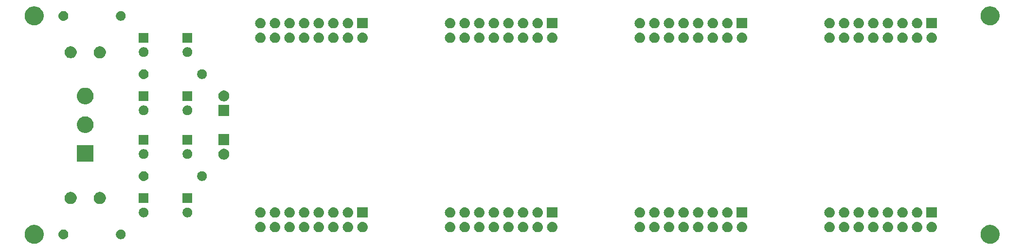
<source format=gbr>
G04 #@! TF.GenerationSoftware,KiCad,Pcbnew,5.0.2-bee76a0~70~ubuntu18.04.1*
G04 #@! TF.CreationDate,2019-05-10T17:39:34+10:00*
G04 #@! TF.ProjectId,busboard,62757362-6f61-4726-942e-6b696361645f,rev?*
G04 #@! TF.SameCoordinates,Original*
G04 #@! TF.FileFunction,Soldermask,Bot*
G04 #@! TF.FilePolarity,Negative*
%FSLAX46Y46*%
G04 Gerber Fmt 4.6, Leading zero omitted, Abs format (unit mm)*
G04 Created by KiCad (PCBNEW 5.0.2-bee76a0~70~ubuntu18.04.1) date Fri 10 May 2019 17:39:34 AEST*
%MOMM*%
%LPD*%
G01*
G04 APERTURE LIST*
%ADD10C,0.100000*%
G04 APERTURE END LIST*
D10*
G36*
X201035256Y-80941298D02*
X201141579Y-80962447D01*
X201442042Y-81086903D01*
X201462701Y-81100707D01*
X201712454Y-81267587D01*
X201942413Y-81497546D01*
X201942415Y-81497549D01*
X202123097Y-81767958D01*
X202222327Y-82007519D01*
X202247553Y-82068422D01*
X202311000Y-82387389D01*
X202311000Y-82712611D01*
X202278253Y-82877239D01*
X202247553Y-83031579D01*
X202123097Y-83332042D01*
X201944820Y-83598852D01*
X201942413Y-83602454D01*
X201712454Y-83832413D01*
X201712451Y-83832415D01*
X201442042Y-84013097D01*
X201141579Y-84137553D01*
X201035256Y-84158702D01*
X200822611Y-84201000D01*
X200497389Y-84201000D01*
X200284744Y-84158702D01*
X200178421Y-84137553D01*
X199877958Y-84013097D01*
X199607549Y-83832415D01*
X199607546Y-83832413D01*
X199377587Y-83602454D01*
X199375180Y-83598852D01*
X199196903Y-83332042D01*
X199072447Y-83031579D01*
X199041747Y-82877239D01*
X199009000Y-82712611D01*
X199009000Y-82387389D01*
X199072447Y-82068422D01*
X199097674Y-82007519D01*
X199196903Y-81767958D01*
X199377585Y-81497549D01*
X199377587Y-81497546D01*
X199607546Y-81267587D01*
X199857299Y-81100707D01*
X199877958Y-81086903D01*
X200178421Y-80962447D01*
X200284744Y-80941298D01*
X200497389Y-80899000D01*
X200822611Y-80899000D01*
X201035256Y-80941298D01*
X201035256Y-80941298D01*
G37*
G36*
X34665256Y-80941298D02*
X34771579Y-80962447D01*
X35072042Y-81086903D01*
X35092701Y-81100707D01*
X35342454Y-81267587D01*
X35572413Y-81497546D01*
X35572415Y-81497549D01*
X35753097Y-81767958D01*
X35852327Y-82007519D01*
X35877553Y-82068422D01*
X35941000Y-82387389D01*
X35941000Y-82712611D01*
X35908253Y-82877239D01*
X35877553Y-83031579D01*
X35753097Y-83332042D01*
X35574820Y-83598852D01*
X35572413Y-83602454D01*
X35342454Y-83832413D01*
X35342451Y-83832415D01*
X35072042Y-84013097D01*
X34771579Y-84137553D01*
X34665256Y-84158702D01*
X34452611Y-84201000D01*
X34127389Y-84201000D01*
X33914744Y-84158702D01*
X33808421Y-84137553D01*
X33507958Y-84013097D01*
X33237549Y-83832415D01*
X33237546Y-83832413D01*
X33007587Y-83602454D01*
X33005180Y-83598852D01*
X32826903Y-83332042D01*
X32702447Y-83031579D01*
X32671747Y-82877239D01*
X32639000Y-82712611D01*
X32639000Y-82387389D01*
X32702447Y-82068422D01*
X32727674Y-82007519D01*
X32826903Y-81767958D01*
X33007585Y-81497549D01*
X33007587Y-81497546D01*
X33237546Y-81267587D01*
X33487299Y-81100707D01*
X33507958Y-81086903D01*
X33808421Y-80962447D01*
X33914744Y-80941298D01*
X34127389Y-80899000D01*
X34452611Y-80899000D01*
X34665256Y-80941298D01*
X34665256Y-80941298D01*
G37*
G36*
X39536821Y-81711313D02*
X39536824Y-81711314D01*
X39536825Y-81711314D01*
X39697239Y-81759975D01*
X39697241Y-81759976D01*
X39697244Y-81759977D01*
X39845078Y-81838995D01*
X39974659Y-81945341D01*
X40081005Y-82074922D01*
X40160023Y-82222756D01*
X40160024Y-82222759D01*
X40160025Y-82222761D01*
X40208686Y-82383175D01*
X40208687Y-82383179D01*
X40225117Y-82550000D01*
X40208687Y-82716821D01*
X40208686Y-82716824D01*
X40208686Y-82716825D01*
X40183993Y-82798228D01*
X40160023Y-82877244D01*
X40081005Y-83025078D01*
X39974659Y-83154659D01*
X39845078Y-83261005D01*
X39697244Y-83340023D01*
X39697241Y-83340024D01*
X39697239Y-83340025D01*
X39536825Y-83388686D01*
X39536824Y-83388686D01*
X39536821Y-83388687D01*
X39411804Y-83401000D01*
X39328196Y-83401000D01*
X39203179Y-83388687D01*
X39203176Y-83388686D01*
X39203175Y-83388686D01*
X39042761Y-83340025D01*
X39042759Y-83340024D01*
X39042756Y-83340023D01*
X38894922Y-83261005D01*
X38765341Y-83154659D01*
X38658995Y-83025078D01*
X38579977Y-82877244D01*
X38556008Y-82798228D01*
X38531314Y-82716825D01*
X38531314Y-82716824D01*
X38531313Y-82716821D01*
X38514883Y-82550000D01*
X38531313Y-82383179D01*
X38531314Y-82383175D01*
X38579975Y-82222761D01*
X38579976Y-82222759D01*
X38579977Y-82222756D01*
X38658995Y-82074922D01*
X38765341Y-81945341D01*
X38894922Y-81838995D01*
X39042756Y-81759977D01*
X39042759Y-81759976D01*
X39042761Y-81759975D01*
X39203175Y-81711314D01*
X39203176Y-81711314D01*
X39203179Y-81711313D01*
X39328196Y-81699000D01*
X39411804Y-81699000D01*
X39536821Y-81711313D01*
X39536821Y-81711313D01*
G37*
G36*
X49618228Y-81731703D02*
X49773100Y-81795853D01*
X49912481Y-81888985D01*
X50031015Y-82007519D01*
X50124147Y-82146900D01*
X50188297Y-82301772D01*
X50221000Y-82466184D01*
X50221000Y-82633816D01*
X50188297Y-82798228D01*
X50124147Y-82953100D01*
X50031015Y-83092481D01*
X49912481Y-83211015D01*
X49773100Y-83304147D01*
X49618228Y-83368297D01*
X49453816Y-83401000D01*
X49286184Y-83401000D01*
X49121772Y-83368297D01*
X48966900Y-83304147D01*
X48827519Y-83211015D01*
X48708985Y-83092481D01*
X48615853Y-82953100D01*
X48551703Y-82798228D01*
X48519000Y-82633816D01*
X48519000Y-82466184D01*
X48551703Y-82301772D01*
X48615853Y-82146900D01*
X48708985Y-82007519D01*
X48827519Y-81888985D01*
X48966900Y-81795853D01*
X49121772Y-81731703D01*
X49286184Y-81699000D01*
X49453816Y-81699000D01*
X49618228Y-81731703D01*
X49618228Y-81731703D01*
G37*
G36*
X124639294Y-80378633D02*
X124811694Y-80430931D01*
X124811696Y-80430932D01*
X124970583Y-80515859D01*
X124970585Y-80515860D01*
X124970584Y-80515860D01*
X125109849Y-80630151D01*
X125224140Y-80769416D01*
X125309069Y-80928306D01*
X125361367Y-81100706D01*
X125379025Y-81280000D01*
X125361367Y-81459294D01*
X125309069Y-81631694D01*
X125309068Y-81631696D01*
X125224141Y-81790583D01*
X125109849Y-81929849D01*
X124970583Y-82044141D01*
X124811696Y-82129068D01*
X124811694Y-82129069D01*
X124639294Y-82181367D01*
X124504931Y-82194600D01*
X124415069Y-82194600D01*
X124280706Y-82181367D01*
X124108306Y-82129069D01*
X124108304Y-82129068D01*
X123949417Y-82044141D01*
X123810151Y-81929849D01*
X123695859Y-81790583D01*
X123610932Y-81631696D01*
X123610931Y-81631694D01*
X123558633Y-81459294D01*
X123540975Y-81280000D01*
X123558633Y-81100706D01*
X123610931Y-80928306D01*
X123695860Y-80769416D01*
X123810151Y-80630151D01*
X123949416Y-80515860D01*
X123949415Y-80515860D01*
X123949417Y-80515859D01*
X124108304Y-80430932D01*
X124108306Y-80430931D01*
X124280706Y-80378633D01*
X124415069Y-80365400D01*
X124504931Y-80365400D01*
X124639294Y-80378633D01*
X124639294Y-80378633D01*
G37*
G36*
X106859294Y-80378633D02*
X107031694Y-80430931D01*
X107031696Y-80430932D01*
X107190583Y-80515859D01*
X107190585Y-80515860D01*
X107190584Y-80515860D01*
X107329849Y-80630151D01*
X107444140Y-80769416D01*
X107529069Y-80928306D01*
X107581367Y-81100706D01*
X107599025Y-81280000D01*
X107581367Y-81459294D01*
X107529069Y-81631694D01*
X107529068Y-81631696D01*
X107444141Y-81790583D01*
X107329849Y-81929849D01*
X107190583Y-82044141D01*
X107031696Y-82129068D01*
X107031694Y-82129069D01*
X106859294Y-82181367D01*
X106724931Y-82194600D01*
X106635069Y-82194600D01*
X106500706Y-82181367D01*
X106328306Y-82129069D01*
X106328304Y-82129068D01*
X106169417Y-82044141D01*
X106030151Y-81929849D01*
X105915859Y-81790583D01*
X105830932Y-81631696D01*
X105830931Y-81631694D01*
X105778633Y-81459294D01*
X105760975Y-81280000D01*
X105778633Y-81100706D01*
X105830931Y-80928306D01*
X105915860Y-80769416D01*
X106030151Y-80630151D01*
X106169416Y-80515860D01*
X106169415Y-80515860D01*
X106169417Y-80515859D01*
X106328304Y-80430932D01*
X106328306Y-80430931D01*
X106500706Y-80378633D01*
X106635069Y-80365400D01*
X106724931Y-80365400D01*
X106859294Y-80378633D01*
X106859294Y-80378633D01*
G37*
G36*
X122099294Y-80378633D02*
X122271694Y-80430931D01*
X122271696Y-80430932D01*
X122430583Y-80515859D01*
X122430585Y-80515860D01*
X122430584Y-80515860D01*
X122569849Y-80630151D01*
X122684140Y-80769416D01*
X122769069Y-80928306D01*
X122821367Y-81100706D01*
X122839025Y-81280000D01*
X122821367Y-81459294D01*
X122769069Y-81631694D01*
X122769068Y-81631696D01*
X122684141Y-81790583D01*
X122569849Y-81929849D01*
X122430583Y-82044141D01*
X122271696Y-82129068D01*
X122271694Y-82129069D01*
X122099294Y-82181367D01*
X121964931Y-82194600D01*
X121875069Y-82194600D01*
X121740706Y-82181367D01*
X121568306Y-82129069D01*
X121568304Y-82129068D01*
X121409417Y-82044141D01*
X121270151Y-81929849D01*
X121155859Y-81790583D01*
X121070932Y-81631696D01*
X121070931Y-81631694D01*
X121018633Y-81459294D01*
X121000975Y-81280000D01*
X121018633Y-81100706D01*
X121070931Y-80928306D01*
X121155860Y-80769416D01*
X121270151Y-80630151D01*
X121409416Y-80515860D01*
X121409415Y-80515860D01*
X121409417Y-80515859D01*
X121568304Y-80430932D01*
X121568306Y-80430931D01*
X121740706Y-80378633D01*
X121875069Y-80365400D01*
X121964931Y-80365400D01*
X122099294Y-80378633D01*
X122099294Y-80378633D01*
G37*
G36*
X119559294Y-80378633D02*
X119731694Y-80430931D01*
X119731696Y-80430932D01*
X119890583Y-80515859D01*
X119890585Y-80515860D01*
X119890584Y-80515860D01*
X120029849Y-80630151D01*
X120144140Y-80769416D01*
X120229069Y-80928306D01*
X120281367Y-81100706D01*
X120299025Y-81280000D01*
X120281367Y-81459294D01*
X120229069Y-81631694D01*
X120229068Y-81631696D01*
X120144141Y-81790583D01*
X120029849Y-81929849D01*
X119890583Y-82044141D01*
X119731696Y-82129068D01*
X119731694Y-82129069D01*
X119559294Y-82181367D01*
X119424931Y-82194600D01*
X119335069Y-82194600D01*
X119200706Y-82181367D01*
X119028306Y-82129069D01*
X119028304Y-82129068D01*
X118869417Y-82044141D01*
X118730151Y-81929849D01*
X118615859Y-81790583D01*
X118530932Y-81631696D01*
X118530931Y-81631694D01*
X118478633Y-81459294D01*
X118460975Y-81280000D01*
X118478633Y-81100706D01*
X118530931Y-80928306D01*
X118615860Y-80769416D01*
X118730151Y-80630151D01*
X118869416Y-80515860D01*
X118869415Y-80515860D01*
X118869417Y-80515859D01*
X119028304Y-80430932D01*
X119028306Y-80430931D01*
X119200706Y-80378633D01*
X119335069Y-80365400D01*
X119424931Y-80365400D01*
X119559294Y-80378633D01*
X119559294Y-80378633D01*
G37*
G36*
X117019294Y-80378633D02*
X117191694Y-80430931D01*
X117191696Y-80430932D01*
X117350583Y-80515859D01*
X117350585Y-80515860D01*
X117350584Y-80515860D01*
X117489849Y-80630151D01*
X117604140Y-80769416D01*
X117689069Y-80928306D01*
X117741367Y-81100706D01*
X117759025Y-81280000D01*
X117741367Y-81459294D01*
X117689069Y-81631694D01*
X117689068Y-81631696D01*
X117604141Y-81790583D01*
X117489849Y-81929849D01*
X117350583Y-82044141D01*
X117191696Y-82129068D01*
X117191694Y-82129069D01*
X117019294Y-82181367D01*
X116884931Y-82194600D01*
X116795069Y-82194600D01*
X116660706Y-82181367D01*
X116488306Y-82129069D01*
X116488304Y-82129068D01*
X116329417Y-82044141D01*
X116190151Y-81929849D01*
X116075859Y-81790583D01*
X115990932Y-81631696D01*
X115990931Y-81631694D01*
X115938633Y-81459294D01*
X115920975Y-81280000D01*
X115938633Y-81100706D01*
X115990931Y-80928306D01*
X116075860Y-80769416D01*
X116190151Y-80630151D01*
X116329416Y-80515860D01*
X116329415Y-80515860D01*
X116329417Y-80515859D01*
X116488304Y-80430932D01*
X116488306Y-80430931D01*
X116660706Y-80378633D01*
X116795069Y-80365400D01*
X116884931Y-80365400D01*
X117019294Y-80378633D01*
X117019294Y-80378633D01*
G37*
G36*
X114479294Y-80378633D02*
X114651694Y-80430931D01*
X114651696Y-80430932D01*
X114810583Y-80515859D01*
X114810585Y-80515860D01*
X114810584Y-80515860D01*
X114949849Y-80630151D01*
X115064140Y-80769416D01*
X115149069Y-80928306D01*
X115201367Y-81100706D01*
X115219025Y-81280000D01*
X115201367Y-81459294D01*
X115149069Y-81631694D01*
X115149068Y-81631696D01*
X115064141Y-81790583D01*
X114949849Y-81929849D01*
X114810583Y-82044141D01*
X114651696Y-82129068D01*
X114651694Y-82129069D01*
X114479294Y-82181367D01*
X114344931Y-82194600D01*
X114255069Y-82194600D01*
X114120706Y-82181367D01*
X113948306Y-82129069D01*
X113948304Y-82129068D01*
X113789417Y-82044141D01*
X113650151Y-81929849D01*
X113535859Y-81790583D01*
X113450932Y-81631696D01*
X113450931Y-81631694D01*
X113398633Y-81459294D01*
X113380975Y-81280000D01*
X113398633Y-81100706D01*
X113450931Y-80928306D01*
X113535860Y-80769416D01*
X113650151Y-80630151D01*
X113789416Y-80515860D01*
X113789415Y-80515860D01*
X113789417Y-80515859D01*
X113948304Y-80430932D01*
X113948306Y-80430931D01*
X114120706Y-80378633D01*
X114255069Y-80365400D01*
X114344931Y-80365400D01*
X114479294Y-80378633D01*
X114479294Y-80378633D01*
G37*
G36*
X111939294Y-80378633D02*
X112111694Y-80430931D01*
X112111696Y-80430932D01*
X112270583Y-80515859D01*
X112270585Y-80515860D01*
X112270584Y-80515860D01*
X112409849Y-80630151D01*
X112524140Y-80769416D01*
X112609069Y-80928306D01*
X112661367Y-81100706D01*
X112679025Y-81280000D01*
X112661367Y-81459294D01*
X112609069Y-81631694D01*
X112609068Y-81631696D01*
X112524141Y-81790583D01*
X112409849Y-81929849D01*
X112270583Y-82044141D01*
X112111696Y-82129068D01*
X112111694Y-82129069D01*
X111939294Y-82181367D01*
X111804931Y-82194600D01*
X111715069Y-82194600D01*
X111580706Y-82181367D01*
X111408306Y-82129069D01*
X111408304Y-82129068D01*
X111249417Y-82044141D01*
X111110151Y-81929849D01*
X110995859Y-81790583D01*
X110910932Y-81631696D01*
X110910931Y-81631694D01*
X110858633Y-81459294D01*
X110840975Y-81280000D01*
X110858633Y-81100706D01*
X110910931Y-80928306D01*
X110995860Y-80769416D01*
X111110151Y-80630151D01*
X111249416Y-80515860D01*
X111249415Y-80515860D01*
X111249417Y-80515859D01*
X111408304Y-80430932D01*
X111408306Y-80430931D01*
X111580706Y-80378633D01*
X111715069Y-80365400D01*
X111804931Y-80365400D01*
X111939294Y-80378633D01*
X111939294Y-80378633D01*
G37*
G36*
X109399294Y-80378633D02*
X109571694Y-80430931D01*
X109571696Y-80430932D01*
X109730583Y-80515859D01*
X109730585Y-80515860D01*
X109730584Y-80515860D01*
X109869849Y-80630151D01*
X109984140Y-80769416D01*
X110069069Y-80928306D01*
X110121367Y-81100706D01*
X110139025Y-81280000D01*
X110121367Y-81459294D01*
X110069069Y-81631694D01*
X110069068Y-81631696D01*
X109984141Y-81790583D01*
X109869849Y-81929849D01*
X109730583Y-82044141D01*
X109571696Y-82129068D01*
X109571694Y-82129069D01*
X109399294Y-82181367D01*
X109264931Y-82194600D01*
X109175069Y-82194600D01*
X109040706Y-82181367D01*
X108868306Y-82129069D01*
X108868304Y-82129068D01*
X108709417Y-82044141D01*
X108570151Y-81929849D01*
X108455859Y-81790583D01*
X108370932Y-81631696D01*
X108370931Y-81631694D01*
X108318633Y-81459294D01*
X108300975Y-81280000D01*
X108318633Y-81100706D01*
X108370931Y-80928306D01*
X108455860Y-80769416D01*
X108570151Y-80630151D01*
X108709416Y-80515860D01*
X108709415Y-80515860D01*
X108709417Y-80515859D01*
X108868304Y-80430932D01*
X108868306Y-80430931D01*
X109040706Y-80378633D01*
X109175069Y-80365400D01*
X109264931Y-80365400D01*
X109399294Y-80378633D01*
X109399294Y-80378633D01*
G37*
G36*
X157659294Y-80378633D02*
X157831694Y-80430931D01*
X157831696Y-80430932D01*
X157990583Y-80515859D01*
X157990585Y-80515860D01*
X157990584Y-80515860D01*
X158129849Y-80630151D01*
X158244140Y-80769416D01*
X158329069Y-80928306D01*
X158381367Y-81100706D01*
X158399025Y-81280000D01*
X158381367Y-81459294D01*
X158329069Y-81631694D01*
X158329068Y-81631696D01*
X158244141Y-81790583D01*
X158129849Y-81929849D01*
X157990583Y-82044141D01*
X157831696Y-82129068D01*
X157831694Y-82129069D01*
X157659294Y-82181367D01*
X157524931Y-82194600D01*
X157435069Y-82194600D01*
X157300706Y-82181367D01*
X157128306Y-82129069D01*
X157128304Y-82129068D01*
X156969417Y-82044141D01*
X156830151Y-81929849D01*
X156715859Y-81790583D01*
X156630932Y-81631696D01*
X156630931Y-81631694D01*
X156578633Y-81459294D01*
X156560975Y-81280000D01*
X156578633Y-81100706D01*
X156630931Y-80928306D01*
X156715860Y-80769416D01*
X156830151Y-80630151D01*
X156969416Y-80515860D01*
X156969415Y-80515860D01*
X156969417Y-80515859D01*
X157128304Y-80430932D01*
X157128306Y-80430931D01*
X157300706Y-80378633D01*
X157435069Y-80365400D01*
X157524931Y-80365400D01*
X157659294Y-80378633D01*
X157659294Y-80378633D01*
G37*
G36*
X155119294Y-80378633D02*
X155291694Y-80430931D01*
X155291696Y-80430932D01*
X155450583Y-80515859D01*
X155450585Y-80515860D01*
X155450584Y-80515860D01*
X155589849Y-80630151D01*
X155704140Y-80769416D01*
X155789069Y-80928306D01*
X155841367Y-81100706D01*
X155859025Y-81280000D01*
X155841367Y-81459294D01*
X155789069Y-81631694D01*
X155789068Y-81631696D01*
X155704141Y-81790583D01*
X155589849Y-81929849D01*
X155450583Y-82044141D01*
X155291696Y-82129068D01*
X155291694Y-82129069D01*
X155119294Y-82181367D01*
X154984931Y-82194600D01*
X154895069Y-82194600D01*
X154760706Y-82181367D01*
X154588306Y-82129069D01*
X154588304Y-82129068D01*
X154429417Y-82044141D01*
X154290151Y-81929849D01*
X154175859Y-81790583D01*
X154090932Y-81631696D01*
X154090931Y-81631694D01*
X154038633Y-81459294D01*
X154020975Y-81280000D01*
X154038633Y-81100706D01*
X154090931Y-80928306D01*
X154175860Y-80769416D01*
X154290151Y-80630151D01*
X154429416Y-80515860D01*
X154429415Y-80515860D01*
X154429417Y-80515859D01*
X154588304Y-80430932D01*
X154588306Y-80430931D01*
X154760706Y-80378633D01*
X154895069Y-80365400D01*
X154984931Y-80365400D01*
X155119294Y-80378633D01*
X155119294Y-80378633D01*
G37*
G36*
X152579294Y-80378633D02*
X152751694Y-80430931D01*
X152751696Y-80430932D01*
X152910583Y-80515859D01*
X152910585Y-80515860D01*
X152910584Y-80515860D01*
X153049849Y-80630151D01*
X153164140Y-80769416D01*
X153249069Y-80928306D01*
X153301367Y-81100706D01*
X153319025Y-81280000D01*
X153301367Y-81459294D01*
X153249069Y-81631694D01*
X153249068Y-81631696D01*
X153164141Y-81790583D01*
X153049849Y-81929849D01*
X152910583Y-82044141D01*
X152751696Y-82129068D01*
X152751694Y-82129069D01*
X152579294Y-82181367D01*
X152444931Y-82194600D01*
X152355069Y-82194600D01*
X152220706Y-82181367D01*
X152048306Y-82129069D01*
X152048304Y-82129068D01*
X151889417Y-82044141D01*
X151750151Y-81929849D01*
X151635859Y-81790583D01*
X151550932Y-81631696D01*
X151550931Y-81631694D01*
X151498633Y-81459294D01*
X151480975Y-81280000D01*
X151498633Y-81100706D01*
X151550931Y-80928306D01*
X151635860Y-80769416D01*
X151750151Y-80630151D01*
X151889416Y-80515860D01*
X151889415Y-80515860D01*
X151889417Y-80515859D01*
X152048304Y-80430932D01*
X152048306Y-80430931D01*
X152220706Y-80378633D01*
X152355069Y-80365400D01*
X152444931Y-80365400D01*
X152579294Y-80378633D01*
X152579294Y-80378633D01*
G37*
G36*
X150039294Y-80378633D02*
X150211694Y-80430931D01*
X150211696Y-80430932D01*
X150370583Y-80515859D01*
X150370585Y-80515860D01*
X150370584Y-80515860D01*
X150509849Y-80630151D01*
X150624140Y-80769416D01*
X150709069Y-80928306D01*
X150761367Y-81100706D01*
X150779025Y-81280000D01*
X150761367Y-81459294D01*
X150709069Y-81631694D01*
X150709068Y-81631696D01*
X150624141Y-81790583D01*
X150509849Y-81929849D01*
X150370583Y-82044141D01*
X150211696Y-82129068D01*
X150211694Y-82129069D01*
X150039294Y-82181367D01*
X149904931Y-82194600D01*
X149815069Y-82194600D01*
X149680706Y-82181367D01*
X149508306Y-82129069D01*
X149508304Y-82129068D01*
X149349417Y-82044141D01*
X149210151Y-81929849D01*
X149095859Y-81790583D01*
X149010932Y-81631696D01*
X149010931Y-81631694D01*
X148958633Y-81459294D01*
X148940975Y-81280000D01*
X148958633Y-81100706D01*
X149010931Y-80928306D01*
X149095860Y-80769416D01*
X149210151Y-80630151D01*
X149349416Y-80515860D01*
X149349415Y-80515860D01*
X149349417Y-80515859D01*
X149508304Y-80430932D01*
X149508306Y-80430931D01*
X149680706Y-80378633D01*
X149815069Y-80365400D01*
X149904931Y-80365400D01*
X150039294Y-80378633D01*
X150039294Y-80378633D01*
G37*
G36*
X147499294Y-80378633D02*
X147671694Y-80430931D01*
X147671696Y-80430932D01*
X147830583Y-80515859D01*
X147830585Y-80515860D01*
X147830584Y-80515860D01*
X147969849Y-80630151D01*
X148084140Y-80769416D01*
X148169069Y-80928306D01*
X148221367Y-81100706D01*
X148239025Y-81280000D01*
X148221367Y-81459294D01*
X148169069Y-81631694D01*
X148169068Y-81631696D01*
X148084141Y-81790583D01*
X147969849Y-81929849D01*
X147830583Y-82044141D01*
X147671696Y-82129068D01*
X147671694Y-82129069D01*
X147499294Y-82181367D01*
X147364931Y-82194600D01*
X147275069Y-82194600D01*
X147140706Y-82181367D01*
X146968306Y-82129069D01*
X146968304Y-82129068D01*
X146809417Y-82044141D01*
X146670151Y-81929849D01*
X146555859Y-81790583D01*
X146470932Y-81631696D01*
X146470931Y-81631694D01*
X146418633Y-81459294D01*
X146400975Y-81280000D01*
X146418633Y-81100706D01*
X146470931Y-80928306D01*
X146555860Y-80769416D01*
X146670151Y-80630151D01*
X146809416Y-80515860D01*
X146809415Y-80515860D01*
X146809417Y-80515859D01*
X146968304Y-80430932D01*
X146968306Y-80430931D01*
X147140706Y-80378633D01*
X147275069Y-80365400D01*
X147364931Y-80365400D01*
X147499294Y-80378633D01*
X147499294Y-80378633D01*
G37*
G36*
X144959294Y-80378633D02*
X145131694Y-80430931D01*
X145131696Y-80430932D01*
X145290583Y-80515859D01*
X145290585Y-80515860D01*
X145290584Y-80515860D01*
X145429849Y-80630151D01*
X145544140Y-80769416D01*
X145629069Y-80928306D01*
X145681367Y-81100706D01*
X145699025Y-81280000D01*
X145681367Y-81459294D01*
X145629069Y-81631694D01*
X145629068Y-81631696D01*
X145544141Y-81790583D01*
X145429849Y-81929849D01*
X145290583Y-82044141D01*
X145131696Y-82129068D01*
X145131694Y-82129069D01*
X144959294Y-82181367D01*
X144824931Y-82194600D01*
X144735069Y-82194600D01*
X144600706Y-82181367D01*
X144428306Y-82129069D01*
X144428304Y-82129068D01*
X144269417Y-82044141D01*
X144130151Y-81929849D01*
X144015859Y-81790583D01*
X143930932Y-81631696D01*
X143930931Y-81631694D01*
X143878633Y-81459294D01*
X143860975Y-81280000D01*
X143878633Y-81100706D01*
X143930931Y-80928306D01*
X144015860Y-80769416D01*
X144130151Y-80630151D01*
X144269416Y-80515860D01*
X144269415Y-80515860D01*
X144269417Y-80515859D01*
X144428304Y-80430932D01*
X144428306Y-80430931D01*
X144600706Y-80378633D01*
X144735069Y-80365400D01*
X144824931Y-80365400D01*
X144959294Y-80378633D01*
X144959294Y-80378633D01*
G37*
G36*
X142419294Y-80378633D02*
X142591694Y-80430931D01*
X142591696Y-80430932D01*
X142750583Y-80515859D01*
X142750585Y-80515860D01*
X142750584Y-80515860D01*
X142889849Y-80630151D01*
X143004140Y-80769416D01*
X143089069Y-80928306D01*
X143141367Y-81100706D01*
X143159025Y-81280000D01*
X143141367Y-81459294D01*
X143089069Y-81631694D01*
X143089068Y-81631696D01*
X143004141Y-81790583D01*
X142889849Y-81929849D01*
X142750583Y-82044141D01*
X142591696Y-82129068D01*
X142591694Y-82129069D01*
X142419294Y-82181367D01*
X142284931Y-82194600D01*
X142195069Y-82194600D01*
X142060706Y-82181367D01*
X141888306Y-82129069D01*
X141888304Y-82129068D01*
X141729417Y-82044141D01*
X141590151Y-81929849D01*
X141475859Y-81790583D01*
X141390932Y-81631696D01*
X141390931Y-81631694D01*
X141338633Y-81459294D01*
X141320975Y-81280000D01*
X141338633Y-81100706D01*
X141390931Y-80928306D01*
X141475860Y-80769416D01*
X141590151Y-80630151D01*
X141729416Y-80515860D01*
X141729415Y-80515860D01*
X141729417Y-80515859D01*
X141888304Y-80430932D01*
X141888306Y-80430931D01*
X142060706Y-80378633D01*
X142195069Y-80365400D01*
X142284931Y-80365400D01*
X142419294Y-80378633D01*
X142419294Y-80378633D01*
G37*
G36*
X139879294Y-80378633D02*
X140051694Y-80430931D01*
X140051696Y-80430932D01*
X140210583Y-80515859D01*
X140210585Y-80515860D01*
X140210584Y-80515860D01*
X140349849Y-80630151D01*
X140464140Y-80769416D01*
X140549069Y-80928306D01*
X140601367Y-81100706D01*
X140619025Y-81280000D01*
X140601367Y-81459294D01*
X140549069Y-81631694D01*
X140549068Y-81631696D01*
X140464141Y-81790583D01*
X140349849Y-81929849D01*
X140210583Y-82044141D01*
X140051696Y-82129068D01*
X140051694Y-82129069D01*
X139879294Y-82181367D01*
X139744931Y-82194600D01*
X139655069Y-82194600D01*
X139520706Y-82181367D01*
X139348306Y-82129069D01*
X139348304Y-82129068D01*
X139189417Y-82044141D01*
X139050151Y-81929849D01*
X138935859Y-81790583D01*
X138850932Y-81631696D01*
X138850931Y-81631694D01*
X138798633Y-81459294D01*
X138780975Y-81280000D01*
X138798633Y-81100706D01*
X138850931Y-80928306D01*
X138935860Y-80769416D01*
X139050151Y-80630151D01*
X139189416Y-80515860D01*
X139189415Y-80515860D01*
X139189417Y-80515859D01*
X139348304Y-80430932D01*
X139348306Y-80430931D01*
X139520706Y-80378633D01*
X139655069Y-80365400D01*
X139744931Y-80365400D01*
X139879294Y-80378633D01*
X139879294Y-80378633D01*
G37*
G36*
X81459294Y-80378633D02*
X81631694Y-80430931D01*
X81631696Y-80430932D01*
X81790583Y-80515859D01*
X81790585Y-80515860D01*
X81790584Y-80515860D01*
X81929849Y-80630151D01*
X82044140Y-80769416D01*
X82129069Y-80928306D01*
X82181367Y-81100706D01*
X82199025Y-81280000D01*
X82181367Y-81459294D01*
X82129069Y-81631694D01*
X82129068Y-81631696D01*
X82044141Y-81790583D01*
X81929849Y-81929849D01*
X81790583Y-82044141D01*
X81631696Y-82129068D01*
X81631694Y-82129069D01*
X81459294Y-82181367D01*
X81324931Y-82194600D01*
X81235069Y-82194600D01*
X81100706Y-82181367D01*
X80928306Y-82129069D01*
X80928304Y-82129068D01*
X80769417Y-82044141D01*
X80630151Y-81929849D01*
X80515859Y-81790583D01*
X80430932Y-81631696D01*
X80430931Y-81631694D01*
X80378633Y-81459294D01*
X80360975Y-81280000D01*
X80378633Y-81100706D01*
X80430931Y-80928306D01*
X80515860Y-80769416D01*
X80630151Y-80630151D01*
X80769416Y-80515860D01*
X80769415Y-80515860D01*
X80769417Y-80515859D01*
X80928304Y-80430932D01*
X80928306Y-80430931D01*
X81100706Y-80378633D01*
X81235069Y-80365400D01*
X81324931Y-80365400D01*
X81459294Y-80378633D01*
X81459294Y-80378633D01*
G37*
G36*
X190679294Y-80378633D02*
X190851694Y-80430931D01*
X190851696Y-80430932D01*
X191010583Y-80515859D01*
X191010585Y-80515860D01*
X191010584Y-80515860D01*
X191149849Y-80630151D01*
X191264140Y-80769416D01*
X191349069Y-80928306D01*
X191401367Y-81100706D01*
X191419025Y-81280000D01*
X191401367Y-81459294D01*
X191349069Y-81631694D01*
X191349068Y-81631696D01*
X191264141Y-81790583D01*
X191149849Y-81929849D01*
X191010583Y-82044141D01*
X190851696Y-82129068D01*
X190851694Y-82129069D01*
X190679294Y-82181367D01*
X190544931Y-82194600D01*
X190455069Y-82194600D01*
X190320706Y-82181367D01*
X190148306Y-82129069D01*
X190148304Y-82129068D01*
X189989417Y-82044141D01*
X189850151Y-81929849D01*
X189735859Y-81790583D01*
X189650932Y-81631696D01*
X189650931Y-81631694D01*
X189598633Y-81459294D01*
X189580975Y-81280000D01*
X189598633Y-81100706D01*
X189650931Y-80928306D01*
X189735860Y-80769416D01*
X189850151Y-80630151D01*
X189989416Y-80515860D01*
X189989415Y-80515860D01*
X189989417Y-80515859D01*
X190148304Y-80430932D01*
X190148306Y-80430931D01*
X190320706Y-80378633D01*
X190455069Y-80365400D01*
X190544931Y-80365400D01*
X190679294Y-80378633D01*
X190679294Y-80378633D01*
G37*
G36*
X89079294Y-80378633D02*
X89251694Y-80430931D01*
X89251696Y-80430932D01*
X89410583Y-80515859D01*
X89410585Y-80515860D01*
X89410584Y-80515860D01*
X89549849Y-80630151D01*
X89664140Y-80769416D01*
X89749069Y-80928306D01*
X89801367Y-81100706D01*
X89819025Y-81280000D01*
X89801367Y-81459294D01*
X89749069Y-81631694D01*
X89749068Y-81631696D01*
X89664141Y-81790583D01*
X89549849Y-81929849D01*
X89410583Y-82044141D01*
X89251696Y-82129068D01*
X89251694Y-82129069D01*
X89079294Y-82181367D01*
X88944931Y-82194600D01*
X88855069Y-82194600D01*
X88720706Y-82181367D01*
X88548306Y-82129069D01*
X88548304Y-82129068D01*
X88389417Y-82044141D01*
X88250151Y-81929849D01*
X88135859Y-81790583D01*
X88050932Y-81631696D01*
X88050931Y-81631694D01*
X87998633Y-81459294D01*
X87980975Y-81280000D01*
X87998633Y-81100706D01*
X88050931Y-80928306D01*
X88135860Y-80769416D01*
X88250151Y-80630151D01*
X88389416Y-80515860D01*
X88389415Y-80515860D01*
X88389417Y-80515859D01*
X88548304Y-80430932D01*
X88548306Y-80430931D01*
X88720706Y-80378633D01*
X88855069Y-80365400D01*
X88944931Y-80365400D01*
X89079294Y-80378633D01*
X89079294Y-80378633D01*
G37*
G36*
X86539294Y-80378633D02*
X86711694Y-80430931D01*
X86711696Y-80430932D01*
X86870583Y-80515859D01*
X86870585Y-80515860D01*
X86870584Y-80515860D01*
X87009849Y-80630151D01*
X87124140Y-80769416D01*
X87209069Y-80928306D01*
X87261367Y-81100706D01*
X87279025Y-81280000D01*
X87261367Y-81459294D01*
X87209069Y-81631694D01*
X87209068Y-81631696D01*
X87124141Y-81790583D01*
X87009849Y-81929849D01*
X86870583Y-82044141D01*
X86711696Y-82129068D01*
X86711694Y-82129069D01*
X86539294Y-82181367D01*
X86404931Y-82194600D01*
X86315069Y-82194600D01*
X86180706Y-82181367D01*
X86008306Y-82129069D01*
X86008304Y-82129068D01*
X85849417Y-82044141D01*
X85710151Y-81929849D01*
X85595859Y-81790583D01*
X85510932Y-81631696D01*
X85510931Y-81631694D01*
X85458633Y-81459294D01*
X85440975Y-81280000D01*
X85458633Y-81100706D01*
X85510931Y-80928306D01*
X85595860Y-80769416D01*
X85710151Y-80630151D01*
X85849416Y-80515860D01*
X85849415Y-80515860D01*
X85849417Y-80515859D01*
X86008304Y-80430932D01*
X86008306Y-80430931D01*
X86180706Y-80378633D01*
X86315069Y-80365400D01*
X86404931Y-80365400D01*
X86539294Y-80378633D01*
X86539294Y-80378633D01*
G37*
G36*
X83999294Y-80378633D02*
X84171694Y-80430931D01*
X84171696Y-80430932D01*
X84330583Y-80515859D01*
X84330585Y-80515860D01*
X84330584Y-80515860D01*
X84469849Y-80630151D01*
X84584140Y-80769416D01*
X84669069Y-80928306D01*
X84721367Y-81100706D01*
X84739025Y-81280000D01*
X84721367Y-81459294D01*
X84669069Y-81631694D01*
X84669068Y-81631696D01*
X84584141Y-81790583D01*
X84469849Y-81929849D01*
X84330583Y-82044141D01*
X84171696Y-82129068D01*
X84171694Y-82129069D01*
X83999294Y-82181367D01*
X83864931Y-82194600D01*
X83775069Y-82194600D01*
X83640706Y-82181367D01*
X83468306Y-82129069D01*
X83468304Y-82129068D01*
X83309417Y-82044141D01*
X83170151Y-81929849D01*
X83055859Y-81790583D01*
X82970932Y-81631696D01*
X82970931Y-81631694D01*
X82918633Y-81459294D01*
X82900975Y-81280000D01*
X82918633Y-81100706D01*
X82970931Y-80928306D01*
X83055860Y-80769416D01*
X83170151Y-80630151D01*
X83309416Y-80515860D01*
X83309415Y-80515860D01*
X83309417Y-80515859D01*
X83468304Y-80430932D01*
X83468306Y-80430931D01*
X83640706Y-80378633D01*
X83775069Y-80365400D01*
X83864931Y-80365400D01*
X83999294Y-80378633D01*
X83999294Y-80378633D01*
G37*
G36*
X78919294Y-80378633D02*
X79091694Y-80430931D01*
X79091696Y-80430932D01*
X79250583Y-80515859D01*
X79250585Y-80515860D01*
X79250584Y-80515860D01*
X79389849Y-80630151D01*
X79504140Y-80769416D01*
X79589069Y-80928306D01*
X79641367Y-81100706D01*
X79659025Y-81280000D01*
X79641367Y-81459294D01*
X79589069Y-81631694D01*
X79589068Y-81631696D01*
X79504141Y-81790583D01*
X79389849Y-81929849D01*
X79250583Y-82044141D01*
X79091696Y-82129068D01*
X79091694Y-82129069D01*
X78919294Y-82181367D01*
X78784931Y-82194600D01*
X78695069Y-82194600D01*
X78560706Y-82181367D01*
X78388306Y-82129069D01*
X78388304Y-82129068D01*
X78229417Y-82044141D01*
X78090151Y-81929849D01*
X77975859Y-81790583D01*
X77890932Y-81631696D01*
X77890931Y-81631694D01*
X77838633Y-81459294D01*
X77820975Y-81280000D01*
X77838633Y-81100706D01*
X77890931Y-80928306D01*
X77975860Y-80769416D01*
X78090151Y-80630151D01*
X78229416Y-80515860D01*
X78229415Y-80515860D01*
X78229417Y-80515859D01*
X78388304Y-80430932D01*
X78388306Y-80430931D01*
X78560706Y-80378633D01*
X78695069Y-80365400D01*
X78784931Y-80365400D01*
X78919294Y-80378633D01*
X78919294Y-80378633D01*
G37*
G36*
X76379294Y-80378633D02*
X76551694Y-80430931D01*
X76551696Y-80430932D01*
X76710583Y-80515859D01*
X76710585Y-80515860D01*
X76710584Y-80515860D01*
X76849849Y-80630151D01*
X76964140Y-80769416D01*
X77049069Y-80928306D01*
X77101367Y-81100706D01*
X77119025Y-81280000D01*
X77101367Y-81459294D01*
X77049069Y-81631694D01*
X77049068Y-81631696D01*
X76964141Y-81790583D01*
X76849849Y-81929849D01*
X76710583Y-82044141D01*
X76551696Y-82129068D01*
X76551694Y-82129069D01*
X76379294Y-82181367D01*
X76244931Y-82194600D01*
X76155069Y-82194600D01*
X76020706Y-82181367D01*
X75848306Y-82129069D01*
X75848304Y-82129068D01*
X75689417Y-82044141D01*
X75550151Y-81929849D01*
X75435859Y-81790583D01*
X75350932Y-81631696D01*
X75350931Y-81631694D01*
X75298633Y-81459294D01*
X75280975Y-81280000D01*
X75298633Y-81100706D01*
X75350931Y-80928306D01*
X75435860Y-80769416D01*
X75550151Y-80630151D01*
X75689416Y-80515860D01*
X75689415Y-80515860D01*
X75689417Y-80515859D01*
X75848304Y-80430932D01*
X75848306Y-80430931D01*
X76020706Y-80378633D01*
X76155069Y-80365400D01*
X76244931Y-80365400D01*
X76379294Y-80378633D01*
X76379294Y-80378633D01*
G37*
G36*
X73839294Y-80378633D02*
X74011694Y-80430931D01*
X74011696Y-80430932D01*
X74170583Y-80515859D01*
X74170585Y-80515860D01*
X74170584Y-80515860D01*
X74309849Y-80630151D01*
X74424140Y-80769416D01*
X74509069Y-80928306D01*
X74561367Y-81100706D01*
X74579025Y-81280000D01*
X74561367Y-81459294D01*
X74509069Y-81631694D01*
X74509068Y-81631696D01*
X74424141Y-81790583D01*
X74309849Y-81929849D01*
X74170583Y-82044141D01*
X74011696Y-82129068D01*
X74011694Y-82129069D01*
X73839294Y-82181367D01*
X73704931Y-82194600D01*
X73615069Y-82194600D01*
X73480706Y-82181367D01*
X73308306Y-82129069D01*
X73308304Y-82129068D01*
X73149417Y-82044141D01*
X73010151Y-81929849D01*
X72895859Y-81790583D01*
X72810932Y-81631696D01*
X72810931Y-81631694D01*
X72758633Y-81459294D01*
X72740975Y-81280000D01*
X72758633Y-81100706D01*
X72810931Y-80928306D01*
X72895860Y-80769416D01*
X73010151Y-80630151D01*
X73149416Y-80515860D01*
X73149415Y-80515860D01*
X73149417Y-80515859D01*
X73308304Y-80430932D01*
X73308306Y-80430931D01*
X73480706Y-80378633D01*
X73615069Y-80365400D01*
X73704931Y-80365400D01*
X73839294Y-80378633D01*
X73839294Y-80378633D01*
G37*
G36*
X91619294Y-80378633D02*
X91791694Y-80430931D01*
X91791696Y-80430932D01*
X91950583Y-80515859D01*
X91950585Y-80515860D01*
X91950584Y-80515860D01*
X92089849Y-80630151D01*
X92204140Y-80769416D01*
X92289069Y-80928306D01*
X92341367Y-81100706D01*
X92359025Y-81280000D01*
X92341367Y-81459294D01*
X92289069Y-81631694D01*
X92289068Y-81631696D01*
X92204141Y-81790583D01*
X92089849Y-81929849D01*
X91950583Y-82044141D01*
X91791696Y-82129068D01*
X91791694Y-82129069D01*
X91619294Y-82181367D01*
X91484931Y-82194600D01*
X91395069Y-82194600D01*
X91260706Y-82181367D01*
X91088306Y-82129069D01*
X91088304Y-82129068D01*
X90929417Y-82044141D01*
X90790151Y-81929849D01*
X90675859Y-81790583D01*
X90590932Y-81631696D01*
X90590931Y-81631694D01*
X90538633Y-81459294D01*
X90520975Y-81280000D01*
X90538633Y-81100706D01*
X90590931Y-80928306D01*
X90675860Y-80769416D01*
X90790151Y-80630151D01*
X90929416Y-80515860D01*
X90929415Y-80515860D01*
X90929417Y-80515859D01*
X91088304Y-80430932D01*
X91088306Y-80430931D01*
X91260706Y-80378633D01*
X91395069Y-80365400D01*
X91484931Y-80365400D01*
X91619294Y-80378633D01*
X91619294Y-80378633D01*
G37*
G36*
X172899294Y-80378633D02*
X173071694Y-80430931D01*
X173071696Y-80430932D01*
X173230583Y-80515859D01*
X173230585Y-80515860D01*
X173230584Y-80515860D01*
X173369849Y-80630151D01*
X173484140Y-80769416D01*
X173569069Y-80928306D01*
X173621367Y-81100706D01*
X173639025Y-81280000D01*
X173621367Y-81459294D01*
X173569069Y-81631694D01*
X173569068Y-81631696D01*
X173484141Y-81790583D01*
X173369849Y-81929849D01*
X173230583Y-82044141D01*
X173071696Y-82129068D01*
X173071694Y-82129069D01*
X172899294Y-82181367D01*
X172764931Y-82194600D01*
X172675069Y-82194600D01*
X172540706Y-82181367D01*
X172368306Y-82129069D01*
X172368304Y-82129068D01*
X172209417Y-82044141D01*
X172070151Y-81929849D01*
X171955859Y-81790583D01*
X171870932Y-81631696D01*
X171870931Y-81631694D01*
X171818633Y-81459294D01*
X171800975Y-81280000D01*
X171818633Y-81100706D01*
X171870931Y-80928306D01*
X171955860Y-80769416D01*
X172070151Y-80630151D01*
X172209416Y-80515860D01*
X172209415Y-80515860D01*
X172209417Y-80515859D01*
X172368304Y-80430932D01*
X172368306Y-80430931D01*
X172540706Y-80378633D01*
X172675069Y-80365400D01*
X172764931Y-80365400D01*
X172899294Y-80378633D01*
X172899294Y-80378633D01*
G37*
G36*
X188139294Y-80378633D02*
X188311694Y-80430931D01*
X188311696Y-80430932D01*
X188470583Y-80515859D01*
X188470585Y-80515860D01*
X188470584Y-80515860D01*
X188609849Y-80630151D01*
X188724140Y-80769416D01*
X188809069Y-80928306D01*
X188861367Y-81100706D01*
X188879025Y-81280000D01*
X188861367Y-81459294D01*
X188809069Y-81631694D01*
X188809068Y-81631696D01*
X188724141Y-81790583D01*
X188609849Y-81929849D01*
X188470583Y-82044141D01*
X188311696Y-82129068D01*
X188311694Y-82129069D01*
X188139294Y-82181367D01*
X188004931Y-82194600D01*
X187915069Y-82194600D01*
X187780706Y-82181367D01*
X187608306Y-82129069D01*
X187608304Y-82129068D01*
X187449417Y-82044141D01*
X187310151Y-81929849D01*
X187195859Y-81790583D01*
X187110932Y-81631696D01*
X187110931Y-81631694D01*
X187058633Y-81459294D01*
X187040975Y-81280000D01*
X187058633Y-81100706D01*
X187110931Y-80928306D01*
X187195860Y-80769416D01*
X187310151Y-80630151D01*
X187449416Y-80515860D01*
X187449415Y-80515860D01*
X187449417Y-80515859D01*
X187608304Y-80430932D01*
X187608306Y-80430931D01*
X187780706Y-80378633D01*
X187915069Y-80365400D01*
X188004931Y-80365400D01*
X188139294Y-80378633D01*
X188139294Y-80378633D01*
G37*
G36*
X185599294Y-80378633D02*
X185771694Y-80430931D01*
X185771696Y-80430932D01*
X185930583Y-80515859D01*
X185930585Y-80515860D01*
X185930584Y-80515860D01*
X186069849Y-80630151D01*
X186184140Y-80769416D01*
X186269069Y-80928306D01*
X186321367Y-81100706D01*
X186339025Y-81280000D01*
X186321367Y-81459294D01*
X186269069Y-81631694D01*
X186269068Y-81631696D01*
X186184141Y-81790583D01*
X186069849Y-81929849D01*
X185930583Y-82044141D01*
X185771696Y-82129068D01*
X185771694Y-82129069D01*
X185599294Y-82181367D01*
X185464931Y-82194600D01*
X185375069Y-82194600D01*
X185240706Y-82181367D01*
X185068306Y-82129069D01*
X185068304Y-82129068D01*
X184909417Y-82044141D01*
X184770151Y-81929849D01*
X184655859Y-81790583D01*
X184570932Y-81631696D01*
X184570931Y-81631694D01*
X184518633Y-81459294D01*
X184500975Y-81280000D01*
X184518633Y-81100706D01*
X184570931Y-80928306D01*
X184655860Y-80769416D01*
X184770151Y-80630151D01*
X184909416Y-80515860D01*
X184909415Y-80515860D01*
X184909417Y-80515859D01*
X185068304Y-80430932D01*
X185068306Y-80430931D01*
X185240706Y-80378633D01*
X185375069Y-80365400D01*
X185464931Y-80365400D01*
X185599294Y-80378633D01*
X185599294Y-80378633D01*
G37*
G36*
X183059294Y-80378633D02*
X183231694Y-80430931D01*
X183231696Y-80430932D01*
X183390583Y-80515859D01*
X183390585Y-80515860D01*
X183390584Y-80515860D01*
X183529849Y-80630151D01*
X183644140Y-80769416D01*
X183729069Y-80928306D01*
X183781367Y-81100706D01*
X183799025Y-81280000D01*
X183781367Y-81459294D01*
X183729069Y-81631694D01*
X183729068Y-81631696D01*
X183644141Y-81790583D01*
X183529849Y-81929849D01*
X183390583Y-82044141D01*
X183231696Y-82129068D01*
X183231694Y-82129069D01*
X183059294Y-82181367D01*
X182924931Y-82194600D01*
X182835069Y-82194600D01*
X182700706Y-82181367D01*
X182528306Y-82129069D01*
X182528304Y-82129068D01*
X182369417Y-82044141D01*
X182230151Y-81929849D01*
X182115859Y-81790583D01*
X182030932Y-81631696D01*
X182030931Y-81631694D01*
X181978633Y-81459294D01*
X181960975Y-81280000D01*
X181978633Y-81100706D01*
X182030931Y-80928306D01*
X182115860Y-80769416D01*
X182230151Y-80630151D01*
X182369416Y-80515860D01*
X182369415Y-80515860D01*
X182369417Y-80515859D01*
X182528304Y-80430932D01*
X182528306Y-80430931D01*
X182700706Y-80378633D01*
X182835069Y-80365400D01*
X182924931Y-80365400D01*
X183059294Y-80378633D01*
X183059294Y-80378633D01*
G37*
G36*
X180519294Y-80378633D02*
X180691694Y-80430931D01*
X180691696Y-80430932D01*
X180850583Y-80515859D01*
X180850585Y-80515860D01*
X180850584Y-80515860D01*
X180989849Y-80630151D01*
X181104140Y-80769416D01*
X181189069Y-80928306D01*
X181241367Y-81100706D01*
X181259025Y-81280000D01*
X181241367Y-81459294D01*
X181189069Y-81631694D01*
X181189068Y-81631696D01*
X181104141Y-81790583D01*
X180989849Y-81929849D01*
X180850583Y-82044141D01*
X180691696Y-82129068D01*
X180691694Y-82129069D01*
X180519294Y-82181367D01*
X180384931Y-82194600D01*
X180295069Y-82194600D01*
X180160706Y-82181367D01*
X179988306Y-82129069D01*
X179988304Y-82129068D01*
X179829417Y-82044141D01*
X179690151Y-81929849D01*
X179575859Y-81790583D01*
X179490932Y-81631696D01*
X179490931Y-81631694D01*
X179438633Y-81459294D01*
X179420975Y-81280000D01*
X179438633Y-81100706D01*
X179490931Y-80928306D01*
X179575860Y-80769416D01*
X179690151Y-80630151D01*
X179829416Y-80515860D01*
X179829415Y-80515860D01*
X179829417Y-80515859D01*
X179988304Y-80430932D01*
X179988306Y-80430931D01*
X180160706Y-80378633D01*
X180295069Y-80365400D01*
X180384931Y-80365400D01*
X180519294Y-80378633D01*
X180519294Y-80378633D01*
G37*
G36*
X177979294Y-80378633D02*
X178151694Y-80430931D01*
X178151696Y-80430932D01*
X178310583Y-80515859D01*
X178310585Y-80515860D01*
X178310584Y-80515860D01*
X178449849Y-80630151D01*
X178564140Y-80769416D01*
X178649069Y-80928306D01*
X178701367Y-81100706D01*
X178719025Y-81280000D01*
X178701367Y-81459294D01*
X178649069Y-81631694D01*
X178649068Y-81631696D01*
X178564141Y-81790583D01*
X178449849Y-81929849D01*
X178310583Y-82044141D01*
X178151696Y-82129068D01*
X178151694Y-82129069D01*
X177979294Y-82181367D01*
X177844931Y-82194600D01*
X177755069Y-82194600D01*
X177620706Y-82181367D01*
X177448306Y-82129069D01*
X177448304Y-82129068D01*
X177289417Y-82044141D01*
X177150151Y-81929849D01*
X177035859Y-81790583D01*
X176950932Y-81631696D01*
X176950931Y-81631694D01*
X176898633Y-81459294D01*
X176880975Y-81280000D01*
X176898633Y-81100706D01*
X176950931Y-80928306D01*
X177035860Y-80769416D01*
X177150151Y-80630151D01*
X177289416Y-80515860D01*
X177289415Y-80515860D01*
X177289417Y-80515859D01*
X177448304Y-80430932D01*
X177448306Y-80430931D01*
X177620706Y-80378633D01*
X177755069Y-80365400D01*
X177844931Y-80365400D01*
X177979294Y-80378633D01*
X177979294Y-80378633D01*
G37*
G36*
X175439294Y-80378633D02*
X175611694Y-80430931D01*
X175611696Y-80430932D01*
X175770583Y-80515859D01*
X175770585Y-80515860D01*
X175770584Y-80515860D01*
X175909849Y-80630151D01*
X176024140Y-80769416D01*
X176109069Y-80928306D01*
X176161367Y-81100706D01*
X176179025Y-81280000D01*
X176161367Y-81459294D01*
X176109069Y-81631694D01*
X176109068Y-81631696D01*
X176024141Y-81790583D01*
X175909849Y-81929849D01*
X175770583Y-82044141D01*
X175611696Y-82129068D01*
X175611694Y-82129069D01*
X175439294Y-82181367D01*
X175304931Y-82194600D01*
X175215069Y-82194600D01*
X175080706Y-82181367D01*
X174908306Y-82129069D01*
X174908304Y-82129068D01*
X174749417Y-82044141D01*
X174610151Y-81929849D01*
X174495859Y-81790583D01*
X174410932Y-81631696D01*
X174410931Y-81631694D01*
X174358633Y-81459294D01*
X174340975Y-81280000D01*
X174358633Y-81100706D01*
X174410931Y-80928306D01*
X174495860Y-80769416D01*
X174610151Y-80630151D01*
X174749416Y-80515860D01*
X174749415Y-80515860D01*
X174749417Y-80515859D01*
X174908304Y-80430932D01*
X174908306Y-80430931D01*
X175080706Y-80378633D01*
X175215069Y-80365400D01*
X175304931Y-80365400D01*
X175439294Y-80378633D01*
X175439294Y-80378633D01*
G37*
G36*
X152579294Y-77838633D02*
X152751694Y-77890931D01*
X152751696Y-77890932D01*
X152910583Y-77975859D01*
X152910585Y-77975860D01*
X152910584Y-77975860D01*
X153049849Y-78090151D01*
X153164140Y-78229416D01*
X153249069Y-78388306D01*
X153301367Y-78560706D01*
X153319025Y-78740000D01*
X153301367Y-78919294D01*
X153249069Y-79091694D01*
X153249068Y-79091696D01*
X153164141Y-79250583D01*
X153049849Y-79389849D01*
X152910583Y-79504141D01*
X152809266Y-79558296D01*
X152751694Y-79589069D01*
X152579294Y-79641367D01*
X152444931Y-79654600D01*
X152355069Y-79654600D01*
X152220706Y-79641367D01*
X152048306Y-79589069D01*
X151990734Y-79558296D01*
X151889417Y-79504141D01*
X151750151Y-79389849D01*
X151635859Y-79250583D01*
X151550932Y-79091696D01*
X151550931Y-79091694D01*
X151498633Y-78919294D01*
X151480975Y-78740000D01*
X151498633Y-78560706D01*
X151550931Y-78388306D01*
X151635860Y-78229416D01*
X151750151Y-78090151D01*
X151889416Y-77975860D01*
X151889415Y-77975860D01*
X151889417Y-77975859D01*
X152048304Y-77890932D01*
X152048306Y-77890931D01*
X152220706Y-77838633D01*
X152355069Y-77825400D01*
X152444931Y-77825400D01*
X152579294Y-77838633D01*
X152579294Y-77838633D01*
G37*
G36*
X117019294Y-77838633D02*
X117191694Y-77890931D01*
X117191696Y-77890932D01*
X117350583Y-77975859D01*
X117350585Y-77975860D01*
X117350584Y-77975860D01*
X117489849Y-78090151D01*
X117604140Y-78229416D01*
X117689069Y-78388306D01*
X117741367Y-78560706D01*
X117759025Y-78740000D01*
X117741367Y-78919294D01*
X117689069Y-79091694D01*
X117689068Y-79091696D01*
X117604141Y-79250583D01*
X117489849Y-79389849D01*
X117350583Y-79504141D01*
X117249266Y-79558296D01*
X117191694Y-79589069D01*
X117019294Y-79641367D01*
X116884931Y-79654600D01*
X116795069Y-79654600D01*
X116660706Y-79641367D01*
X116488306Y-79589069D01*
X116430734Y-79558296D01*
X116329417Y-79504141D01*
X116190151Y-79389849D01*
X116075859Y-79250583D01*
X115990932Y-79091696D01*
X115990931Y-79091694D01*
X115938633Y-78919294D01*
X115920975Y-78740000D01*
X115938633Y-78560706D01*
X115990931Y-78388306D01*
X116075860Y-78229416D01*
X116190151Y-78090151D01*
X116329416Y-77975860D01*
X116329415Y-77975860D01*
X116329417Y-77975859D01*
X116488304Y-77890932D01*
X116488306Y-77890931D01*
X116660706Y-77838633D01*
X116795069Y-77825400D01*
X116884931Y-77825400D01*
X117019294Y-77838633D01*
X117019294Y-77838633D01*
G37*
G36*
X175439294Y-77838633D02*
X175611694Y-77890931D01*
X175611696Y-77890932D01*
X175770583Y-77975859D01*
X175770585Y-77975860D01*
X175770584Y-77975860D01*
X175909849Y-78090151D01*
X176024140Y-78229416D01*
X176109069Y-78388306D01*
X176161367Y-78560706D01*
X176179025Y-78740000D01*
X176161367Y-78919294D01*
X176109069Y-79091694D01*
X176109068Y-79091696D01*
X176024141Y-79250583D01*
X175909849Y-79389849D01*
X175770583Y-79504141D01*
X175669266Y-79558296D01*
X175611694Y-79589069D01*
X175439294Y-79641367D01*
X175304931Y-79654600D01*
X175215069Y-79654600D01*
X175080706Y-79641367D01*
X174908306Y-79589069D01*
X174850734Y-79558296D01*
X174749417Y-79504141D01*
X174610151Y-79389849D01*
X174495859Y-79250583D01*
X174410932Y-79091696D01*
X174410931Y-79091694D01*
X174358633Y-78919294D01*
X174340975Y-78740000D01*
X174358633Y-78560706D01*
X174410931Y-78388306D01*
X174495860Y-78229416D01*
X174610151Y-78090151D01*
X174749416Y-77975860D01*
X174749415Y-77975860D01*
X174749417Y-77975859D01*
X174908304Y-77890932D01*
X174908306Y-77890931D01*
X175080706Y-77838633D01*
X175215069Y-77825400D01*
X175304931Y-77825400D01*
X175439294Y-77838633D01*
X175439294Y-77838633D01*
G37*
G36*
X114479294Y-77838633D02*
X114651694Y-77890931D01*
X114651696Y-77890932D01*
X114810583Y-77975859D01*
X114810585Y-77975860D01*
X114810584Y-77975860D01*
X114949849Y-78090151D01*
X115064140Y-78229416D01*
X115149069Y-78388306D01*
X115201367Y-78560706D01*
X115219025Y-78740000D01*
X115201367Y-78919294D01*
X115149069Y-79091694D01*
X115149068Y-79091696D01*
X115064141Y-79250583D01*
X114949849Y-79389849D01*
X114810583Y-79504141D01*
X114709266Y-79558296D01*
X114651694Y-79589069D01*
X114479294Y-79641367D01*
X114344931Y-79654600D01*
X114255069Y-79654600D01*
X114120706Y-79641367D01*
X113948306Y-79589069D01*
X113890734Y-79558296D01*
X113789417Y-79504141D01*
X113650151Y-79389849D01*
X113535859Y-79250583D01*
X113450932Y-79091696D01*
X113450931Y-79091694D01*
X113398633Y-78919294D01*
X113380975Y-78740000D01*
X113398633Y-78560706D01*
X113450931Y-78388306D01*
X113535860Y-78229416D01*
X113650151Y-78090151D01*
X113789416Y-77975860D01*
X113789415Y-77975860D01*
X113789417Y-77975859D01*
X113948304Y-77890932D01*
X113948306Y-77890931D01*
X114120706Y-77838633D01*
X114255069Y-77825400D01*
X114344931Y-77825400D01*
X114479294Y-77838633D01*
X114479294Y-77838633D01*
G37*
G36*
X111939294Y-77838633D02*
X112111694Y-77890931D01*
X112111696Y-77890932D01*
X112270583Y-77975859D01*
X112270585Y-77975860D01*
X112270584Y-77975860D01*
X112409849Y-78090151D01*
X112524140Y-78229416D01*
X112609069Y-78388306D01*
X112661367Y-78560706D01*
X112679025Y-78740000D01*
X112661367Y-78919294D01*
X112609069Y-79091694D01*
X112609068Y-79091696D01*
X112524141Y-79250583D01*
X112409849Y-79389849D01*
X112270583Y-79504141D01*
X112169266Y-79558296D01*
X112111694Y-79589069D01*
X111939294Y-79641367D01*
X111804931Y-79654600D01*
X111715069Y-79654600D01*
X111580706Y-79641367D01*
X111408306Y-79589069D01*
X111350734Y-79558296D01*
X111249417Y-79504141D01*
X111110151Y-79389849D01*
X110995859Y-79250583D01*
X110910932Y-79091696D01*
X110910931Y-79091694D01*
X110858633Y-78919294D01*
X110840975Y-78740000D01*
X110858633Y-78560706D01*
X110910931Y-78388306D01*
X110995860Y-78229416D01*
X111110151Y-78090151D01*
X111249416Y-77975860D01*
X111249415Y-77975860D01*
X111249417Y-77975859D01*
X111408304Y-77890932D01*
X111408306Y-77890931D01*
X111580706Y-77838633D01*
X111715069Y-77825400D01*
X111804931Y-77825400D01*
X111939294Y-77838633D01*
X111939294Y-77838633D01*
G37*
G36*
X155119294Y-77838633D02*
X155291694Y-77890931D01*
X155291696Y-77890932D01*
X155450583Y-77975859D01*
X155450585Y-77975860D01*
X155450584Y-77975860D01*
X155589849Y-78090151D01*
X155704140Y-78229416D01*
X155789069Y-78388306D01*
X155841367Y-78560706D01*
X155859025Y-78740000D01*
X155841367Y-78919294D01*
X155789069Y-79091694D01*
X155789068Y-79091696D01*
X155704141Y-79250583D01*
X155589849Y-79389849D01*
X155450583Y-79504141D01*
X155349266Y-79558296D01*
X155291694Y-79589069D01*
X155119294Y-79641367D01*
X154984931Y-79654600D01*
X154895069Y-79654600D01*
X154760706Y-79641367D01*
X154588306Y-79589069D01*
X154530734Y-79558296D01*
X154429417Y-79504141D01*
X154290151Y-79389849D01*
X154175859Y-79250583D01*
X154090932Y-79091696D01*
X154090931Y-79091694D01*
X154038633Y-78919294D01*
X154020975Y-78740000D01*
X154038633Y-78560706D01*
X154090931Y-78388306D01*
X154175860Y-78229416D01*
X154290151Y-78090151D01*
X154429416Y-77975860D01*
X154429415Y-77975860D01*
X154429417Y-77975859D01*
X154588304Y-77890932D01*
X154588306Y-77890931D01*
X154760706Y-77838633D01*
X154895069Y-77825400D01*
X154984931Y-77825400D01*
X155119294Y-77838633D01*
X155119294Y-77838633D01*
G37*
G36*
X109399294Y-77838633D02*
X109571694Y-77890931D01*
X109571696Y-77890932D01*
X109730583Y-77975859D01*
X109730585Y-77975860D01*
X109730584Y-77975860D01*
X109869849Y-78090151D01*
X109984140Y-78229416D01*
X110069069Y-78388306D01*
X110121367Y-78560706D01*
X110139025Y-78740000D01*
X110121367Y-78919294D01*
X110069069Y-79091694D01*
X110069068Y-79091696D01*
X109984141Y-79250583D01*
X109869849Y-79389849D01*
X109730583Y-79504141D01*
X109629266Y-79558296D01*
X109571694Y-79589069D01*
X109399294Y-79641367D01*
X109264931Y-79654600D01*
X109175069Y-79654600D01*
X109040706Y-79641367D01*
X108868306Y-79589069D01*
X108810734Y-79558296D01*
X108709417Y-79504141D01*
X108570151Y-79389849D01*
X108455859Y-79250583D01*
X108370932Y-79091696D01*
X108370931Y-79091694D01*
X108318633Y-78919294D01*
X108300975Y-78740000D01*
X108318633Y-78560706D01*
X108370931Y-78388306D01*
X108455860Y-78229416D01*
X108570151Y-78090151D01*
X108709416Y-77975860D01*
X108709415Y-77975860D01*
X108709417Y-77975859D01*
X108868304Y-77890932D01*
X108868306Y-77890931D01*
X109040706Y-77838633D01*
X109175069Y-77825400D01*
X109264931Y-77825400D01*
X109399294Y-77838633D01*
X109399294Y-77838633D01*
G37*
G36*
X106859294Y-77838633D02*
X107031694Y-77890931D01*
X107031696Y-77890932D01*
X107190583Y-77975859D01*
X107190585Y-77975860D01*
X107190584Y-77975860D01*
X107329849Y-78090151D01*
X107444140Y-78229416D01*
X107529069Y-78388306D01*
X107581367Y-78560706D01*
X107599025Y-78740000D01*
X107581367Y-78919294D01*
X107529069Y-79091694D01*
X107529068Y-79091696D01*
X107444141Y-79250583D01*
X107329849Y-79389849D01*
X107190583Y-79504141D01*
X107089266Y-79558296D01*
X107031694Y-79589069D01*
X106859294Y-79641367D01*
X106724931Y-79654600D01*
X106635069Y-79654600D01*
X106500706Y-79641367D01*
X106328306Y-79589069D01*
X106270734Y-79558296D01*
X106169417Y-79504141D01*
X106030151Y-79389849D01*
X105915859Y-79250583D01*
X105830932Y-79091696D01*
X105830931Y-79091694D01*
X105778633Y-78919294D01*
X105760975Y-78740000D01*
X105778633Y-78560706D01*
X105830931Y-78388306D01*
X105915860Y-78229416D01*
X106030151Y-78090151D01*
X106169416Y-77975860D01*
X106169415Y-77975860D01*
X106169417Y-77975859D01*
X106328304Y-77890932D01*
X106328306Y-77890931D01*
X106500706Y-77838633D01*
X106635069Y-77825400D01*
X106724931Y-77825400D01*
X106859294Y-77838633D01*
X106859294Y-77838633D01*
G37*
G36*
X188139294Y-77838633D02*
X188311694Y-77890931D01*
X188311696Y-77890932D01*
X188470583Y-77975859D01*
X188470585Y-77975860D01*
X188470584Y-77975860D01*
X188609849Y-78090151D01*
X188724140Y-78229416D01*
X188809069Y-78388306D01*
X188861367Y-78560706D01*
X188879025Y-78740000D01*
X188861367Y-78919294D01*
X188809069Y-79091694D01*
X188809068Y-79091696D01*
X188724141Y-79250583D01*
X188609849Y-79389849D01*
X188470583Y-79504141D01*
X188369266Y-79558296D01*
X188311694Y-79589069D01*
X188139294Y-79641367D01*
X188004931Y-79654600D01*
X187915069Y-79654600D01*
X187780706Y-79641367D01*
X187608306Y-79589069D01*
X187550734Y-79558296D01*
X187449417Y-79504141D01*
X187310151Y-79389849D01*
X187195859Y-79250583D01*
X187110932Y-79091696D01*
X187110931Y-79091694D01*
X187058633Y-78919294D01*
X187040975Y-78740000D01*
X187058633Y-78560706D01*
X187110931Y-78388306D01*
X187195860Y-78229416D01*
X187310151Y-78090151D01*
X187449416Y-77975860D01*
X187449415Y-77975860D01*
X187449417Y-77975859D01*
X187608304Y-77890932D01*
X187608306Y-77890931D01*
X187780706Y-77838633D01*
X187915069Y-77825400D01*
X188004931Y-77825400D01*
X188139294Y-77838633D01*
X188139294Y-77838633D01*
G37*
G36*
X172899294Y-77838633D02*
X173071694Y-77890931D01*
X173071696Y-77890932D01*
X173230583Y-77975859D01*
X173230585Y-77975860D01*
X173230584Y-77975860D01*
X173369849Y-78090151D01*
X173484140Y-78229416D01*
X173569069Y-78388306D01*
X173621367Y-78560706D01*
X173639025Y-78740000D01*
X173621367Y-78919294D01*
X173569069Y-79091694D01*
X173569068Y-79091696D01*
X173484141Y-79250583D01*
X173369849Y-79389849D01*
X173230583Y-79504141D01*
X173129266Y-79558296D01*
X173071694Y-79589069D01*
X172899294Y-79641367D01*
X172764931Y-79654600D01*
X172675069Y-79654600D01*
X172540706Y-79641367D01*
X172368306Y-79589069D01*
X172310734Y-79558296D01*
X172209417Y-79504141D01*
X172070151Y-79389849D01*
X171955859Y-79250583D01*
X171870932Y-79091696D01*
X171870931Y-79091694D01*
X171818633Y-78919294D01*
X171800975Y-78740000D01*
X171818633Y-78560706D01*
X171870931Y-78388306D01*
X171955860Y-78229416D01*
X172070151Y-78090151D01*
X172209416Y-77975860D01*
X172209415Y-77975860D01*
X172209417Y-77975859D01*
X172368304Y-77890932D01*
X172368306Y-77890931D01*
X172540706Y-77838633D01*
X172675069Y-77825400D01*
X172764931Y-77825400D01*
X172899294Y-77838633D01*
X172899294Y-77838633D01*
G37*
G36*
X177979294Y-77838633D02*
X178151694Y-77890931D01*
X178151696Y-77890932D01*
X178310583Y-77975859D01*
X178310585Y-77975860D01*
X178310584Y-77975860D01*
X178449849Y-78090151D01*
X178564140Y-78229416D01*
X178649069Y-78388306D01*
X178701367Y-78560706D01*
X178719025Y-78740000D01*
X178701367Y-78919294D01*
X178649069Y-79091694D01*
X178649068Y-79091696D01*
X178564141Y-79250583D01*
X178449849Y-79389849D01*
X178310583Y-79504141D01*
X178209266Y-79558296D01*
X178151694Y-79589069D01*
X177979294Y-79641367D01*
X177844931Y-79654600D01*
X177755069Y-79654600D01*
X177620706Y-79641367D01*
X177448306Y-79589069D01*
X177390734Y-79558296D01*
X177289417Y-79504141D01*
X177150151Y-79389849D01*
X177035859Y-79250583D01*
X176950932Y-79091696D01*
X176950931Y-79091694D01*
X176898633Y-78919294D01*
X176880975Y-78740000D01*
X176898633Y-78560706D01*
X176950931Y-78388306D01*
X177035860Y-78229416D01*
X177150151Y-78090151D01*
X177289416Y-77975860D01*
X177289415Y-77975860D01*
X177289417Y-77975859D01*
X177448304Y-77890932D01*
X177448306Y-77890931D01*
X177620706Y-77838633D01*
X177755069Y-77825400D01*
X177844931Y-77825400D01*
X177979294Y-77838633D01*
X177979294Y-77838633D01*
G37*
G36*
X191414600Y-79654600D02*
X189585400Y-79654600D01*
X189585400Y-77825400D01*
X191414600Y-77825400D01*
X191414600Y-79654600D01*
X191414600Y-79654600D01*
G37*
G36*
X185599294Y-77838633D02*
X185771694Y-77890931D01*
X185771696Y-77890932D01*
X185930583Y-77975859D01*
X185930585Y-77975860D01*
X185930584Y-77975860D01*
X186069849Y-78090151D01*
X186184140Y-78229416D01*
X186269069Y-78388306D01*
X186321367Y-78560706D01*
X186339025Y-78740000D01*
X186321367Y-78919294D01*
X186269069Y-79091694D01*
X186269068Y-79091696D01*
X186184141Y-79250583D01*
X186069849Y-79389849D01*
X185930583Y-79504141D01*
X185829266Y-79558296D01*
X185771694Y-79589069D01*
X185599294Y-79641367D01*
X185464931Y-79654600D01*
X185375069Y-79654600D01*
X185240706Y-79641367D01*
X185068306Y-79589069D01*
X185010734Y-79558296D01*
X184909417Y-79504141D01*
X184770151Y-79389849D01*
X184655859Y-79250583D01*
X184570932Y-79091696D01*
X184570931Y-79091694D01*
X184518633Y-78919294D01*
X184500975Y-78740000D01*
X184518633Y-78560706D01*
X184570931Y-78388306D01*
X184655860Y-78229416D01*
X184770151Y-78090151D01*
X184909416Y-77975860D01*
X184909415Y-77975860D01*
X184909417Y-77975859D01*
X185068304Y-77890932D01*
X185068306Y-77890931D01*
X185240706Y-77838633D01*
X185375069Y-77825400D01*
X185464931Y-77825400D01*
X185599294Y-77838633D01*
X185599294Y-77838633D01*
G37*
G36*
X183059294Y-77838633D02*
X183231694Y-77890931D01*
X183231696Y-77890932D01*
X183390583Y-77975859D01*
X183390585Y-77975860D01*
X183390584Y-77975860D01*
X183529849Y-78090151D01*
X183644140Y-78229416D01*
X183729069Y-78388306D01*
X183781367Y-78560706D01*
X183799025Y-78740000D01*
X183781367Y-78919294D01*
X183729069Y-79091694D01*
X183729068Y-79091696D01*
X183644141Y-79250583D01*
X183529849Y-79389849D01*
X183390583Y-79504141D01*
X183289266Y-79558296D01*
X183231694Y-79589069D01*
X183059294Y-79641367D01*
X182924931Y-79654600D01*
X182835069Y-79654600D01*
X182700706Y-79641367D01*
X182528306Y-79589069D01*
X182470734Y-79558296D01*
X182369417Y-79504141D01*
X182230151Y-79389849D01*
X182115859Y-79250583D01*
X182030932Y-79091696D01*
X182030931Y-79091694D01*
X181978633Y-78919294D01*
X181960975Y-78740000D01*
X181978633Y-78560706D01*
X182030931Y-78388306D01*
X182115860Y-78229416D01*
X182230151Y-78090151D01*
X182369416Y-77975860D01*
X182369415Y-77975860D01*
X182369417Y-77975859D01*
X182528304Y-77890932D01*
X182528306Y-77890931D01*
X182700706Y-77838633D01*
X182835069Y-77825400D01*
X182924931Y-77825400D01*
X183059294Y-77838633D01*
X183059294Y-77838633D01*
G37*
G36*
X180519294Y-77838633D02*
X180691694Y-77890931D01*
X180691696Y-77890932D01*
X180850583Y-77975859D01*
X180850585Y-77975860D01*
X180850584Y-77975860D01*
X180989849Y-78090151D01*
X181104140Y-78229416D01*
X181189069Y-78388306D01*
X181241367Y-78560706D01*
X181259025Y-78740000D01*
X181241367Y-78919294D01*
X181189069Y-79091694D01*
X181189068Y-79091696D01*
X181104141Y-79250583D01*
X180989849Y-79389849D01*
X180850583Y-79504141D01*
X180749266Y-79558296D01*
X180691694Y-79589069D01*
X180519294Y-79641367D01*
X180384931Y-79654600D01*
X180295069Y-79654600D01*
X180160706Y-79641367D01*
X179988306Y-79589069D01*
X179930734Y-79558296D01*
X179829417Y-79504141D01*
X179690151Y-79389849D01*
X179575859Y-79250583D01*
X179490932Y-79091696D01*
X179490931Y-79091694D01*
X179438633Y-78919294D01*
X179420975Y-78740000D01*
X179438633Y-78560706D01*
X179490931Y-78388306D01*
X179575860Y-78229416D01*
X179690151Y-78090151D01*
X179829416Y-77975860D01*
X179829415Y-77975860D01*
X179829417Y-77975859D01*
X179988304Y-77890932D01*
X179988306Y-77890931D01*
X180160706Y-77838633D01*
X180295069Y-77825400D01*
X180384931Y-77825400D01*
X180519294Y-77838633D01*
X180519294Y-77838633D01*
G37*
G36*
X144959294Y-77838633D02*
X145131694Y-77890931D01*
X145131696Y-77890932D01*
X145290583Y-77975859D01*
X145290585Y-77975860D01*
X145290584Y-77975860D01*
X145429849Y-78090151D01*
X145544140Y-78229416D01*
X145629069Y-78388306D01*
X145681367Y-78560706D01*
X145699025Y-78740000D01*
X145681367Y-78919294D01*
X145629069Y-79091694D01*
X145629068Y-79091696D01*
X145544141Y-79250583D01*
X145429849Y-79389849D01*
X145290583Y-79504141D01*
X145189266Y-79558296D01*
X145131694Y-79589069D01*
X144959294Y-79641367D01*
X144824931Y-79654600D01*
X144735069Y-79654600D01*
X144600706Y-79641367D01*
X144428306Y-79589069D01*
X144370734Y-79558296D01*
X144269417Y-79504141D01*
X144130151Y-79389849D01*
X144015859Y-79250583D01*
X143930932Y-79091696D01*
X143930931Y-79091694D01*
X143878633Y-78919294D01*
X143860975Y-78740000D01*
X143878633Y-78560706D01*
X143930931Y-78388306D01*
X144015860Y-78229416D01*
X144130151Y-78090151D01*
X144269416Y-77975860D01*
X144269415Y-77975860D01*
X144269417Y-77975859D01*
X144428304Y-77890932D01*
X144428306Y-77890931D01*
X144600706Y-77838633D01*
X144735069Y-77825400D01*
X144824931Y-77825400D01*
X144959294Y-77838633D01*
X144959294Y-77838633D01*
G37*
G36*
X83999294Y-77838633D02*
X84171694Y-77890931D01*
X84171696Y-77890932D01*
X84330583Y-77975859D01*
X84330585Y-77975860D01*
X84330584Y-77975860D01*
X84469849Y-78090151D01*
X84584140Y-78229416D01*
X84669069Y-78388306D01*
X84721367Y-78560706D01*
X84739025Y-78740000D01*
X84721367Y-78919294D01*
X84669069Y-79091694D01*
X84669068Y-79091696D01*
X84584141Y-79250583D01*
X84469849Y-79389849D01*
X84330583Y-79504141D01*
X84229266Y-79558296D01*
X84171694Y-79589069D01*
X83999294Y-79641367D01*
X83864931Y-79654600D01*
X83775069Y-79654600D01*
X83640706Y-79641367D01*
X83468306Y-79589069D01*
X83410734Y-79558296D01*
X83309417Y-79504141D01*
X83170151Y-79389849D01*
X83055859Y-79250583D01*
X82970932Y-79091696D01*
X82970931Y-79091694D01*
X82918633Y-78919294D01*
X82900975Y-78740000D01*
X82918633Y-78560706D01*
X82970931Y-78388306D01*
X83055860Y-78229416D01*
X83170151Y-78090151D01*
X83309416Y-77975860D01*
X83309415Y-77975860D01*
X83309417Y-77975859D01*
X83468304Y-77890932D01*
X83468306Y-77890931D01*
X83640706Y-77838633D01*
X83775069Y-77825400D01*
X83864931Y-77825400D01*
X83999294Y-77838633D01*
X83999294Y-77838633D01*
G37*
G36*
X119559294Y-77838633D02*
X119731694Y-77890931D01*
X119731696Y-77890932D01*
X119890583Y-77975859D01*
X119890585Y-77975860D01*
X119890584Y-77975860D01*
X120029849Y-78090151D01*
X120144140Y-78229416D01*
X120229069Y-78388306D01*
X120281367Y-78560706D01*
X120299025Y-78740000D01*
X120281367Y-78919294D01*
X120229069Y-79091694D01*
X120229068Y-79091696D01*
X120144141Y-79250583D01*
X120029849Y-79389849D01*
X119890583Y-79504141D01*
X119789266Y-79558296D01*
X119731694Y-79589069D01*
X119559294Y-79641367D01*
X119424931Y-79654600D01*
X119335069Y-79654600D01*
X119200706Y-79641367D01*
X119028306Y-79589069D01*
X118970734Y-79558296D01*
X118869417Y-79504141D01*
X118730151Y-79389849D01*
X118615859Y-79250583D01*
X118530932Y-79091696D01*
X118530931Y-79091694D01*
X118478633Y-78919294D01*
X118460975Y-78740000D01*
X118478633Y-78560706D01*
X118530931Y-78388306D01*
X118615860Y-78229416D01*
X118730151Y-78090151D01*
X118869416Y-77975860D01*
X118869415Y-77975860D01*
X118869417Y-77975859D01*
X119028304Y-77890932D01*
X119028306Y-77890931D01*
X119200706Y-77838633D01*
X119335069Y-77825400D01*
X119424931Y-77825400D01*
X119559294Y-77838633D01*
X119559294Y-77838633D01*
G37*
G36*
X76379294Y-77838633D02*
X76551694Y-77890931D01*
X76551696Y-77890932D01*
X76710583Y-77975859D01*
X76710585Y-77975860D01*
X76710584Y-77975860D01*
X76849849Y-78090151D01*
X76964140Y-78229416D01*
X77049069Y-78388306D01*
X77101367Y-78560706D01*
X77119025Y-78740000D01*
X77101367Y-78919294D01*
X77049069Y-79091694D01*
X77049068Y-79091696D01*
X76964141Y-79250583D01*
X76849849Y-79389849D01*
X76710583Y-79504141D01*
X76609266Y-79558296D01*
X76551694Y-79589069D01*
X76379294Y-79641367D01*
X76244931Y-79654600D01*
X76155069Y-79654600D01*
X76020706Y-79641367D01*
X75848306Y-79589069D01*
X75790734Y-79558296D01*
X75689417Y-79504141D01*
X75550151Y-79389849D01*
X75435859Y-79250583D01*
X75350932Y-79091696D01*
X75350931Y-79091694D01*
X75298633Y-78919294D01*
X75280975Y-78740000D01*
X75298633Y-78560706D01*
X75350931Y-78388306D01*
X75435860Y-78229416D01*
X75550151Y-78090151D01*
X75689416Y-77975860D01*
X75689415Y-77975860D01*
X75689417Y-77975859D01*
X75848304Y-77890932D01*
X75848306Y-77890931D01*
X76020706Y-77838633D01*
X76155069Y-77825400D01*
X76244931Y-77825400D01*
X76379294Y-77838633D01*
X76379294Y-77838633D01*
G37*
G36*
X139879294Y-77838633D02*
X140051694Y-77890931D01*
X140051696Y-77890932D01*
X140210583Y-77975859D01*
X140210585Y-77975860D01*
X140210584Y-77975860D01*
X140349849Y-78090151D01*
X140464140Y-78229416D01*
X140549069Y-78388306D01*
X140601367Y-78560706D01*
X140619025Y-78740000D01*
X140601367Y-78919294D01*
X140549069Y-79091694D01*
X140549068Y-79091696D01*
X140464141Y-79250583D01*
X140349849Y-79389849D01*
X140210583Y-79504141D01*
X140109266Y-79558296D01*
X140051694Y-79589069D01*
X139879294Y-79641367D01*
X139744931Y-79654600D01*
X139655069Y-79654600D01*
X139520706Y-79641367D01*
X139348306Y-79589069D01*
X139290734Y-79558296D01*
X139189417Y-79504141D01*
X139050151Y-79389849D01*
X138935859Y-79250583D01*
X138850932Y-79091696D01*
X138850931Y-79091694D01*
X138798633Y-78919294D01*
X138780975Y-78740000D01*
X138798633Y-78560706D01*
X138850931Y-78388306D01*
X138935860Y-78229416D01*
X139050151Y-78090151D01*
X139189416Y-77975860D01*
X139189415Y-77975860D01*
X139189417Y-77975859D01*
X139348304Y-77890932D01*
X139348306Y-77890931D01*
X139520706Y-77838633D01*
X139655069Y-77825400D01*
X139744931Y-77825400D01*
X139879294Y-77838633D01*
X139879294Y-77838633D01*
G37*
G36*
X89079294Y-77838633D02*
X89251694Y-77890931D01*
X89251696Y-77890932D01*
X89410583Y-77975859D01*
X89410585Y-77975860D01*
X89410584Y-77975860D01*
X89549849Y-78090151D01*
X89664140Y-78229416D01*
X89749069Y-78388306D01*
X89801367Y-78560706D01*
X89819025Y-78740000D01*
X89801367Y-78919294D01*
X89749069Y-79091694D01*
X89749068Y-79091696D01*
X89664141Y-79250583D01*
X89549849Y-79389849D01*
X89410583Y-79504141D01*
X89309266Y-79558296D01*
X89251694Y-79589069D01*
X89079294Y-79641367D01*
X88944931Y-79654600D01*
X88855069Y-79654600D01*
X88720706Y-79641367D01*
X88548306Y-79589069D01*
X88490734Y-79558296D01*
X88389417Y-79504141D01*
X88250151Y-79389849D01*
X88135859Y-79250583D01*
X88050932Y-79091696D01*
X88050931Y-79091694D01*
X87998633Y-78919294D01*
X87980975Y-78740000D01*
X87998633Y-78560706D01*
X88050931Y-78388306D01*
X88135860Y-78229416D01*
X88250151Y-78090151D01*
X88389416Y-77975860D01*
X88389415Y-77975860D01*
X88389417Y-77975859D01*
X88548304Y-77890932D01*
X88548306Y-77890931D01*
X88720706Y-77838633D01*
X88855069Y-77825400D01*
X88944931Y-77825400D01*
X89079294Y-77838633D01*
X89079294Y-77838633D01*
G37*
G36*
X142419294Y-77838633D02*
X142591694Y-77890931D01*
X142591696Y-77890932D01*
X142750583Y-77975859D01*
X142750585Y-77975860D01*
X142750584Y-77975860D01*
X142889849Y-78090151D01*
X143004140Y-78229416D01*
X143089069Y-78388306D01*
X143141367Y-78560706D01*
X143159025Y-78740000D01*
X143141367Y-78919294D01*
X143089069Y-79091694D01*
X143089068Y-79091696D01*
X143004141Y-79250583D01*
X142889849Y-79389849D01*
X142750583Y-79504141D01*
X142649266Y-79558296D01*
X142591694Y-79589069D01*
X142419294Y-79641367D01*
X142284931Y-79654600D01*
X142195069Y-79654600D01*
X142060706Y-79641367D01*
X141888306Y-79589069D01*
X141830734Y-79558296D01*
X141729417Y-79504141D01*
X141590151Y-79389849D01*
X141475859Y-79250583D01*
X141390932Y-79091696D01*
X141390931Y-79091694D01*
X141338633Y-78919294D01*
X141320975Y-78740000D01*
X141338633Y-78560706D01*
X141390931Y-78388306D01*
X141475860Y-78229416D01*
X141590151Y-78090151D01*
X141729416Y-77975860D01*
X141729415Y-77975860D01*
X141729417Y-77975859D01*
X141888304Y-77890932D01*
X141888306Y-77890931D01*
X142060706Y-77838633D01*
X142195069Y-77825400D01*
X142284931Y-77825400D01*
X142419294Y-77838633D01*
X142419294Y-77838633D01*
G37*
G36*
X78919294Y-77838633D02*
X79091694Y-77890931D01*
X79091696Y-77890932D01*
X79250583Y-77975859D01*
X79250585Y-77975860D01*
X79250584Y-77975860D01*
X79389849Y-78090151D01*
X79504140Y-78229416D01*
X79589069Y-78388306D01*
X79641367Y-78560706D01*
X79659025Y-78740000D01*
X79641367Y-78919294D01*
X79589069Y-79091694D01*
X79589068Y-79091696D01*
X79504141Y-79250583D01*
X79389849Y-79389849D01*
X79250583Y-79504141D01*
X79149266Y-79558296D01*
X79091694Y-79589069D01*
X78919294Y-79641367D01*
X78784931Y-79654600D01*
X78695069Y-79654600D01*
X78560706Y-79641367D01*
X78388306Y-79589069D01*
X78330734Y-79558296D01*
X78229417Y-79504141D01*
X78090151Y-79389849D01*
X77975859Y-79250583D01*
X77890932Y-79091696D01*
X77890931Y-79091694D01*
X77838633Y-78919294D01*
X77820975Y-78740000D01*
X77838633Y-78560706D01*
X77890931Y-78388306D01*
X77975860Y-78229416D01*
X78090151Y-78090151D01*
X78229416Y-77975860D01*
X78229415Y-77975860D01*
X78229417Y-77975859D01*
X78388304Y-77890932D01*
X78388306Y-77890931D01*
X78560706Y-77838633D01*
X78695069Y-77825400D01*
X78784931Y-77825400D01*
X78919294Y-77838633D01*
X78919294Y-77838633D01*
G37*
G36*
X73839294Y-77838633D02*
X74011694Y-77890931D01*
X74011696Y-77890932D01*
X74170583Y-77975859D01*
X74170585Y-77975860D01*
X74170584Y-77975860D01*
X74309849Y-78090151D01*
X74424140Y-78229416D01*
X74509069Y-78388306D01*
X74561367Y-78560706D01*
X74579025Y-78740000D01*
X74561367Y-78919294D01*
X74509069Y-79091694D01*
X74509068Y-79091696D01*
X74424141Y-79250583D01*
X74309849Y-79389849D01*
X74170583Y-79504141D01*
X74069266Y-79558296D01*
X74011694Y-79589069D01*
X73839294Y-79641367D01*
X73704931Y-79654600D01*
X73615069Y-79654600D01*
X73480706Y-79641367D01*
X73308306Y-79589069D01*
X73250734Y-79558296D01*
X73149417Y-79504141D01*
X73010151Y-79389849D01*
X72895859Y-79250583D01*
X72810932Y-79091696D01*
X72810931Y-79091694D01*
X72758633Y-78919294D01*
X72740975Y-78740000D01*
X72758633Y-78560706D01*
X72810931Y-78388306D01*
X72895860Y-78229416D01*
X73010151Y-78090151D01*
X73149416Y-77975860D01*
X73149415Y-77975860D01*
X73149417Y-77975859D01*
X73308304Y-77890932D01*
X73308306Y-77890931D01*
X73480706Y-77838633D01*
X73615069Y-77825400D01*
X73704931Y-77825400D01*
X73839294Y-77838633D01*
X73839294Y-77838633D01*
G37*
G36*
X81459294Y-77838633D02*
X81631694Y-77890931D01*
X81631696Y-77890932D01*
X81790583Y-77975859D01*
X81790585Y-77975860D01*
X81790584Y-77975860D01*
X81929849Y-78090151D01*
X82044140Y-78229416D01*
X82129069Y-78388306D01*
X82181367Y-78560706D01*
X82199025Y-78740000D01*
X82181367Y-78919294D01*
X82129069Y-79091694D01*
X82129068Y-79091696D01*
X82044141Y-79250583D01*
X81929849Y-79389849D01*
X81790583Y-79504141D01*
X81689266Y-79558296D01*
X81631694Y-79589069D01*
X81459294Y-79641367D01*
X81324931Y-79654600D01*
X81235069Y-79654600D01*
X81100706Y-79641367D01*
X80928306Y-79589069D01*
X80870734Y-79558296D01*
X80769417Y-79504141D01*
X80630151Y-79389849D01*
X80515859Y-79250583D01*
X80430932Y-79091696D01*
X80430931Y-79091694D01*
X80378633Y-78919294D01*
X80360975Y-78740000D01*
X80378633Y-78560706D01*
X80430931Y-78388306D01*
X80515860Y-78229416D01*
X80630151Y-78090151D01*
X80769416Y-77975860D01*
X80769415Y-77975860D01*
X80769417Y-77975859D01*
X80928304Y-77890932D01*
X80928306Y-77890931D01*
X81100706Y-77838633D01*
X81235069Y-77825400D01*
X81324931Y-77825400D01*
X81459294Y-77838633D01*
X81459294Y-77838633D01*
G37*
G36*
X86539294Y-77838633D02*
X86711694Y-77890931D01*
X86711696Y-77890932D01*
X86870583Y-77975859D01*
X86870585Y-77975860D01*
X86870584Y-77975860D01*
X87009849Y-78090151D01*
X87124140Y-78229416D01*
X87209069Y-78388306D01*
X87261367Y-78560706D01*
X87279025Y-78740000D01*
X87261367Y-78919294D01*
X87209069Y-79091694D01*
X87209068Y-79091696D01*
X87124141Y-79250583D01*
X87009849Y-79389849D01*
X86870583Y-79504141D01*
X86769266Y-79558296D01*
X86711694Y-79589069D01*
X86539294Y-79641367D01*
X86404931Y-79654600D01*
X86315069Y-79654600D01*
X86180706Y-79641367D01*
X86008306Y-79589069D01*
X85950734Y-79558296D01*
X85849417Y-79504141D01*
X85710151Y-79389849D01*
X85595859Y-79250583D01*
X85510932Y-79091696D01*
X85510931Y-79091694D01*
X85458633Y-78919294D01*
X85440975Y-78740000D01*
X85458633Y-78560706D01*
X85510931Y-78388306D01*
X85595860Y-78229416D01*
X85710151Y-78090151D01*
X85849416Y-77975860D01*
X85849415Y-77975860D01*
X85849417Y-77975859D01*
X86008304Y-77890932D01*
X86008306Y-77890931D01*
X86180706Y-77838633D01*
X86315069Y-77825400D01*
X86404931Y-77825400D01*
X86539294Y-77838633D01*
X86539294Y-77838633D01*
G37*
G36*
X147499294Y-77838633D02*
X147671694Y-77890931D01*
X147671696Y-77890932D01*
X147830583Y-77975859D01*
X147830585Y-77975860D01*
X147830584Y-77975860D01*
X147969849Y-78090151D01*
X148084140Y-78229416D01*
X148169069Y-78388306D01*
X148221367Y-78560706D01*
X148239025Y-78740000D01*
X148221367Y-78919294D01*
X148169069Y-79091694D01*
X148169068Y-79091696D01*
X148084141Y-79250583D01*
X147969849Y-79389849D01*
X147830583Y-79504141D01*
X147729266Y-79558296D01*
X147671694Y-79589069D01*
X147499294Y-79641367D01*
X147364931Y-79654600D01*
X147275069Y-79654600D01*
X147140706Y-79641367D01*
X146968306Y-79589069D01*
X146910734Y-79558296D01*
X146809417Y-79504141D01*
X146670151Y-79389849D01*
X146555859Y-79250583D01*
X146470932Y-79091696D01*
X146470931Y-79091694D01*
X146418633Y-78919294D01*
X146400975Y-78740000D01*
X146418633Y-78560706D01*
X146470931Y-78388306D01*
X146555860Y-78229416D01*
X146670151Y-78090151D01*
X146809416Y-77975860D01*
X146809415Y-77975860D01*
X146809417Y-77975859D01*
X146968304Y-77890932D01*
X146968306Y-77890931D01*
X147140706Y-77838633D01*
X147275069Y-77825400D01*
X147364931Y-77825400D01*
X147499294Y-77838633D01*
X147499294Y-77838633D01*
G37*
G36*
X158394600Y-79654600D02*
X156565400Y-79654600D01*
X156565400Y-77825400D01*
X158394600Y-77825400D01*
X158394600Y-79654600D01*
X158394600Y-79654600D01*
G37*
G36*
X92354600Y-79654600D02*
X90525400Y-79654600D01*
X90525400Y-77825400D01*
X92354600Y-77825400D01*
X92354600Y-79654600D01*
X92354600Y-79654600D01*
G37*
G36*
X125374600Y-79654600D02*
X123545400Y-79654600D01*
X123545400Y-77825400D01*
X125374600Y-77825400D01*
X125374600Y-79654600D01*
X125374600Y-79654600D01*
G37*
G36*
X150039294Y-77838633D02*
X150211694Y-77890931D01*
X150211696Y-77890932D01*
X150370583Y-77975859D01*
X150370585Y-77975860D01*
X150370584Y-77975860D01*
X150509849Y-78090151D01*
X150624140Y-78229416D01*
X150709069Y-78388306D01*
X150761367Y-78560706D01*
X150779025Y-78740000D01*
X150761367Y-78919294D01*
X150709069Y-79091694D01*
X150709068Y-79091696D01*
X150624141Y-79250583D01*
X150509849Y-79389849D01*
X150370583Y-79504141D01*
X150269266Y-79558296D01*
X150211694Y-79589069D01*
X150039294Y-79641367D01*
X149904931Y-79654600D01*
X149815069Y-79654600D01*
X149680706Y-79641367D01*
X149508306Y-79589069D01*
X149450734Y-79558296D01*
X149349417Y-79504141D01*
X149210151Y-79389849D01*
X149095859Y-79250583D01*
X149010932Y-79091696D01*
X149010931Y-79091694D01*
X148958633Y-78919294D01*
X148940975Y-78740000D01*
X148958633Y-78560706D01*
X149010931Y-78388306D01*
X149095860Y-78229416D01*
X149210151Y-78090151D01*
X149349416Y-77975860D01*
X149349415Y-77975860D01*
X149349417Y-77975859D01*
X149508304Y-77890932D01*
X149508306Y-77890931D01*
X149680706Y-77838633D01*
X149815069Y-77825400D01*
X149904931Y-77825400D01*
X150039294Y-77838633D01*
X150039294Y-77838633D01*
G37*
G36*
X122099294Y-77838633D02*
X122271694Y-77890931D01*
X122271696Y-77890932D01*
X122430583Y-77975859D01*
X122430585Y-77975860D01*
X122430584Y-77975860D01*
X122569849Y-78090151D01*
X122684140Y-78229416D01*
X122769069Y-78388306D01*
X122821367Y-78560706D01*
X122839025Y-78740000D01*
X122821367Y-78919294D01*
X122769069Y-79091694D01*
X122769068Y-79091696D01*
X122684141Y-79250583D01*
X122569849Y-79389849D01*
X122430583Y-79504141D01*
X122329266Y-79558296D01*
X122271694Y-79589069D01*
X122099294Y-79641367D01*
X121964931Y-79654600D01*
X121875069Y-79654600D01*
X121740706Y-79641367D01*
X121568306Y-79589069D01*
X121510734Y-79558296D01*
X121409417Y-79504141D01*
X121270151Y-79389849D01*
X121155859Y-79250583D01*
X121070932Y-79091696D01*
X121070931Y-79091694D01*
X121018633Y-78919294D01*
X121000975Y-78740000D01*
X121018633Y-78560706D01*
X121070931Y-78388306D01*
X121155860Y-78229416D01*
X121270151Y-78090151D01*
X121409416Y-77975860D01*
X121409415Y-77975860D01*
X121409417Y-77975859D01*
X121568304Y-77890932D01*
X121568306Y-77890931D01*
X121740706Y-77838633D01*
X121875069Y-77825400D01*
X121964931Y-77825400D01*
X122099294Y-77838633D01*
X122099294Y-77838633D01*
G37*
G36*
X61208228Y-77921703D02*
X61363100Y-77985853D01*
X61502481Y-78078985D01*
X61621015Y-78197519D01*
X61714147Y-78336900D01*
X61778297Y-78491772D01*
X61811000Y-78656184D01*
X61811000Y-78823816D01*
X61778297Y-78988228D01*
X61714147Y-79143100D01*
X61621015Y-79282481D01*
X61502481Y-79401015D01*
X61363100Y-79494147D01*
X61208228Y-79558297D01*
X61043816Y-79591000D01*
X60876184Y-79591000D01*
X60711772Y-79558297D01*
X60556900Y-79494147D01*
X60417519Y-79401015D01*
X60298985Y-79282481D01*
X60205853Y-79143100D01*
X60141703Y-78988228D01*
X60109000Y-78823816D01*
X60109000Y-78656184D01*
X60141703Y-78491772D01*
X60205853Y-78336900D01*
X60298985Y-78197519D01*
X60417519Y-78078985D01*
X60556900Y-77985853D01*
X60711772Y-77921703D01*
X60876184Y-77889000D01*
X61043816Y-77889000D01*
X61208228Y-77921703D01*
X61208228Y-77921703D01*
G37*
G36*
X53588228Y-77921703D02*
X53743100Y-77985853D01*
X53882481Y-78078985D01*
X54001015Y-78197519D01*
X54094147Y-78336900D01*
X54158297Y-78491772D01*
X54191000Y-78656184D01*
X54191000Y-78823816D01*
X54158297Y-78988228D01*
X54094147Y-79143100D01*
X54001015Y-79282481D01*
X53882481Y-79401015D01*
X53743100Y-79494147D01*
X53588228Y-79558297D01*
X53423816Y-79591000D01*
X53256184Y-79591000D01*
X53091772Y-79558297D01*
X52936900Y-79494147D01*
X52797519Y-79401015D01*
X52678985Y-79282481D01*
X52585853Y-79143100D01*
X52521703Y-78988228D01*
X52489000Y-78823816D01*
X52489000Y-78656184D01*
X52521703Y-78491772D01*
X52585853Y-78336900D01*
X52678985Y-78197519D01*
X52797519Y-78078985D01*
X52936900Y-77985853D01*
X53091772Y-77921703D01*
X53256184Y-77889000D01*
X53423816Y-77889000D01*
X53588228Y-77921703D01*
X53588228Y-77921703D01*
G37*
G36*
X46026565Y-75199389D02*
X46217834Y-75278615D01*
X46389976Y-75393637D01*
X46536363Y-75540024D01*
X46651385Y-75712166D01*
X46730611Y-75903435D01*
X46771000Y-76106484D01*
X46771000Y-76313516D01*
X46730611Y-76516565D01*
X46651385Y-76707834D01*
X46536363Y-76879976D01*
X46389976Y-77026363D01*
X46217834Y-77141385D01*
X46026565Y-77220611D01*
X45823516Y-77261000D01*
X45616484Y-77261000D01*
X45413435Y-77220611D01*
X45222166Y-77141385D01*
X45050024Y-77026363D01*
X44903637Y-76879976D01*
X44788615Y-76707834D01*
X44709389Y-76516565D01*
X44669000Y-76313516D01*
X44669000Y-76106484D01*
X44709389Y-75903435D01*
X44788615Y-75712166D01*
X44903637Y-75540024D01*
X45050024Y-75393637D01*
X45222166Y-75278615D01*
X45413435Y-75199389D01*
X45616484Y-75159000D01*
X45823516Y-75159000D01*
X46026565Y-75199389D01*
X46026565Y-75199389D01*
G37*
G36*
X40946565Y-75189389D02*
X41137834Y-75268615D01*
X41309976Y-75383637D01*
X41456363Y-75530024D01*
X41571385Y-75702166D01*
X41650611Y-75893435D01*
X41691000Y-76096484D01*
X41691000Y-76303516D01*
X41650611Y-76506565D01*
X41571385Y-76697834D01*
X41456363Y-76869976D01*
X41309976Y-77016363D01*
X41137834Y-77131385D01*
X40946565Y-77210611D01*
X40743516Y-77251000D01*
X40536484Y-77251000D01*
X40333435Y-77210611D01*
X40142166Y-77131385D01*
X39970024Y-77016363D01*
X39823637Y-76869976D01*
X39708615Y-76697834D01*
X39629389Y-76506565D01*
X39589000Y-76303516D01*
X39589000Y-76096484D01*
X39629389Y-75893435D01*
X39708615Y-75702166D01*
X39823637Y-75530024D01*
X39970024Y-75383637D01*
X40142166Y-75268615D01*
X40333435Y-75189389D01*
X40536484Y-75149000D01*
X40743516Y-75149000D01*
X40946565Y-75189389D01*
X40946565Y-75189389D01*
G37*
G36*
X61811000Y-77091000D02*
X60109000Y-77091000D01*
X60109000Y-75389000D01*
X61811000Y-75389000D01*
X61811000Y-77091000D01*
X61811000Y-77091000D01*
G37*
G36*
X54191000Y-77091000D02*
X52489000Y-77091000D01*
X52489000Y-75389000D01*
X54191000Y-75389000D01*
X54191000Y-77091000D01*
X54191000Y-77091000D01*
G37*
G36*
X63748228Y-71571703D02*
X63903100Y-71635853D01*
X64042481Y-71728985D01*
X64161015Y-71847519D01*
X64254147Y-71986900D01*
X64318297Y-72141772D01*
X64351000Y-72306184D01*
X64351000Y-72473816D01*
X64318297Y-72638228D01*
X64254147Y-72793100D01*
X64161015Y-72932481D01*
X64042481Y-73051015D01*
X63903100Y-73144147D01*
X63748228Y-73208297D01*
X63583816Y-73241000D01*
X63416184Y-73241000D01*
X63251772Y-73208297D01*
X63096900Y-73144147D01*
X62957519Y-73051015D01*
X62838985Y-72932481D01*
X62745853Y-72793100D01*
X62681703Y-72638228D01*
X62649000Y-72473816D01*
X62649000Y-72306184D01*
X62681703Y-72141772D01*
X62745853Y-71986900D01*
X62838985Y-71847519D01*
X62957519Y-71728985D01*
X63096900Y-71635853D01*
X63251772Y-71571703D01*
X63416184Y-71539000D01*
X63583816Y-71539000D01*
X63748228Y-71571703D01*
X63748228Y-71571703D01*
G37*
G36*
X53506821Y-71551313D02*
X53506824Y-71551314D01*
X53506825Y-71551314D01*
X53667239Y-71599975D01*
X53667241Y-71599976D01*
X53667244Y-71599977D01*
X53815078Y-71678995D01*
X53944659Y-71785341D01*
X54051005Y-71914922D01*
X54130023Y-72062756D01*
X54130024Y-72062759D01*
X54130025Y-72062761D01*
X54178686Y-72223175D01*
X54178687Y-72223179D01*
X54195117Y-72390000D01*
X54178687Y-72556821D01*
X54178686Y-72556824D01*
X54178686Y-72556825D01*
X54153993Y-72638228D01*
X54130023Y-72717244D01*
X54051005Y-72865078D01*
X53944659Y-72994659D01*
X53815078Y-73101005D01*
X53667244Y-73180023D01*
X53667241Y-73180024D01*
X53667239Y-73180025D01*
X53506825Y-73228686D01*
X53506824Y-73228686D01*
X53506821Y-73228687D01*
X53381804Y-73241000D01*
X53298196Y-73241000D01*
X53173179Y-73228687D01*
X53173176Y-73228686D01*
X53173175Y-73228686D01*
X53012761Y-73180025D01*
X53012759Y-73180024D01*
X53012756Y-73180023D01*
X52864922Y-73101005D01*
X52735341Y-72994659D01*
X52628995Y-72865078D01*
X52549977Y-72717244D01*
X52526008Y-72638228D01*
X52501314Y-72556825D01*
X52501314Y-72556824D01*
X52501313Y-72556821D01*
X52484883Y-72390000D01*
X52501313Y-72223179D01*
X52501314Y-72223175D01*
X52549975Y-72062761D01*
X52549976Y-72062759D01*
X52549977Y-72062756D01*
X52628995Y-71914922D01*
X52735341Y-71785341D01*
X52864922Y-71678995D01*
X53012756Y-71599977D01*
X53012759Y-71599976D01*
X53012761Y-71599975D01*
X53173175Y-71551314D01*
X53173176Y-71551314D01*
X53173179Y-71551313D01*
X53298196Y-71539000D01*
X53381804Y-71539000D01*
X53506821Y-71551313D01*
X53506821Y-71551313D01*
G37*
G36*
X44631000Y-69871000D02*
X41729000Y-69871000D01*
X41729000Y-66969000D01*
X44631000Y-66969000D01*
X44631000Y-69871000D01*
X44631000Y-69871000D01*
G37*
G36*
X67587396Y-67665546D02*
X67760466Y-67737234D01*
X67916230Y-67841312D01*
X68048688Y-67973770D01*
X68152766Y-68129534D01*
X68224454Y-68302604D01*
X68261000Y-68486333D01*
X68261000Y-68673667D01*
X68224454Y-68857396D01*
X68152766Y-69030466D01*
X68048688Y-69186230D01*
X67916230Y-69318688D01*
X67760466Y-69422766D01*
X67587396Y-69494454D01*
X67403667Y-69531000D01*
X67216333Y-69531000D01*
X67032604Y-69494454D01*
X66859534Y-69422766D01*
X66703770Y-69318688D01*
X66571312Y-69186230D01*
X66467234Y-69030466D01*
X66395546Y-68857396D01*
X66359000Y-68673667D01*
X66359000Y-68486333D01*
X66395546Y-68302604D01*
X66467234Y-68129534D01*
X66571312Y-67973770D01*
X66703770Y-67841312D01*
X66859534Y-67737234D01*
X67032604Y-67665546D01*
X67216333Y-67629000D01*
X67403667Y-67629000D01*
X67587396Y-67665546D01*
X67587396Y-67665546D01*
G37*
G36*
X61208228Y-67721703D02*
X61363100Y-67785853D01*
X61502481Y-67878985D01*
X61621015Y-67997519D01*
X61714147Y-68136900D01*
X61778297Y-68291772D01*
X61811000Y-68456184D01*
X61811000Y-68623816D01*
X61778297Y-68788228D01*
X61714147Y-68943100D01*
X61621015Y-69082481D01*
X61502481Y-69201015D01*
X61363100Y-69294147D01*
X61208228Y-69358297D01*
X61043816Y-69391000D01*
X60876184Y-69391000D01*
X60711772Y-69358297D01*
X60556900Y-69294147D01*
X60417519Y-69201015D01*
X60298985Y-69082481D01*
X60205853Y-68943100D01*
X60141703Y-68788228D01*
X60109000Y-68623816D01*
X60109000Y-68456184D01*
X60141703Y-68291772D01*
X60205853Y-68136900D01*
X60298985Y-67997519D01*
X60417519Y-67878985D01*
X60556900Y-67785853D01*
X60711772Y-67721703D01*
X60876184Y-67689000D01*
X61043816Y-67689000D01*
X61208228Y-67721703D01*
X61208228Y-67721703D01*
G37*
G36*
X53588228Y-67721703D02*
X53743100Y-67785853D01*
X53882481Y-67878985D01*
X54001015Y-67997519D01*
X54094147Y-68136900D01*
X54158297Y-68291772D01*
X54191000Y-68456184D01*
X54191000Y-68623816D01*
X54158297Y-68788228D01*
X54094147Y-68943100D01*
X54001015Y-69082481D01*
X53882481Y-69201015D01*
X53743100Y-69294147D01*
X53588228Y-69358297D01*
X53423816Y-69391000D01*
X53256184Y-69391000D01*
X53091772Y-69358297D01*
X52936900Y-69294147D01*
X52797519Y-69201015D01*
X52678985Y-69082481D01*
X52585853Y-68943100D01*
X52521703Y-68788228D01*
X52489000Y-68623816D01*
X52489000Y-68456184D01*
X52521703Y-68291772D01*
X52585853Y-68136900D01*
X52678985Y-67997519D01*
X52797519Y-67878985D01*
X52936900Y-67785853D01*
X53091772Y-67721703D01*
X53256184Y-67689000D01*
X53423816Y-67689000D01*
X53588228Y-67721703D01*
X53588228Y-67721703D01*
G37*
G36*
X68261000Y-66991000D02*
X66359000Y-66991000D01*
X66359000Y-65089000D01*
X68261000Y-65089000D01*
X68261000Y-66991000D01*
X68261000Y-66991000D01*
G37*
G36*
X54191000Y-66891000D02*
X52489000Y-66891000D01*
X52489000Y-65189000D01*
X54191000Y-65189000D01*
X54191000Y-66891000D01*
X54191000Y-66891000D01*
G37*
G36*
X61811000Y-66891000D02*
X60109000Y-66891000D01*
X60109000Y-65189000D01*
X61811000Y-65189000D01*
X61811000Y-66891000D01*
X61811000Y-66891000D01*
G37*
G36*
X43603238Y-62024760D02*
X43603240Y-62024761D01*
X43603241Y-62024761D01*
X43867306Y-62134140D01*
X43867307Y-62134141D01*
X44104962Y-62292937D01*
X44307063Y-62495038D01*
X44307065Y-62495041D01*
X44465860Y-62732694D01*
X44575239Y-62996759D01*
X44631000Y-63277089D01*
X44631000Y-63562911D01*
X44575239Y-63843241D01*
X44465860Y-64107306D01*
X44465859Y-64107307D01*
X44307063Y-64344962D01*
X44104962Y-64547063D01*
X44104959Y-64547065D01*
X43867306Y-64705860D01*
X43603241Y-64815239D01*
X43603240Y-64815239D01*
X43603238Y-64815240D01*
X43322912Y-64871000D01*
X43037088Y-64871000D01*
X42756762Y-64815240D01*
X42756760Y-64815239D01*
X42756759Y-64815239D01*
X42492694Y-64705860D01*
X42255041Y-64547065D01*
X42255038Y-64547063D01*
X42052937Y-64344962D01*
X41894141Y-64107307D01*
X41894140Y-64107306D01*
X41784761Y-63843241D01*
X41729000Y-63562911D01*
X41729000Y-63277089D01*
X41784761Y-62996759D01*
X41894140Y-62732694D01*
X42052935Y-62495041D01*
X42052937Y-62495038D01*
X42255038Y-62292937D01*
X42492693Y-62134141D01*
X42492694Y-62134140D01*
X42756759Y-62024761D01*
X42756760Y-62024761D01*
X42756762Y-62024760D01*
X43037088Y-61969000D01*
X43322912Y-61969000D01*
X43603238Y-62024760D01*
X43603238Y-62024760D01*
G37*
G36*
X68261000Y-61911000D02*
X66359000Y-61911000D01*
X66359000Y-60009000D01*
X68261000Y-60009000D01*
X68261000Y-61911000D01*
X68261000Y-61911000D01*
G37*
G36*
X61208228Y-60101703D02*
X61363100Y-60165853D01*
X61502481Y-60258985D01*
X61621015Y-60377519D01*
X61714147Y-60516900D01*
X61778297Y-60671772D01*
X61811000Y-60836184D01*
X61811000Y-61003816D01*
X61778297Y-61168228D01*
X61714147Y-61323100D01*
X61621015Y-61462481D01*
X61502481Y-61581015D01*
X61363100Y-61674147D01*
X61208228Y-61738297D01*
X61043816Y-61771000D01*
X60876184Y-61771000D01*
X60711772Y-61738297D01*
X60556900Y-61674147D01*
X60417519Y-61581015D01*
X60298985Y-61462481D01*
X60205853Y-61323100D01*
X60141703Y-61168228D01*
X60109000Y-61003816D01*
X60109000Y-60836184D01*
X60141703Y-60671772D01*
X60205853Y-60516900D01*
X60298985Y-60377519D01*
X60417519Y-60258985D01*
X60556900Y-60165853D01*
X60711772Y-60101703D01*
X60876184Y-60069000D01*
X61043816Y-60069000D01*
X61208228Y-60101703D01*
X61208228Y-60101703D01*
G37*
G36*
X53588228Y-60101703D02*
X53743100Y-60165853D01*
X53882481Y-60258985D01*
X54001015Y-60377519D01*
X54094147Y-60516900D01*
X54158297Y-60671772D01*
X54191000Y-60836184D01*
X54191000Y-61003816D01*
X54158297Y-61168228D01*
X54094147Y-61323100D01*
X54001015Y-61462481D01*
X53882481Y-61581015D01*
X53743100Y-61674147D01*
X53588228Y-61738297D01*
X53423816Y-61771000D01*
X53256184Y-61771000D01*
X53091772Y-61738297D01*
X52936900Y-61674147D01*
X52797519Y-61581015D01*
X52678985Y-61462481D01*
X52585853Y-61323100D01*
X52521703Y-61168228D01*
X52489000Y-61003816D01*
X52489000Y-60836184D01*
X52521703Y-60671772D01*
X52585853Y-60516900D01*
X52678985Y-60377519D01*
X52797519Y-60258985D01*
X52936900Y-60165853D01*
X53091772Y-60101703D01*
X53256184Y-60069000D01*
X53423816Y-60069000D01*
X53588228Y-60101703D01*
X53588228Y-60101703D01*
G37*
G36*
X43603238Y-57024760D02*
X43603240Y-57024761D01*
X43603241Y-57024761D01*
X43867306Y-57134140D01*
X43867307Y-57134141D01*
X44104962Y-57292937D01*
X44307063Y-57495038D01*
X44307065Y-57495041D01*
X44465860Y-57732694D01*
X44563962Y-57969534D01*
X44575240Y-57996762D01*
X44631000Y-58277088D01*
X44631000Y-58562912D01*
X44604250Y-58697396D01*
X44575239Y-58843241D01*
X44465860Y-59107306D01*
X44431526Y-59158690D01*
X44307063Y-59344962D01*
X44104962Y-59547063D01*
X44104959Y-59547065D01*
X43867306Y-59705860D01*
X43603241Y-59815239D01*
X43603240Y-59815239D01*
X43603238Y-59815240D01*
X43322912Y-59871000D01*
X43037088Y-59871000D01*
X42756762Y-59815240D01*
X42756760Y-59815239D01*
X42756759Y-59815239D01*
X42492694Y-59705860D01*
X42255041Y-59547065D01*
X42255038Y-59547063D01*
X42052937Y-59344962D01*
X41928474Y-59158690D01*
X41894140Y-59107306D01*
X41784761Y-58843241D01*
X41755751Y-58697396D01*
X41729000Y-58562912D01*
X41729000Y-58277088D01*
X41784760Y-57996762D01*
X41796038Y-57969534D01*
X41894140Y-57732694D01*
X42052935Y-57495041D01*
X42052937Y-57495038D01*
X42255038Y-57292937D01*
X42492693Y-57134141D01*
X42492694Y-57134140D01*
X42756759Y-57024761D01*
X42756760Y-57024761D01*
X42756762Y-57024760D01*
X43037088Y-56969000D01*
X43322912Y-56969000D01*
X43603238Y-57024760D01*
X43603238Y-57024760D01*
G37*
G36*
X67587396Y-57505546D02*
X67760466Y-57577234D01*
X67916230Y-57681312D01*
X68048688Y-57813770D01*
X68152766Y-57969534D01*
X68224454Y-58142604D01*
X68261000Y-58326333D01*
X68261000Y-58513667D01*
X68224454Y-58697396D01*
X68152766Y-58870466D01*
X68048688Y-59026230D01*
X67916230Y-59158688D01*
X67760466Y-59262766D01*
X67587396Y-59334454D01*
X67403667Y-59371000D01*
X67216333Y-59371000D01*
X67032604Y-59334454D01*
X66859534Y-59262766D01*
X66703770Y-59158688D01*
X66571312Y-59026230D01*
X66467234Y-58870466D01*
X66395546Y-58697396D01*
X66359000Y-58513667D01*
X66359000Y-58326333D01*
X66395546Y-58142604D01*
X66467234Y-57969534D01*
X66571312Y-57813770D01*
X66703770Y-57681312D01*
X66859534Y-57577234D01*
X67032604Y-57505546D01*
X67216333Y-57469000D01*
X67403667Y-57469000D01*
X67587396Y-57505546D01*
X67587396Y-57505546D01*
G37*
G36*
X61811000Y-59271000D02*
X60109000Y-59271000D01*
X60109000Y-57569000D01*
X61811000Y-57569000D01*
X61811000Y-59271000D01*
X61811000Y-59271000D01*
G37*
G36*
X54191000Y-59271000D02*
X52489000Y-59271000D01*
X52489000Y-57569000D01*
X54191000Y-57569000D01*
X54191000Y-59271000D01*
X54191000Y-59271000D01*
G37*
G36*
X63748228Y-53791703D02*
X63903100Y-53855853D01*
X64042481Y-53948985D01*
X64161015Y-54067519D01*
X64254147Y-54206900D01*
X64318297Y-54361772D01*
X64351000Y-54526184D01*
X64351000Y-54693816D01*
X64318297Y-54858228D01*
X64254147Y-55013100D01*
X64161015Y-55152481D01*
X64042481Y-55271015D01*
X63903100Y-55364147D01*
X63748228Y-55428297D01*
X63583816Y-55461000D01*
X63416184Y-55461000D01*
X63251772Y-55428297D01*
X63096900Y-55364147D01*
X62957519Y-55271015D01*
X62838985Y-55152481D01*
X62745853Y-55013100D01*
X62681703Y-54858228D01*
X62649000Y-54693816D01*
X62649000Y-54526184D01*
X62681703Y-54361772D01*
X62745853Y-54206900D01*
X62838985Y-54067519D01*
X62957519Y-53948985D01*
X63096900Y-53855853D01*
X63251772Y-53791703D01*
X63416184Y-53759000D01*
X63583816Y-53759000D01*
X63748228Y-53791703D01*
X63748228Y-53791703D01*
G37*
G36*
X53506821Y-53771313D02*
X53506824Y-53771314D01*
X53506825Y-53771314D01*
X53667239Y-53819975D01*
X53667241Y-53819976D01*
X53667244Y-53819977D01*
X53815078Y-53898995D01*
X53944659Y-54005341D01*
X54051005Y-54134922D01*
X54130023Y-54282756D01*
X54130024Y-54282759D01*
X54130025Y-54282761D01*
X54178686Y-54443175D01*
X54178687Y-54443179D01*
X54195117Y-54610000D01*
X54178687Y-54776821D01*
X54178686Y-54776824D01*
X54178686Y-54776825D01*
X54153993Y-54858228D01*
X54130023Y-54937244D01*
X54051005Y-55085078D01*
X53944659Y-55214659D01*
X53815078Y-55321005D01*
X53667244Y-55400023D01*
X53667241Y-55400024D01*
X53667239Y-55400025D01*
X53506825Y-55448686D01*
X53506824Y-55448686D01*
X53506821Y-55448687D01*
X53381804Y-55461000D01*
X53298196Y-55461000D01*
X53173179Y-55448687D01*
X53173176Y-55448686D01*
X53173175Y-55448686D01*
X53012761Y-55400025D01*
X53012759Y-55400024D01*
X53012756Y-55400023D01*
X52864922Y-55321005D01*
X52735341Y-55214659D01*
X52628995Y-55085078D01*
X52549977Y-54937244D01*
X52526008Y-54858228D01*
X52501314Y-54776825D01*
X52501314Y-54776824D01*
X52501313Y-54776821D01*
X52484883Y-54610000D01*
X52501313Y-54443179D01*
X52501314Y-54443175D01*
X52549975Y-54282761D01*
X52549976Y-54282759D01*
X52549977Y-54282756D01*
X52628995Y-54134922D01*
X52735341Y-54005341D01*
X52864922Y-53898995D01*
X53012756Y-53819977D01*
X53012759Y-53819976D01*
X53012761Y-53819975D01*
X53173175Y-53771314D01*
X53173176Y-53771314D01*
X53173179Y-53771313D01*
X53298196Y-53759000D01*
X53381804Y-53759000D01*
X53506821Y-53771313D01*
X53506821Y-53771313D01*
G37*
G36*
X46026565Y-49789389D02*
X46217834Y-49868615D01*
X46389976Y-49983637D01*
X46536363Y-50130024D01*
X46651385Y-50302166D01*
X46730611Y-50493435D01*
X46771000Y-50696484D01*
X46771000Y-50903516D01*
X46730611Y-51106565D01*
X46651385Y-51297834D01*
X46536363Y-51469976D01*
X46389976Y-51616363D01*
X46217834Y-51731385D01*
X46026565Y-51810611D01*
X45823516Y-51851000D01*
X45616484Y-51851000D01*
X45413435Y-51810611D01*
X45222166Y-51731385D01*
X45050024Y-51616363D01*
X44903637Y-51469976D01*
X44788615Y-51297834D01*
X44709389Y-51106565D01*
X44669000Y-50903516D01*
X44669000Y-50696484D01*
X44709389Y-50493435D01*
X44788615Y-50302166D01*
X44903637Y-50130024D01*
X45050024Y-49983637D01*
X45222166Y-49868615D01*
X45413435Y-49789389D01*
X45616484Y-49749000D01*
X45823516Y-49749000D01*
X46026565Y-49789389D01*
X46026565Y-49789389D01*
G37*
G36*
X40946565Y-49779389D02*
X41137834Y-49858615D01*
X41309976Y-49973637D01*
X41456363Y-50120024D01*
X41571385Y-50292166D01*
X41650611Y-50483435D01*
X41691000Y-50686484D01*
X41691000Y-50893516D01*
X41650611Y-51096565D01*
X41571385Y-51287834D01*
X41456363Y-51459976D01*
X41309976Y-51606363D01*
X41137834Y-51721385D01*
X40946565Y-51800611D01*
X40743516Y-51841000D01*
X40536484Y-51841000D01*
X40333435Y-51800611D01*
X40142166Y-51721385D01*
X39970024Y-51606363D01*
X39823637Y-51459976D01*
X39708615Y-51287834D01*
X39629389Y-51096565D01*
X39589000Y-50893516D01*
X39589000Y-50686484D01*
X39629389Y-50483435D01*
X39708615Y-50292166D01*
X39823637Y-50120024D01*
X39970024Y-49973637D01*
X40142166Y-49858615D01*
X40333435Y-49779389D01*
X40536484Y-49739000D01*
X40743516Y-49739000D01*
X40946565Y-49779389D01*
X40946565Y-49779389D01*
G37*
G36*
X61208228Y-49941703D02*
X61363100Y-50005853D01*
X61502481Y-50098985D01*
X61621015Y-50217519D01*
X61714147Y-50356900D01*
X61778297Y-50511772D01*
X61811000Y-50676184D01*
X61811000Y-50843816D01*
X61778297Y-51008228D01*
X61714147Y-51163100D01*
X61621015Y-51302481D01*
X61502481Y-51421015D01*
X61363100Y-51514147D01*
X61208228Y-51578297D01*
X61043816Y-51611000D01*
X60876184Y-51611000D01*
X60711772Y-51578297D01*
X60556900Y-51514147D01*
X60417519Y-51421015D01*
X60298985Y-51302481D01*
X60205853Y-51163100D01*
X60141703Y-51008228D01*
X60109000Y-50843816D01*
X60109000Y-50676184D01*
X60141703Y-50511772D01*
X60205853Y-50356900D01*
X60298985Y-50217519D01*
X60417519Y-50098985D01*
X60556900Y-50005853D01*
X60711772Y-49941703D01*
X60876184Y-49909000D01*
X61043816Y-49909000D01*
X61208228Y-49941703D01*
X61208228Y-49941703D01*
G37*
G36*
X53588228Y-49941703D02*
X53743100Y-50005853D01*
X53882481Y-50098985D01*
X54001015Y-50217519D01*
X54094147Y-50356900D01*
X54158297Y-50511772D01*
X54191000Y-50676184D01*
X54191000Y-50843816D01*
X54158297Y-51008228D01*
X54094147Y-51163100D01*
X54001015Y-51302481D01*
X53882481Y-51421015D01*
X53743100Y-51514147D01*
X53588228Y-51578297D01*
X53423816Y-51611000D01*
X53256184Y-51611000D01*
X53091772Y-51578297D01*
X52936900Y-51514147D01*
X52797519Y-51421015D01*
X52678985Y-51302481D01*
X52585853Y-51163100D01*
X52521703Y-51008228D01*
X52489000Y-50843816D01*
X52489000Y-50676184D01*
X52521703Y-50511772D01*
X52585853Y-50356900D01*
X52678985Y-50217519D01*
X52797519Y-50098985D01*
X52936900Y-50005853D01*
X53091772Y-49941703D01*
X53256184Y-49909000D01*
X53423816Y-49909000D01*
X53588228Y-49941703D01*
X53588228Y-49941703D01*
G37*
G36*
X83999294Y-47358633D02*
X84171694Y-47410931D01*
X84171696Y-47410932D01*
X84330583Y-47495859D01*
X84330585Y-47495860D01*
X84330584Y-47495860D01*
X84469849Y-47610151D01*
X84584140Y-47749416D01*
X84669069Y-47908306D01*
X84721367Y-48080706D01*
X84739025Y-48260000D01*
X84721367Y-48439294D01*
X84669069Y-48611694D01*
X84669068Y-48611696D01*
X84584141Y-48770583D01*
X84469849Y-48909849D01*
X84330583Y-49024141D01*
X84171696Y-49109068D01*
X84171694Y-49109069D01*
X83999294Y-49161367D01*
X83864931Y-49174600D01*
X83775069Y-49174600D01*
X83640706Y-49161367D01*
X83468306Y-49109069D01*
X83468304Y-49109068D01*
X83309417Y-49024141D01*
X83170151Y-48909849D01*
X83055859Y-48770583D01*
X82970932Y-48611696D01*
X82970931Y-48611694D01*
X82918633Y-48439294D01*
X82900975Y-48260000D01*
X82918633Y-48080706D01*
X82970931Y-47908306D01*
X83055860Y-47749416D01*
X83170151Y-47610151D01*
X83309416Y-47495860D01*
X83309415Y-47495860D01*
X83309417Y-47495859D01*
X83468304Y-47410932D01*
X83468306Y-47410931D01*
X83640706Y-47358633D01*
X83775069Y-47345400D01*
X83864931Y-47345400D01*
X83999294Y-47358633D01*
X83999294Y-47358633D01*
G37*
G36*
X117019294Y-47358633D02*
X117191694Y-47410931D01*
X117191696Y-47410932D01*
X117350583Y-47495859D01*
X117350585Y-47495860D01*
X117350584Y-47495860D01*
X117489849Y-47610151D01*
X117604140Y-47749416D01*
X117689069Y-47908306D01*
X117741367Y-48080706D01*
X117759025Y-48260000D01*
X117741367Y-48439294D01*
X117689069Y-48611694D01*
X117689068Y-48611696D01*
X117604141Y-48770583D01*
X117489849Y-48909849D01*
X117350583Y-49024141D01*
X117191696Y-49109068D01*
X117191694Y-49109069D01*
X117019294Y-49161367D01*
X116884931Y-49174600D01*
X116795069Y-49174600D01*
X116660706Y-49161367D01*
X116488306Y-49109069D01*
X116488304Y-49109068D01*
X116329417Y-49024141D01*
X116190151Y-48909849D01*
X116075859Y-48770583D01*
X115990932Y-48611696D01*
X115990931Y-48611694D01*
X115938633Y-48439294D01*
X115920975Y-48260000D01*
X115938633Y-48080706D01*
X115990931Y-47908306D01*
X116075860Y-47749416D01*
X116190151Y-47610151D01*
X116329416Y-47495860D01*
X116329415Y-47495860D01*
X116329417Y-47495859D01*
X116488304Y-47410932D01*
X116488306Y-47410931D01*
X116660706Y-47358633D01*
X116795069Y-47345400D01*
X116884931Y-47345400D01*
X117019294Y-47358633D01*
X117019294Y-47358633D01*
G37*
G36*
X114479294Y-47358633D02*
X114651694Y-47410931D01*
X114651696Y-47410932D01*
X114810583Y-47495859D01*
X114810585Y-47495860D01*
X114810584Y-47495860D01*
X114949849Y-47610151D01*
X115064140Y-47749416D01*
X115149069Y-47908306D01*
X115201367Y-48080706D01*
X115219025Y-48260000D01*
X115201367Y-48439294D01*
X115149069Y-48611694D01*
X115149068Y-48611696D01*
X115064141Y-48770583D01*
X114949849Y-48909849D01*
X114810583Y-49024141D01*
X114651696Y-49109068D01*
X114651694Y-49109069D01*
X114479294Y-49161367D01*
X114344931Y-49174600D01*
X114255069Y-49174600D01*
X114120706Y-49161367D01*
X113948306Y-49109069D01*
X113948304Y-49109068D01*
X113789417Y-49024141D01*
X113650151Y-48909849D01*
X113535859Y-48770583D01*
X113450932Y-48611696D01*
X113450931Y-48611694D01*
X113398633Y-48439294D01*
X113380975Y-48260000D01*
X113398633Y-48080706D01*
X113450931Y-47908306D01*
X113535860Y-47749416D01*
X113650151Y-47610151D01*
X113789416Y-47495860D01*
X113789415Y-47495860D01*
X113789417Y-47495859D01*
X113948304Y-47410932D01*
X113948306Y-47410931D01*
X114120706Y-47358633D01*
X114255069Y-47345400D01*
X114344931Y-47345400D01*
X114479294Y-47358633D01*
X114479294Y-47358633D01*
G37*
G36*
X119559294Y-47358633D02*
X119731694Y-47410931D01*
X119731696Y-47410932D01*
X119890583Y-47495859D01*
X119890585Y-47495860D01*
X119890584Y-47495860D01*
X120029849Y-47610151D01*
X120144140Y-47749416D01*
X120229069Y-47908306D01*
X120281367Y-48080706D01*
X120299025Y-48260000D01*
X120281367Y-48439294D01*
X120229069Y-48611694D01*
X120229068Y-48611696D01*
X120144141Y-48770583D01*
X120029849Y-48909849D01*
X119890583Y-49024141D01*
X119731696Y-49109068D01*
X119731694Y-49109069D01*
X119559294Y-49161367D01*
X119424931Y-49174600D01*
X119335069Y-49174600D01*
X119200706Y-49161367D01*
X119028306Y-49109069D01*
X119028304Y-49109068D01*
X118869417Y-49024141D01*
X118730151Y-48909849D01*
X118615859Y-48770583D01*
X118530932Y-48611696D01*
X118530931Y-48611694D01*
X118478633Y-48439294D01*
X118460975Y-48260000D01*
X118478633Y-48080706D01*
X118530931Y-47908306D01*
X118615860Y-47749416D01*
X118730151Y-47610151D01*
X118869416Y-47495860D01*
X118869415Y-47495860D01*
X118869417Y-47495859D01*
X119028304Y-47410932D01*
X119028306Y-47410931D01*
X119200706Y-47358633D01*
X119335069Y-47345400D01*
X119424931Y-47345400D01*
X119559294Y-47358633D01*
X119559294Y-47358633D01*
G37*
G36*
X111939294Y-47358633D02*
X112111694Y-47410931D01*
X112111696Y-47410932D01*
X112270583Y-47495859D01*
X112270585Y-47495860D01*
X112270584Y-47495860D01*
X112409849Y-47610151D01*
X112524140Y-47749416D01*
X112609069Y-47908306D01*
X112661367Y-48080706D01*
X112679025Y-48260000D01*
X112661367Y-48439294D01*
X112609069Y-48611694D01*
X112609068Y-48611696D01*
X112524141Y-48770583D01*
X112409849Y-48909849D01*
X112270583Y-49024141D01*
X112111696Y-49109068D01*
X112111694Y-49109069D01*
X111939294Y-49161367D01*
X111804931Y-49174600D01*
X111715069Y-49174600D01*
X111580706Y-49161367D01*
X111408306Y-49109069D01*
X111408304Y-49109068D01*
X111249417Y-49024141D01*
X111110151Y-48909849D01*
X110995859Y-48770583D01*
X110910932Y-48611696D01*
X110910931Y-48611694D01*
X110858633Y-48439294D01*
X110840975Y-48260000D01*
X110858633Y-48080706D01*
X110910931Y-47908306D01*
X110995860Y-47749416D01*
X111110151Y-47610151D01*
X111249416Y-47495860D01*
X111249415Y-47495860D01*
X111249417Y-47495859D01*
X111408304Y-47410932D01*
X111408306Y-47410931D01*
X111580706Y-47358633D01*
X111715069Y-47345400D01*
X111804931Y-47345400D01*
X111939294Y-47358633D01*
X111939294Y-47358633D01*
G37*
G36*
X109399294Y-47358633D02*
X109571694Y-47410931D01*
X109571696Y-47410932D01*
X109730583Y-47495859D01*
X109730585Y-47495860D01*
X109730584Y-47495860D01*
X109869849Y-47610151D01*
X109984140Y-47749416D01*
X110069069Y-47908306D01*
X110121367Y-48080706D01*
X110139025Y-48260000D01*
X110121367Y-48439294D01*
X110069069Y-48611694D01*
X110069068Y-48611696D01*
X109984141Y-48770583D01*
X109869849Y-48909849D01*
X109730583Y-49024141D01*
X109571696Y-49109068D01*
X109571694Y-49109069D01*
X109399294Y-49161367D01*
X109264931Y-49174600D01*
X109175069Y-49174600D01*
X109040706Y-49161367D01*
X108868306Y-49109069D01*
X108868304Y-49109068D01*
X108709417Y-49024141D01*
X108570151Y-48909849D01*
X108455859Y-48770583D01*
X108370932Y-48611696D01*
X108370931Y-48611694D01*
X108318633Y-48439294D01*
X108300975Y-48260000D01*
X108318633Y-48080706D01*
X108370931Y-47908306D01*
X108455860Y-47749416D01*
X108570151Y-47610151D01*
X108709416Y-47495860D01*
X108709415Y-47495860D01*
X108709417Y-47495859D01*
X108868304Y-47410932D01*
X108868306Y-47410931D01*
X109040706Y-47358633D01*
X109175069Y-47345400D01*
X109264931Y-47345400D01*
X109399294Y-47358633D01*
X109399294Y-47358633D01*
G37*
G36*
X106859294Y-47358633D02*
X107031694Y-47410931D01*
X107031696Y-47410932D01*
X107190583Y-47495859D01*
X107190585Y-47495860D01*
X107190584Y-47495860D01*
X107329849Y-47610151D01*
X107444140Y-47749416D01*
X107529069Y-47908306D01*
X107581367Y-48080706D01*
X107599025Y-48260000D01*
X107581367Y-48439294D01*
X107529069Y-48611694D01*
X107529068Y-48611696D01*
X107444141Y-48770583D01*
X107329849Y-48909849D01*
X107190583Y-49024141D01*
X107031696Y-49109068D01*
X107031694Y-49109069D01*
X106859294Y-49161367D01*
X106724931Y-49174600D01*
X106635069Y-49174600D01*
X106500706Y-49161367D01*
X106328306Y-49109069D01*
X106328304Y-49109068D01*
X106169417Y-49024141D01*
X106030151Y-48909849D01*
X105915859Y-48770583D01*
X105830932Y-48611696D01*
X105830931Y-48611694D01*
X105778633Y-48439294D01*
X105760975Y-48260000D01*
X105778633Y-48080706D01*
X105830931Y-47908306D01*
X105915860Y-47749416D01*
X106030151Y-47610151D01*
X106169416Y-47495860D01*
X106169415Y-47495860D01*
X106169417Y-47495859D01*
X106328304Y-47410932D01*
X106328306Y-47410931D01*
X106500706Y-47358633D01*
X106635069Y-47345400D01*
X106724931Y-47345400D01*
X106859294Y-47358633D01*
X106859294Y-47358633D01*
G37*
G36*
X142419294Y-47358633D02*
X142591694Y-47410931D01*
X142591696Y-47410932D01*
X142750583Y-47495859D01*
X142750585Y-47495860D01*
X142750584Y-47495860D01*
X142889849Y-47610151D01*
X143004140Y-47749416D01*
X143089069Y-47908306D01*
X143141367Y-48080706D01*
X143159025Y-48260000D01*
X143141367Y-48439294D01*
X143089069Y-48611694D01*
X143089068Y-48611696D01*
X143004141Y-48770583D01*
X142889849Y-48909849D01*
X142750583Y-49024141D01*
X142591696Y-49109068D01*
X142591694Y-49109069D01*
X142419294Y-49161367D01*
X142284931Y-49174600D01*
X142195069Y-49174600D01*
X142060706Y-49161367D01*
X141888306Y-49109069D01*
X141888304Y-49109068D01*
X141729417Y-49024141D01*
X141590151Y-48909849D01*
X141475859Y-48770583D01*
X141390932Y-48611696D01*
X141390931Y-48611694D01*
X141338633Y-48439294D01*
X141320975Y-48260000D01*
X141338633Y-48080706D01*
X141390931Y-47908306D01*
X141475860Y-47749416D01*
X141590151Y-47610151D01*
X141729416Y-47495860D01*
X141729415Y-47495860D01*
X141729417Y-47495859D01*
X141888304Y-47410932D01*
X141888306Y-47410931D01*
X142060706Y-47358633D01*
X142195069Y-47345400D01*
X142284931Y-47345400D01*
X142419294Y-47358633D01*
X142419294Y-47358633D01*
G37*
G36*
X144959294Y-47358633D02*
X145131694Y-47410931D01*
X145131696Y-47410932D01*
X145290583Y-47495859D01*
X145290585Y-47495860D01*
X145290584Y-47495860D01*
X145429849Y-47610151D01*
X145544140Y-47749416D01*
X145629069Y-47908306D01*
X145681367Y-48080706D01*
X145699025Y-48260000D01*
X145681367Y-48439294D01*
X145629069Y-48611694D01*
X145629068Y-48611696D01*
X145544141Y-48770583D01*
X145429849Y-48909849D01*
X145290583Y-49024141D01*
X145131696Y-49109068D01*
X145131694Y-49109069D01*
X144959294Y-49161367D01*
X144824931Y-49174600D01*
X144735069Y-49174600D01*
X144600706Y-49161367D01*
X144428306Y-49109069D01*
X144428304Y-49109068D01*
X144269417Y-49024141D01*
X144130151Y-48909849D01*
X144015859Y-48770583D01*
X143930932Y-48611696D01*
X143930931Y-48611694D01*
X143878633Y-48439294D01*
X143860975Y-48260000D01*
X143878633Y-48080706D01*
X143930931Y-47908306D01*
X144015860Y-47749416D01*
X144130151Y-47610151D01*
X144269416Y-47495860D01*
X144269415Y-47495860D01*
X144269417Y-47495859D01*
X144428304Y-47410932D01*
X144428306Y-47410931D01*
X144600706Y-47358633D01*
X144735069Y-47345400D01*
X144824931Y-47345400D01*
X144959294Y-47358633D01*
X144959294Y-47358633D01*
G37*
G36*
X76379294Y-47358633D02*
X76551694Y-47410931D01*
X76551696Y-47410932D01*
X76710583Y-47495859D01*
X76710585Y-47495860D01*
X76710584Y-47495860D01*
X76849849Y-47610151D01*
X76964140Y-47749416D01*
X77049069Y-47908306D01*
X77101367Y-48080706D01*
X77119025Y-48260000D01*
X77101367Y-48439294D01*
X77049069Y-48611694D01*
X77049068Y-48611696D01*
X76964141Y-48770583D01*
X76849849Y-48909849D01*
X76710583Y-49024141D01*
X76551696Y-49109068D01*
X76551694Y-49109069D01*
X76379294Y-49161367D01*
X76244931Y-49174600D01*
X76155069Y-49174600D01*
X76020706Y-49161367D01*
X75848306Y-49109069D01*
X75848304Y-49109068D01*
X75689417Y-49024141D01*
X75550151Y-48909849D01*
X75435859Y-48770583D01*
X75350932Y-48611696D01*
X75350931Y-48611694D01*
X75298633Y-48439294D01*
X75280975Y-48260000D01*
X75298633Y-48080706D01*
X75350931Y-47908306D01*
X75435860Y-47749416D01*
X75550151Y-47610151D01*
X75689416Y-47495860D01*
X75689415Y-47495860D01*
X75689417Y-47495859D01*
X75848304Y-47410932D01*
X75848306Y-47410931D01*
X76020706Y-47358633D01*
X76155069Y-47345400D01*
X76244931Y-47345400D01*
X76379294Y-47358633D01*
X76379294Y-47358633D01*
G37*
G36*
X73839294Y-47358633D02*
X74011694Y-47410931D01*
X74011696Y-47410932D01*
X74170583Y-47495859D01*
X74170585Y-47495860D01*
X74170584Y-47495860D01*
X74309849Y-47610151D01*
X74424140Y-47749416D01*
X74509069Y-47908306D01*
X74561367Y-48080706D01*
X74579025Y-48260000D01*
X74561367Y-48439294D01*
X74509069Y-48611694D01*
X74509068Y-48611696D01*
X74424141Y-48770583D01*
X74309849Y-48909849D01*
X74170583Y-49024141D01*
X74011696Y-49109068D01*
X74011694Y-49109069D01*
X73839294Y-49161367D01*
X73704931Y-49174600D01*
X73615069Y-49174600D01*
X73480706Y-49161367D01*
X73308306Y-49109069D01*
X73308304Y-49109068D01*
X73149417Y-49024141D01*
X73010151Y-48909849D01*
X72895859Y-48770583D01*
X72810932Y-48611696D01*
X72810931Y-48611694D01*
X72758633Y-48439294D01*
X72740975Y-48260000D01*
X72758633Y-48080706D01*
X72810931Y-47908306D01*
X72895860Y-47749416D01*
X73010151Y-47610151D01*
X73149416Y-47495860D01*
X73149415Y-47495860D01*
X73149417Y-47495859D01*
X73308304Y-47410932D01*
X73308306Y-47410931D01*
X73480706Y-47358633D01*
X73615069Y-47345400D01*
X73704931Y-47345400D01*
X73839294Y-47358633D01*
X73839294Y-47358633D01*
G37*
G36*
X78919294Y-47358633D02*
X79091694Y-47410931D01*
X79091696Y-47410932D01*
X79250583Y-47495859D01*
X79250585Y-47495860D01*
X79250584Y-47495860D01*
X79389849Y-47610151D01*
X79504140Y-47749416D01*
X79589069Y-47908306D01*
X79641367Y-48080706D01*
X79659025Y-48260000D01*
X79641367Y-48439294D01*
X79589069Y-48611694D01*
X79589068Y-48611696D01*
X79504141Y-48770583D01*
X79389849Y-48909849D01*
X79250583Y-49024141D01*
X79091696Y-49109068D01*
X79091694Y-49109069D01*
X78919294Y-49161367D01*
X78784931Y-49174600D01*
X78695069Y-49174600D01*
X78560706Y-49161367D01*
X78388306Y-49109069D01*
X78388304Y-49109068D01*
X78229417Y-49024141D01*
X78090151Y-48909849D01*
X77975859Y-48770583D01*
X77890932Y-48611696D01*
X77890931Y-48611694D01*
X77838633Y-48439294D01*
X77820975Y-48260000D01*
X77838633Y-48080706D01*
X77890931Y-47908306D01*
X77975860Y-47749416D01*
X78090151Y-47610151D01*
X78229416Y-47495860D01*
X78229415Y-47495860D01*
X78229417Y-47495859D01*
X78388304Y-47410932D01*
X78388306Y-47410931D01*
X78560706Y-47358633D01*
X78695069Y-47345400D01*
X78784931Y-47345400D01*
X78919294Y-47358633D01*
X78919294Y-47358633D01*
G37*
G36*
X81459294Y-47358633D02*
X81631694Y-47410931D01*
X81631696Y-47410932D01*
X81790583Y-47495859D01*
X81790585Y-47495860D01*
X81790584Y-47495860D01*
X81929849Y-47610151D01*
X82044140Y-47749416D01*
X82129069Y-47908306D01*
X82181367Y-48080706D01*
X82199025Y-48260000D01*
X82181367Y-48439294D01*
X82129069Y-48611694D01*
X82129068Y-48611696D01*
X82044141Y-48770583D01*
X81929849Y-48909849D01*
X81790583Y-49024141D01*
X81631696Y-49109068D01*
X81631694Y-49109069D01*
X81459294Y-49161367D01*
X81324931Y-49174600D01*
X81235069Y-49174600D01*
X81100706Y-49161367D01*
X80928306Y-49109069D01*
X80928304Y-49109068D01*
X80769417Y-49024141D01*
X80630151Y-48909849D01*
X80515859Y-48770583D01*
X80430932Y-48611696D01*
X80430931Y-48611694D01*
X80378633Y-48439294D01*
X80360975Y-48260000D01*
X80378633Y-48080706D01*
X80430931Y-47908306D01*
X80515860Y-47749416D01*
X80630151Y-47610151D01*
X80769416Y-47495860D01*
X80769415Y-47495860D01*
X80769417Y-47495859D01*
X80928304Y-47410932D01*
X80928306Y-47410931D01*
X81100706Y-47358633D01*
X81235069Y-47345400D01*
X81324931Y-47345400D01*
X81459294Y-47358633D01*
X81459294Y-47358633D01*
G37*
G36*
X86539294Y-47358633D02*
X86711694Y-47410931D01*
X86711696Y-47410932D01*
X86870583Y-47495859D01*
X86870585Y-47495860D01*
X86870584Y-47495860D01*
X87009849Y-47610151D01*
X87124140Y-47749416D01*
X87209069Y-47908306D01*
X87261367Y-48080706D01*
X87279025Y-48260000D01*
X87261367Y-48439294D01*
X87209069Y-48611694D01*
X87209068Y-48611696D01*
X87124141Y-48770583D01*
X87009849Y-48909849D01*
X86870583Y-49024141D01*
X86711696Y-49109068D01*
X86711694Y-49109069D01*
X86539294Y-49161367D01*
X86404931Y-49174600D01*
X86315069Y-49174600D01*
X86180706Y-49161367D01*
X86008306Y-49109069D01*
X86008304Y-49109068D01*
X85849417Y-49024141D01*
X85710151Y-48909849D01*
X85595859Y-48770583D01*
X85510932Y-48611696D01*
X85510931Y-48611694D01*
X85458633Y-48439294D01*
X85440975Y-48260000D01*
X85458633Y-48080706D01*
X85510931Y-47908306D01*
X85595860Y-47749416D01*
X85710151Y-47610151D01*
X85849416Y-47495860D01*
X85849415Y-47495860D01*
X85849417Y-47495859D01*
X86008304Y-47410932D01*
X86008306Y-47410931D01*
X86180706Y-47358633D01*
X86315069Y-47345400D01*
X86404931Y-47345400D01*
X86539294Y-47358633D01*
X86539294Y-47358633D01*
G37*
G36*
X89079294Y-47358633D02*
X89251694Y-47410931D01*
X89251696Y-47410932D01*
X89410583Y-47495859D01*
X89410585Y-47495860D01*
X89410584Y-47495860D01*
X89549849Y-47610151D01*
X89664140Y-47749416D01*
X89749069Y-47908306D01*
X89801367Y-48080706D01*
X89819025Y-48260000D01*
X89801367Y-48439294D01*
X89749069Y-48611694D01*
X89749068Y-48611696D01*
X89664141Y-48770583D01*
X89549849Y-48909849D01*
X89410583Y-49024141D01*
X89251696Y-49109068D01*
X89251694Y-49109069D01*
X89079294Y-49161367D01*
X88944931Y-49174600D01*
X88855069Y-49174600D01*
X88720706Y-49161367D01*
X88548306Y-49109069D01*
X88548304Y-49109068D01*
X88389417Y-49024141D01*
X88250151Y-48909849D01*
X88135859Y-48770583D01*
X88050932Y-48611696D01*
X88050931Y-48611694D01*
X87998633Y-48439294D01*
X87980975Y-48260000D01*
X87998633Y-48080706D01*
X88050931Y-47908306D01*
X88135860Y-47749416D01*
X88250151Y-47610151D01*
X88389416Y-47495860D01*
X88389415Y-47495860D01*
X88389417Y-47495859D01*
X88548304Y-47410932D01*
X88548306Y-47410931D01*
X88720706Y-47358633D01*
X88855069Y-47345400D01*
X88944931Y-47345400D01*
X89079294Y-47358633D01*
X89079294Y-47358633D01*
G37*
G36*
X91619294Y-47358633D02*
X91791694Y-47410931D01*
X91791696Y-47410932D01*
X91950583Y-47495859D01*
X91950585Y-47495860D01*
X91950584Y-47495860D01*
X92089849Y-47610151D01*
X92204140Y-47749416D01*
X92289069Y-47908306D01*
X92341367Y-48080706D01*
X92359025Y-48260000D01*
X92341367Y-48439294D01*
X92289069Y-48611694D01*
X92289068Y-48611696D01*
X92204141Y-48770583D01*
X92089849Y-48909849D01*
X91950583Y-49024141D01*
X91791696Y-49109068D01*
X91791694Y-49109069D01*
X91619294Y-49161367D01*
X91484931Y-49174600D01*
X91395069Y-49174600D01*
X91260706Y-49161367D01*
X91088306Y-49109069D01*
X91088304Y-49109068D01*
X90929417Y-49024141D01*
X90790151Y-48909849D01*
X90675859Y-48770583D01*
X90590932Y-48611696D01*
X90590931Y-48611694D01*
X90538633Y-48439294D01*
X90520975Y-48260000D01*
X90538633Y-48080706D01*
X90590931Y-47908306D01*
X90675860Y-47749416D01*
X90790151Y-47610151D01*
X90929416Y-47495860D01*
X90929415Y-47495860D01*
X90929417Y-47495859D01*
X91088304Y-47410932D01*
X91088306Y-47410931D01*
X91260706Y-47358633D01*
X91395069Y-47345400D01*
X91484931Y-47345400D01*
X91619294Y-47358633D01*
X91619294Y-47358633D01*
G37*
G36*
X190679294Y-47358633D02*
X190851694Y-47410931D01*
X190851696Y-47410932D01*
X191010583Y-47495859D01*
X191010585Y-47495860D01*
X191010584Y-47495860D01*
X191149849Y-47610151D01*
X191264140Y-47749416D01*
X191349069Y-47908306D01*
X191401367Y-48080706D01*
X191419025Y-48260000D01*
X191401367Y-48439294D01*
X191349069Y-48611694D01*
X191349068Y-48611696D01*
X191264141Y-48770583D01*
X191149849Y-48909849D01*
X191010583Y-49024141D01*
X190851696Y-49109068D01*
X190851694Y-49109069D01*
X190679294Y-49161367D01*
X190544931Y-49174600D01*
X190455069Y-49174600D01*
X190320706Y-49161367D01*
X190148306Y-49109069D01*
X190148304Y-49109068D01*
X189989417Y-49024141D01*
X189850151Y-48909849D01*
X189735859Y-48770583D01*
X189650932Y-48611696D01*
X189650931Y-48611694D01*
X189598633Y-48439294D01*
X189580975Y-48260000D01*
X189598633Y-48080706D01*
X189650931Y-47908306D01*
X189735860Y-47749416D01*
X189850151Y-47610151D01*
X189989416Y-47495860D01*
X189989415Y-47495860D01*
X189989417Y-47495859D01*
X190148304Y-47410932D01*
X190148306Y-47410931D01*
X190320706Y-47358633D01*
X190455069Y-47345400D01*
X190544931Y-47345400D01*
X190679294Y-47358633D01*
X190679294Y-47358633D01*
G37*
G36*
X122099294Y-47358633D02*
X122271694Y-47410931D01*
X122271696Y-47410932D01*
X122430583Y-47495859D01*
X122430585Y-47495860D01*
X122430584Y-47495860D01*
X122569849Y-47610151D01*
X122684140Y-47749416D01*
X122769069Y-47908306D01*
X122821367Y-48080706D01*
X122839025Y-48260000D01*
X122821367Y-48439294D01*
X122769069Y-48611694D01*
X122769068Y-48611696D01*
X122684141Y-48770583D01*
X122569849Y-48909849D01*
X122430583Y-49024141D01*
X122271696Y-49109068D01*
X122271694Y-49109069D01*
X122099294Y-49161367D01*
X121964931Y-49174600D01*
X121875069Y-49174600D01*
X121740706Y-49161367D01*
X121568306Y-49109069D01*
X121568304Y-49109068D01*
X121409417Y-49024141D01*
X121270151Y-48909849D01*
X121155859Y-48770583D01*
X121070932Y-48611696D01*
X121070931Y-48611694D01*
X121018633Y-48439294D01*
X121000975Y-48260000D01*
X121018633Y-48080706D01*
X121070931Y-47908306D01*
X121155860Y-47749416D01*
X121270151Y-47610151D01*
X121409416Y-47495860D01*
X121409415Y-47495860D01*
X121409417Y-47495859D01*
X121568304Y-47410932D01*
X121568306Y-47410931D01*
X121740706Y-47358633D01*
X121875069Y-47345400D01*
X121964931Y-47345400D01*
X122099294Y-47358633D01*
X122099294Y-47358633D01*
G37*
G36*
X147499294Y-47358633D02*
X147671694Y-47410931D01*
X147671696Y-47410932D01*
X147830583Y-47495859D01*
X147830585Y-47495860D01*
X147830584Y-47495860D01*
X147969849Y-47610151D01*
X148084140Y-47749416D01*
X148169069Y-47908306D01*
X148221367Y-48080706D01*
X148239025Y-48260000D01*
X148221367Y-48439294D01*
X148169069Y-48611694D01*
X148169068Y-48611696D01*
X148084141Y-48770583D01*
X147969849Y-48909849D01*
X147830583Y-49024141D01*
X147671696Y-49109068D01*
X147671694Y-49109069D01*
X147499294Y-49161367D01*
X147364931Y-49174600D01*
X147275069Y-49174600D01*
X147140706Y-49161367D01*
X146968306Y-49109069D01*
X146968304Y-49109068D01*
X146809417Y-49024141D01*
X146670151Y-48909849D01*
X146555859Y-48770583D01*
X146470932Y-48611696D01*
X146470931Y-48611694D01*
X146418633Y-48439294D01*
X146400975Y-48260000D01*
X146418633Y-48080706D01*
X146470931Y-47908306D01*
X146555860Y-47749416D01*
X146670151Y-47610151D01*
X146809416Y-47495860D01*
X146809415Y-47495860D01*
X146809417Y-47495859D01*
X146968304Y-47410932D01*
X146968306Y-47410931D01*
X147140706Y-47358633D01*
X147275069Y-47345400D01*
X147364931Y-47345400D01*
X147499294Y-47358633D01*
X147499294Y-47358633D01*
G37*
G36*
X183059294Y-47358633D02*
X183231694Y-47410931D01*
X183231696Y-47410932D01*
X183390583Y-47495859D01*
X183390585Y-47495860D01*
X183390584Y-47495860D01*
X183529849Y-47610151D01*
X183644140Y-47749416D01*
X183729069Y-47908306D01*
X183781367Y-48080706D01*
X183799025Y-48260000D01*
X183781367Y-48439294D01*
X183729069Y-48611694D01*
X183729068Y-48611696D01*
X183644141Y-48770583D01*
X183529849Y-48909849D01*
X183390583Y-49024141D01*
X183231696Y-49109068D01*
X183231694Y-49109069D01*
X183059294Y-49161367D01*
X182924931Y-49174600D01*
X182835069Y-49174600D01*
X182700706Y-49161367D01*
X182528306Y-49109069D01*
X182528304Y-49109068D01*
X182369417Y-49024141D01*
X182230151Y-48909849D01*
X182115859Y-48770583D01*
X182030932Y-48611696D01*
X182030931Y-48611694D01*
X181978633Y-48439294D01*
X181960975Y-48260000D01*
X181978633Y-48080706D01*
X182030931Y-47908306D01*
X182115860Y-47749416D01*
X182230151Y-47610151D01*
X182369416Y-47495860D01*
X182369415Y-47495860D01*
X182369417Y-47495859D01*
X182528304Y-47410932D01*
X182528306Y-47410931D01*
X182700706Y-47358633D01*
X182835069Y-47345400D01*
X182924931Y-47345400D01*
X183059294Y-47358633D01*
X183059294Y-47358633D01*
G37*
G36*
X180519294Y-47358633D02*
X180691694Y-47410931D01*
X180691696Y-47410932D01*
X180850583Y-47495859D01*
X180850585Y-47495860D01*
X180850584Y-47495860D01*
X180989849Y-47610151D01*
X181104140Y-47749416D01*
X181189069Y-47908306D01*
X181241367Y-48080706D01*
X181259025Y-48260000D01*
X181241367Y-48439294D01*
X181189069Y-48611694D01*
X181189068Y-48611696D01*
X181104141Y-48770583D01*
X180989849Y-48909849D01*
X180850583Y-49024141D01*
X180691696Y-49109068D01*
X180691694Y-49109069D01*
X180519294Y-49161367D01*
X180384931Y-49174600D01*
X180295069Y-49174600D01*
X180160706Y-49161367D01*
X179988306Y-49109069D01*
X179988304Y-49109068D01*
X179829417Y-49024141D01*
X179690151Y-48909849D01*
X179575859Y-48770583D01*
X179490932Y-48611696D01*
X179490931Y-48611694D01*
X179438633Y-48439294D01*
X179420975Y-48260000D01*
X179438633Y-48080706D01*
X179490931Y-47908306D01*
X179575860Y-47749416D01*
X179690151Y-47610151D01*
X179829416Y-47495860D01*
X179829415Y-47495860D01*
X179829417Y-47495859D01*
X179988304Y-47410932D01*
X179988306Y-47410931D01*
X180160706Y-47358633D01*
X180295069Y-47345400D01*
X180384931Y-47345400D01*
X180519294Y-47358633D01*
X180519294Y-47358633D01*
G37*
G36*
X177979294Y-47358633D02*
X178151694Y-47410931D01*
X178151696Y-47410932D01*
X178310583Y-47495859D01*
X178310585Y-47495860D01*
X178310584Y-47495860D01*
X178449849Y-47610151D01*
X178564140Y-47749416D01*
X178649069Y-47908306D01*
X178701367Y-48080706D01*
X178719025Y-48260000D01*
X178701367Y-48439294D01*
X178649069Y-48611694D01*
X178649068Y-48611696D01*
X178564141Y-48770583D01*
X178449849Y-48909849D01*
X178310583Y-49024141D01*
X178151696Y-49109068D01*
X178151694Y-49109069D01*
X177979294Y-49161367D01*
X177844931Y-49174600D01*
X177755069Y-49174600D01*
X177620706Y-49161367D01*
X177448306Y-49109069D01*
X177448304Y-49109068D01*
X177289417Y-49024141D01*
X177150151Y-48909849D01*
X177035859Y-48770583D01*
X176950932Y-48611696D01*
X176950931Y-48611694D01*
X176898633Y-48439294D01*
X176880975Y-48260000D01*
X176898633Y-48080706D01*
X176950931Y-47908306D01*
X177035860Y-47749416D01*
X177150151Y-47610151D01*
X177289416Y-47495860D01*
X177289415Y-47495860D01*
X177289417Y-47495859D01*
X177448304Y-47410932D01*
X177448306Y-47410931D01*
X177620706Y-47358633D01*
X177755069Y-47345400D01*
X177844931Y-47345400D01*
X177979294Y-47358633D01*
X177979294Y-47358633D01*
G37*
G36*
X175439294Y-47358633D02*
X175611694Y-47410931D01*
X175611696Y-47410932D01*
X175770583Y-47495859D01*
X175770585Y-47495860D01*
X175770584Y-47495860D01*
X175909849Y-47610151D01*
X176024140Y-47749416D01*
X176109069Y-47908306D01*
X176161367Y-48080706D01*
X176179025Y-48260000D01*
X176161367Y-48439294D01*
X176109069Y-48611694D01*
X176109068Y-48611696D01*
X176024141Y-48770583D01*
X175909849Y-48909849D01*
X175770583Y-49024141D01*
X175611696Y-49109068D01*
X175611694Y-49109069D01*
X175439294Y-49161367D01*
X175304931Y-49174600D01*
X175215069Y-49174600D01*
X175080706Y-49161367D01*
X174908306Y-49109069D01*
X174908304Y-49109068D01*
X174749417Y-49024141D01*
X174610151Y-48909849D01*
X174495859Y-48770583D01*
X174410932Y-48611696D01*
X174410931Y-48611694D01*
X174358633Y-48439294D01*
X174340975Y-48260000D01*
X174358633Y-48080706D01*
X174410931Y-47908306D01*
X174495860Y-47749416D01*
X174610151Y-47610151D01*
X174749416Y-47495860D01*
X174749415Y-47495860D01*
X174749417Y-47495859D01*
X174908304Y-47410932D01*
X174908306Y-47410931D01*
X175080706Y-47358633D01*
X175215069Y-47345400D01*
X175304931Y-47345400D01*
X175439294Y-47358633D01*
X175439294Y-47358633D01*
G37*
G36*
X172899294Y-47358633D02*
X173071694Y-47410931D01*
X173071696Y-47410932D01*
X173230583Y-47495859D01*
X173230585Y-47495860D01*
X173230584Y-47495860D01*
X173369849Y-47610151D01*
X173484140Y-47749416D01*
X173569069Y-47908306D01*
X173621367Y-48080706D01*
X173639025Y-48260000D01*
X173621367Y-48439294D01*
X173569069Y-48611694D01*
X173569068Y-48611696D01*
X173484141Y-48770583D01*
X173369849Y-48909849D01*
X173230583Y-49024141D01*
X173071696Y-49109068D01*
X173071694Y-49109069D01*
X172899294Y-49161367D01*
X172764931Y-49174600D01*
X172675069Y-49174600D01*
X172540706Y-49161367D01*
X172368306Y-49109069D01*
X172368304Y-49109068D01*
X172209417Y-49024141D01*
X172070151Y-48909849D01*
X171955859Y-48770583D01*
X171870932Y-48611696D01*
X171870931Y-48611694D01*
X171818633Y-48439294D01*
X171800975Y-48260000D01*
X171818633Y-48080706D01*
X171870931Y-47908306D01*
X171955860Y-47749416D01*
X172070151Y-47610151D01*
X172209416Y-47495860D01*
X172209415Y-47495860D01*
X172209417Y-47495859D01*
X172368304Y-47410932D01*
X172368306Y-47410931D01*
X172540706Y-47358633D01*
X172675069Y-47345400D01*
X172764931Y-47345400D01*
X172899294Y-47358633D01*
X172899294Y-47358633D01*
G37*
G36*
X185599294Y-47358633D02*
X185771694Y-47410931D01*
X185771696Y-47410932D01*
X185930583Y-47495859D01*
X185930585Y-47495860D01*
X185930584Y-47495860D01*
X186069849Y-47610151D01*
X186184140Y-47749416D01*
X186269069Y-47908306D01*
X186321367Y-48080706D01*
X186339025Y-48260000D01*
X186321367Y-48439294D01*
X186269069Y-48611694D01*
X186269068Y-48611696D01*
X186184141Y-48770583D01*
X186069849Y-48909849D01*
X185930583Y-49024141D01*
X185771696Y-49109068D01*
X185771694Y-49109069D01*
X185599294Y-49161367D01*
X185464931Y-49174600D01*
X185375069Y-49174600D01*
X185240706Y-49161367D01*
X185068306Y-49109069D01*
X185068304Y-49109068D01*
X184909417Y-49024141D01*
X184770151Y-48909849D01*
X184655859Y-48770583D01*
X184570932Y-48611696D01*
X184570931Y-48611694D01*
X184518633Y-48439294D01*
X184500975Y-48260000D01*
X184518633Y-48080706D01*
X184570931Y-47908306D01*
X184655860Y-47749416D01*
X184770151Y-47610151D01*
X184909416Y-47495860D01*
X184909415Y-47495860D01*
X184909417Y-47495859D01*
X185068304Y-47410932D01*
X185068306Y-47410931D01*
X185240706Y-47358633D01*
X185375069Y-47345400D01*
X185464931Y-47345400D01*
X185599294Y-47358633D01*
X185599294Y-47358633D01*
G37*
G36*
X188139294Y-47358633D02*
X188311694Y-47410931D01*
X188311696Y-47410932D01*
X188470583Y-47495859D01*
X188470585Y-47495860D01*
X188470584Y-47495860D01*
X188609849Y-47610151D01*
X188724140Y-47749416D01*
X188809069Y-47908306D01*
X188861367Y-48080706D01*
X188879025Y-48260000D01*
X188861367Y-48439294D01*
X188809069Y-48611694D01*
X188809068Y-48611696D01*
X188724141Y-48770583D01*
X188609849Y-48909849D01*
X188470583Y-49024141D01*
X188311696Y-49109068D01*
X188311694Y-49109069D01*
X188139294Y-49161367D01*
X188004931Y-49174600D01*
X187915069Y-49174600D01*
X187780706Y-49161367D01*
X187608306Y-49109069D01*
X187608304Y-49109068D01*
X187449417Y-49024141D01*
X187310151Y-48909849D01*
X187195859Y-48770583D01*
X187110932Y-48611696D01*
X187110931Y-48611694D01*
X187058633Y-48439294D01*
X187040975Y-48260000D01*
X187058633Y-48080706D01*
X187110931Y-47908306D01*
X187195860Y-47749416D01*
X187310151Y-47610151D01*
X187449416Y-47495860D01*
X187449415Y-47495860D01*
X187449417Y-47495859D01*
X187608304Y-47410932D01*
X187608306Y-47410931D01*
X187780706Y-47358633D01*
X187915069Y-47345400D01*
X188004931Y-47345400D01*
X188139294Y-47358633D01*
X188139294Y-47358633D01*
G37*
G36*
X157659294Y-47358633D02*
X157831694Y-47410931D01*
X157831696Y-47410932D01*
X157990583Y-47495859D01*
X157990585Y-47495860D01*
X157990584Y-47495860D01*
X158129849Y-47610151D01*
X158244140Y-47749416D01*
X158329069Y-47908306D01*
X158381367Y-48080706D01*
X158399025Y-48260000D01*
X158381367Y-48439294D01*
X158329069Y-48611694D01*
X158329068Y-48611696D01*
X158244141Y-48770583D01*
X158129849Y-48909849D01*
X157990583Y-49024141D01*
X157831696Y-49109068D01*
X157831694Y-49109069D01*
X157659294Y-49161367D01*
X157524931Y-49174600D01*
X157435069Y-49174600D01*
X157300706Y-49161367D01*
X157128306Y-49109069D01*
X157128304Y-49109068D01*
X156969417Y-49024141D01*
X156830151Y-48909849D01*
X156715859Y-48770583D01*
X156630932Y-48611696D01*
X156630931Y-48611694D01*
X156578633Y-48439294D01*
X156560975Y-48260000D01*
X156578633Y-48080706D01*
X156630931Y-47908306D01*
X156715860Y-47749416D01*
X156830151Y-47610151D01*
X156969416Y-47495860D01*
X156969415Y-47495860D01*
X156969417Y-47495859D01*
X157128304Y-47410932D01*
X157128306Y-47410931D01*
X157300706Y-47358633D01*
X157435069Y-47345400D01*
X157524931Y-47345400D01*
X157659294Y-47358633D01*
X157659294Y-47358633D01*
G37*
G36*
X155119294Y-47358633D02*
X155291694Y-47410931D01*
X155291696Y-47410932D01*
X155450583Y-47495859D01*
X155450585Y-47495860D01*
X155450584Y-47495860D01*
X155589849Y-47610151D01*
X155704140Y-47749416D01*
X155789069Y-47908306D01*
X155841367Y-48080706D01*
X155859025Y-48260000D01*
X155841367Y-48439294D01*
X155789069Y-48611694D01*
X155789068Y-48611696D01*
X155704141Y-48770583D01*
X155589849Y-48909849D01*
X155450583Y-49024141D01*
X155291696Y-49109068D01*
X155291694Y-49109069D01*
X155119294Y-49161367D01*
X154984931Y-49174600D01*
X154895069Y-49174600D01*
X154760706Y-49161367D01*
X154588306Y-49109069D01*
X154588304Y-49109068D01*
X154429417Y-49024141D01*
X154290151Y-48909849D01*
X154175859Y-48770583D01*
X154090932Y-48611696D01*
X154090931Y-48611694D01*
X154038633Y-48439294D01*
X154020975Y-48260000D01*
X154038633Y-48080706D01*
X154090931Y-47908306D01*
X154175860Y-47749416D01*
X154290151Y-47610151D01*
X154429416Y-47495860D01*
X154429415Y-47495860D01*
X154429417Y-47495859D01*
X154588304Y-47410932D01*
X154588306Y-47410931D01*
X154760706Y-47358633D01*
X154895069Y-47345400D01*
X154984931Y-47345400D01*
X155119294Y-47358633D01*
X155119294Y-47358633D01*
G37*
G36*
X152579294Y-47358633D02*
X152751694Y-47410931D01*
X152751696Y-47410932D01*
X152910583Y-47495859D01*
X152910585Y-47495860D01*
X152910584Y-47495860D01*
X153049849Y-47610151D01*
X153164140Y-47749416D01*
X153249069Y-47908306D01*
X153301367Y-48080706D01*
X153319025Y-48260000D01*
X153301367Y-48439294D01*
X153249069Y-48611694D01*
X153249068Y-48611696D01*
X153164141Y-48770583D01*
X153049849Y-48909849D01*
X152910583Y-49024141D01*
X152751696Y-49109068D01*
X152751694Y-49109069D01*
X152579294Y-49161367D01*
X152444931Y-49174600D01*
X152355069Y-49174600D01*
X152220706Y-49161367D01*
X152048306Y-49109069D01*
X152048304Y-49109068D01*
X151889417Y-49024141D01*
X151750151Y-48909849D01*
X151635859Y-48770583D01*
X151550932Y-48611696D01*
X151550931Y-48611694D01*
X151498633Y-48439294D01*
X151480975Y-48260000D01*
X151498633Y-48080706D01*
X151550931Y-47908306D01*
X151635860Y-47749416D01*
X151750151Y-47610151D01*
X151889416Y-47495860D01*
X151889415Y-47495860D01*
X151889417Y-47495859D01*
X152048304Y-47410932D01*
X152048306Y-47410931D01*
X152220706Y-47358633D01*
X152355069Y-47345400D01*
X152444931Y-47345400D01*
X152579294Y-47358633D01*
X152579294Y-47358633D01*
G37*
G36*
X150039294Y-47358633D02*
X150211694Y-47410931D01*
X150211696Y-47410932D01*
X150370583Y-47495859D01*
X150370585Y-47495860D01*
X150370584Y-47495860D01*
X150509849Y-47610151D01*
X150624140Y-47749416D01*
X150709069Y-47908306D01*
X150761367Y-48080706D01*
X150779025Y-48260000D01*
X150761367Y-48439294D01*
X150709069Y-48611694D01*
X150709068Y-48611696D01*
X150624141Y-48770583D01*
X150509849Y-48909849D01*
X150370583Y-49024141D01*
X150211696Y-49109068D01*
X150211694Y-49109069D01*
X150039294Y-49161367D01*
X149904931Y-49174600D01*
X149815069Y-49174600D01*
X149680706Y-49161367D01*
X149508306Y-49109069D01*
X149508304Y-49109068D01*
X149349417Y-49024141D01*
X149210151Y-48909849D01*
X149095859Y-48770583D01*
X149010932Y-48611696D01*
X149010931Y-48611694D01*
X148958633Y-48439294D01*
X148940975Y-48260000D01*
X148958633Y-48080706D01*
X149010931Y-47908306D01*
X149095860Y-47749416D01*
X149210151Y-47610151D01*
X149349416Y-47495860D01*
X149349415Y-47495860D01*
X149349417Y-47495859D01*
X149508304Y-47410932D01*
X149508306Y-47410931D01*
X149680706Y-47358633D01*
X149815069Y-47345400D01*
X149904931Y-47345400D01*
X150039294Y-47358633D01*
X150039294Y-47358633D01*
G37*
G36*
X139879294Y-47358633D02*
X140051694Y-47410931D01*
X140051696Y-47410932D01*
X140210583Y-47495859D01*
X140210585Y-47495860D01*
X140210584Y-47495860D01*
X140349849Y-47610151D01*
X140464140Y-47749416D01*
X140549069Y-47908306D01*
X140601367Y-48080706D01*
X140619025Y-48260000D01*
X140601367Y-48439294D01*
X140549069Y-48611694D01*
X140549068Y-48611696D01*
X140464141Y-48770583D01*
X140349849Y-48909849D01*
X140210583Y-49024141D01*
X140051696Y-49109068D01*
X140051694Y-49109069D01*
X139879294Y-49161367D01*
X139744931Y-49174600D01*
X139655069Y-49174600D01*
X139520706Y-49161367D01*
X139348306Y-49109069D01*
X139348304Y-49109068D01*
X139189417Y-49024141D01*
X139050151Y-48909849D01*
X138935859Y-48770583D01*
X138850932Y-48611696D01*
X138850931Y-48611694D01*
X138798633Y-48439294D01*
X138780975Y-48260000D01*
X138798633Y-48080706D01*
X138850931Y-47908306D01*
X138935860Y-47749416D01*
X139050151Y-47610151D01*
X139189416Y-47495860D01*
X139189415Y-47495860D01*
X139189417Y-47495859D01*
X139348304Y-47410932D01*
X139348306Y-47410931D01*
X139520706Y-47358633D01*
X139655069Y-47345400D01*
X139744931Y-47345400D01*
X139879294Y-47358633D01*
X139879294Y-47358633D01*
G37*
G36*
X124639294Y-47358633D02*
X124811694Y-47410931D01*
X124811696Y-47410932D01*
X124970583Y-47495859D01*
X124970585Y-47495860D01*
X124970584Y-47495860D01*
X125109849Y-47610151D01*
X125224140Y-47749416D01*
X125309069Y-47908306D01*
X125361367Y-48080706D01*
X125379025Y-48260000D01*
X125361367Y-48439294D01*
X125309069Y-48611694D01*
X125309068Y-48611696D01*
X125224141Y-48770583D01*
X125109849Y-48909849D01*
X124970583Y-49024141D01*
X124811696Y-49109068D01*
X124811694Y-49109069D01*
X124639294Y-49161367D01*
X124504931Y-49174600D01*
X124415069Y-49174600D01*
X124280706Y-49161367D01*
X124108306Y-49109069D01*
X124108304Y-49109068D01*
X123949417Y-49024141D01*
X123810151Y-48909849D01*
X123695859Y-48770583D01*
X123610932Y-48611696D01*
X123610931Y-48611694D01*
X123558633Y-48439294D01*
X123540975Y-48260000D01*
X123558633Y-48080706D01*
X123610931Y-47908306D01*
X123695860Y-47749416D01*
X123810151Y-47610151D01*
X123949416Y-47495860D01*
X123949415Y-47495860D01*
X123949417Y-47495859D01*
X124108304Y-47410932D01*
X124108306Y-47410931D01*
X124280706Y-47358633D01*
X124415069Y-47345400D01*
X124504931Y-47345400D01*
X124639294Y-47358633D01*
X124639294Y-47358633D01*
G37*
G36*
X61811000Y-49111000D02*
X60109000Y-49111000D01*
X60109000Y-47409000D01*
X61811000Y-47409000D01*
X61811000Y-49111000D01*
X61811000Y-49111000D01*
G37*
G36*
X54191000Y-49111000D02*
X52489000Y-49111000D01*
X52489000Y-47409000D01*
X54191000Y-47409000D01*
X54191000Y-49111000D01*
X54191000Y-49111000D01*
G37*
G36*
X188139294Y-44818633D02*
X188311694Y-44870931D01*
X188311696Y-44870932D01*
X188470583Y-44955859D01*
X188609849Y-45070151D01*
X188724141Y-45209417D01*
X188773093Y-45301000D01*
X188809069Y-45368306D01*
X188861367Y-45540706D01*
X188879025Y-45720000D01*
X188861367Y-45899294D01*
X188809069Y-46071694D01*
X188809068Y-46071696D01*
X188724141Y-46230583D01*
X188609849Y-46369849D01*
X188470583Y-46484141D01*
X188311696Y-46569068D01*
X188311694Y-46569069D01*
X188139294Y-46621367D01*
X188004931Y-46634600D01*
X187915069Y-46634600D01*
X187780706Y-46621367D01*
X187608306Y-46569069D01*
X187608304Y-46569068D01*
X187449417Y-46484141D01*
X187310151Y-46369849D01*
X187195859Y-46230583D01*
X187110932Y-46071696D01*
X187110931Y-46071694D01*
X187058633Y-45899294D01*
X187040975Y-45720000D01*
X187058633Y-45540706D01*
X187110931Y-45368306D01*
X187146907Y-45301000D01*
X187195859Y-45209417D01*
X187310151Y-45070151D01*
X187449417Y-44955859D01*
X187608304Y-44870932D01*
X187608306Y-44870931D01*
X187780706Y-44818633D01*
X187915069Y-44805400D01*
X188004931Y-44805400D01*
X188139294Y-44818633D01*
X188139294Y-44818633D01*
G37*
G36*
X142419294Y-44818633D02*
X142591694Y-44870931D01*
X142591696Y-44870932D01*
X142750583Y-44955859D01*
X142889849Y-45070151D01*
X143004141Y-45209417D01*
X143053093Y-45301000D01*
X143089069Y-45368306D01*
X143141367Y-45540706D01*
X143159025Y-45720000D01*
X143141367Y-45899294D01*
X143089069Y-46071694D01*
X143089068Y-46071696D01*
X143004141Y-46230583D01*
X142889849Y-46369849D01*
X142750583Y-46484141D01*
X142591696Y-46569068D01*
X142591694Y-46569069D01*
X142419294Y-46621367D01*
X142284931Y-46634600D01*
X142195069Y-46634600D01*
X142060706Y-46621367D01*
X141888306Y-46569069D01*
X141888304Y-46569068D01*
X141729417Y-46484141D01*
X141590151Y-46369849D01*
X141475859Y-46230583D01*
X141390932Y-46071696D01*
X141390931Y-46071694D01*
X141338633Y-45899294D01*
X141320975Y-45720000D01*
X141338633Y-45540706D01*
X141390931Y-45368306D01*
X141426907Y-45301000D01*
X141475859Y-45209417D01*
X141590151Y-45070151D01*
X141729417Y-44955859D01*
X141888304Y-44870932D01*
X141888306Y-44870931D01*
X142060706Y-44818633D01*
X142195069Y-44805400D01*
X142284931Y-44805400D01*
X142419294Y-44818633D01*
X142419294Y-44818633D01*
G37*
G36*
X191414600Y-46634600D02*
X189585400Y-46634600D01*
X189585400Y-44805400D01*
X191414600Y-44805400D01*
X191414600Y-46634600D01*
X191414600Y-46634600D01*
G37*
G36*
X180519294Y-44818633D02*
X180691694Y-44870931D01*
X180691696Y-44870932D01*
X180850583Y-44955859D01*
X180989849Y-45070151D01*
X181104141Y-45209417D01*
X181153093Y-45301000D01*
X181189069Y-45368306D01*
X181241367Y-45540706D01*
X181259025Y-45720000D01*
X181241367Y-45899294D01*
X181189069Y-46071694D01*
X181189068Y-46071696D01*
X181104141Y-46230583D01*
X180989849Y-46369849D01*
X180850583Y-46484141D01*
X180691696Y-46569068D01*
X180691694Y-46569069D01*
X180519294Y-46621367D01*
X180384931Y-46634600D01*
X180295069Y-46634600D01*
X180160706Y-46621367D01*
X179988306Y-46569069D01*
X179988304Y-46569068D01*
X179829417Y-46484141D01*
X179690151Y-46369849D01*
X179575859Y-46230583D01*
X179490932Y-46071696D01*
X179490931Y-46071694D01*
X179438633Y-45899294D01*
X179420975Y-45720000D01*
X179438633Y-45540706D01*
X179490931Y-45368306D01*
X179526907Y-45301000D01*
X179575859Y-45209417D01*
X179690151Y-45070151D01*
X179829417Y-44955859D01*
X179988304Y-44870932D01*
X179988306Y-44870931D01*
X180160706Y-44818633D01*
X180295069Y-44805400D01*
X180384931Y-44805400D01*
X180519294Y-44818633D01*
X180519294Y-44818633D01*
G37*
G36*
X150039294Y-44818633D02*
X150211694Y-44870931D01*
X150211696Y-44870932D01*
X150370583Y-44955859D01*
X150509849Y-45070151D01*
X150624141Y-45209417D01*
X150673093Y-45301000D01*
X150709069Y-45368306D01*
X150761367Y-45540706D01*
X150779025Y-45720000D01*
X150761367Y-45899294D01*
X150709069Y-46071694D01*
X150709068Y-46071696D01*
X150624141Y-46230583D01*
X150509849Y-46369849D01*
X150370583Y-46484141D01*
X150211696Y-46569068D01*
X150211694Y-46569069D01*
X150039294Y-46621367D01*
X149904931Y-46634600D01*
X149815069Y-46634600D01*
X149680706Y-46621367D01*
X149508306Y-46569069D01*
X149508304Y-46569068D01*
X149349417Y-46484141D01*
X149210151Y-46369849D01*
X149095859Y-46230583D01*
X149010932Y-46071696D01*
X149010931Y-46071694D01*
X148958633Y-45899294D01*
X148940975Y-45720000D01*
X148958633Y-45540706D01*
X149010931Y-45368306D01*
X149046907Y-45301000D01*
X149095859Y-45209417D01*
X149210151Y-45070151D01*
X149349417Y-44955859D01*
X149508304Y-44870932D01*
X149508306Y-44870931D01*
X149680706Y-44818633D01*
X149815069Y-44805400D01*
X149904931Y-44805400D01*
X150039294Y-44818633D01*
X150039294Y-44818633D01*
G37*
G36*
X183059294Y-44818633D02*
X183231694Y-44870931D01*
X183231696Y-44870932D01*
X183390583Y-44955859D01*
X183529849Y-45070151D01*
X183644141Y-45209417D01*
X183693093Y-45301000D01*
X183729069Y-45368306D01*
X183781367Y-45540706D01*
X183799025Y-45720000D01*
X183781367Y-45899294D01*
X183729069Y-46071694D01*
X183729068Y-46071696D01*
X183644141Y-46230583D01*
X183529849Y-46369849D01*
X183390583Y-46484141D01*
X183231696Y-46569068D01*
X183231694Y-46569069D01*
X183059294Y-46621367D01*
X182924931Y-46634600D01*
X182835069Y-46634600D01*
X182700706Y-46621367D01*
X182528306Y-46569069D01*
X182528304Y-46569068D01*
X182369417Y-46484141D01*
X182230151Y-46369849D01*
X182115859Y-46230583D01*
X182030932Y-46071696D01*
X182030931Y-46071694D01*
X181978633Y-45899294D01*
X181960975Y-45720000D01*
X181978633Y-45540706D01*
X182030931Y-45368306D01*
X182066907Y-45301000D01*
X182115859Y-45209417D01*
X182230151Y-45070151D01*
X182369417Y-44955859D01*
X182528304Y-44870932D01*
X182528306Y-44870931D01*
X182700706Y-44818633D01*
X182835069Y-44805400D01*
X182924931Y-44805400D01*
X183059294Y-44818633D01*
X183059294Y-44818633D01*
G37*
G36*
X185599294Y-44818633D02*
X185771694Y-44870931D01*
X185771696Y-44870932D01*
X185930583Y-44955859D01*
X186069849Y-45070151D01*
X186184141Y-45209417D01*
X186233093Y-45301000D01*
X186269069Y-45368306D01*
X186321367Y-45540706D01*
X186339025Y-45720000D01*
X186321367Y-45899294D01*
X186269069Y-46071694D01*
X186269068Y-46071696D01*
X186184141Y-46230583D01*
X186069849Y-46369849D01*
X185930583Y-46484141D01*
X185771696Y-46569068D01*
X185771694Y-46569069D01*
X185599294Y-46621367D01*
X185464931Y-46634600D01*
X185375069Y-46634600D01*
X185240706Y-46621367D01*
X185068306Y-46569069D01*
X185068304Y-46569068D01*
X184909417Y-46484141D01*
X184770151Y-46369849D01*
X184655859Y-46230583D01*
X184570932Y-46071696D01*
X184570931Y-46071694D01*
X184518633Y-45899294D01*
X184500975Y-45720000D01*
X184518633Y-45540706D01*
X184570931Y-45368306D01*
X184606907Y-45301000D01*
X184655859Y-45209417D01*
X184770151Y-45070151D01*
X184909417Y-44955859D01*
X185068304Y-44870932D01*
X185068306Y-44870931D01*
X185240706Y-44818633D01*
X185375069Y-44805400D01*
X185464931Y-44805400D01*
X185599294Y-44818633D01*
X185599294Y-44818633D01*
G37*
G36*
X155119294Y-44818633D02*
X155291694Y-44870931D01*
X155291696Y-44870932D01*
X155450583Y-44955859D01*
X155589849Y-45070151D01*
X155704141Y-45209417D01*
X155753093Y-45301000D01*
X155789069Y-45368306D01*
X155841367Y-45540706D01*
X155859025Y-45720000D01*
X155841367Y-45899294D01*
X155789069Y-46071694D01*
X155789068Y-46071696D01*
X155704141Y-46230583D01*
X155589849Y-46369849D01*
X155450583Y-46484141D01*
X155291696Y-46569068D01*
X155291694Y-46569069D01*
X155119294Y-46621367D01*
X154984931Y-46634600D01*
X154895069Y-46634600D01*
X154760706Y-46621367D01*
X154588306Y-46569069D01*
X154588304Y-46569068D01*
X154429417Y-46484141D01*
X154290151Y-46369849D01*
X154175859Y-46230583D01*
X154090932Y-46071696D01*
X154090931Y-46071694D01*
X154038633Y-45899294D01*
X154020975Y-45720000D01*
X154038633Y-45540706D01*
X154090931Y-45368306D01*
X154126907Y-45301000D01*
X154175859Y-45209417D01*
X154290151Y-45070151D01*
X154429417Y-44955859D01*
X154588304Y-44870932D01*
X154588306Y-44870931D01*
X154760706Y-44818633D01*
X154895069Y-44805400D01*
X154984931Y-44805400D01*
X155119294Y-44818633D01*
X155119294Y-44818633D01*
G37*
G36*
X92354600Y-46634600D02*
X90525400Y-46634600D01*
X90525400Y-44805400D01*
X92354600Y-44805400D01*
X92354600Y-46634600D01*
X92354600Y-46634600D01*
G37*
G36*
X158394600Y-46634600D02*
X156565400Y-46634600D01*
X156565400Y-44805400D01*
X158394600Y-44805400D01*
X158394600Y-46634600D01*
X158394600Y-46634600D01*
G37*
G36*
X152579294Y-44818633D02*
X152751694Y-44870931D01*
X152751696Y-44870932D01*
X152910583Y-44955859D01*
X153049849Y-45070151D01*
X153164141Y-45209417D01*
X153213093Y-45301000D01*
X153249069Y-45368306D01*
X153301367Y-45540706D01*
X153319025Y-45720000D01*
X153301367Y-45899294D01*
X153249069Y-46071694D01*
X153249068Y-46071696D01*
X153164141Y-46230583D01*
X153049849Y-46369849D01*
X152910583Y-46484141D01*
X152751696Y-46569068D01*
X152751694Y-46569069D01*
X152579294Y-46621367D01*
X152444931Y-46634600D01*
X152355069Y-46634600D01*
X152220706Y-46621367D01*
X152048306Y-46569069D01*
X152048304Y-46569068D01*
X151889417Y-46484141D01*
X151750151Y-46369849D01*
X151635859Y-46230583D01*
X151550932Y-46071696D01*
X151550931Y-46071694D01*
X151498633Y-45899294D01*
X151480975Y-45720000D01*
X151498633Y-45540706D01*
X151550931Y-45368306D01*
X151586907Y-45301000D01*
X151635859Y-45209417D01*
X151750151Y-45070151D01*
X151889417Y-44955859D01*
X152048304Y-44870932D01*
X152048306Y-44870931D01*
X152220706Y-44818633D01*
X152355069Y-44805400D01*
X152444931Y-44805400D01*
X152579294Y-44818633D01*
X152579294Y-44818633D01*
G37*
G36*
X177979294Y-44818633D02*
X178151694Y-44870931D01*
X178151696Y-44870932D01*
X178310583Y-44955859D01*
X178449849Y-45070151D01*
X178564141Y-45209417D01*
X178613093Y-45301000D01*
X178649069Y-45368306D01*
X178701367Y-45540706D01*
X178719025Y-45720000D01*
X178701367Y-45899294D01*
X178649069Y-46071694D01*
X178649068Y-46071696D01*
X178564141Y-46230583D01*
X178449849Y-46369849D01*
X178310583Y-46484141D01*
X178151696Y-46569068D01*
X178151694Y-46569069D01*
X177979294Y-46621367D01*
X177844931Y-46634600D01*
X177755069Y-46634600D01*
X177620706Y-46621367D01*
X177448306Y-46569069D01*
X177448304Y-46569068D01*
X177289417Y-46484141D01*
X177150151Y-46369849D01*
X177035859Y-46230583D01*
X176950932Y-46071696D01*
X176950931Y-46071694D01*
X176898633Y-45899294D01*
X176880975Y-45720000D01*
X176898633Y-45540706D01*
X176950931Y-45368306D01*
X176986907Y-45301000D01*
X177035859Y-45209417D01*
X177150151Y-45070151D01*
X177289417Y-44955859D01*
X177448304Y-44870932D01*
X177448306Y-44870931D01*
X177620706Y-44818633D01*
X177755069Y-44805400D01*
X177844931Y-44805400D01*
X177979294Y-44818633D01*
X177979294Y-44818633D01*
G37*
G36*
X175439294Y-44818633D02*
X175611694Y-44870931D01*
X175611696Y-44870932D01*
X175770583Y-44955859D01*
X175909849Y-45070151D01*
X176024141Y-45209417D01*
X176073093Y-45301000D01*
X176109069Y-45368306D01*
X176161367Y-45540706D01*
X176179025Y-45720000D01*
X176161367Y-45899294D01*
X176109069Y-46071694D01*
X176109068Y-46071696D01*
X176024141Y-46230583D01*
X175909849Y-46369849D01*
X175770583Y-46484141D01*
X175611696Y-46569068D01*
X175611694Y-46569069D01*
X175439294Y-46621367D01*
X175304931Y-46634600D01*
X175215069Y-46634600D01*
X175080706Y-46621367D01*
X174908306Y-46569069D01*
X174908304Y-46569068D01*
X174749417Y-46484141D01*
X174610151Y-46369849D01*
X174495859Y-46230583D01*
X174410932Y-46071696D01*
X174410931Y-46071694D01*
X174358633Y-45899294D01*
X174340975Y-45720000D01*
X174358633Y-45540706D01*
X174410931Y-45368306D01*
X174446907Y-45301000D01*
X174495859Y-45209417D01*
X174610151Y-45070151D01*
X174749417Y-44955859D01*
X174908304Y-44870932D01*
X174908306Y-44870931D01*
X175080706Y-44818633D01*
X175215069Y-44805400D01*
X175304931Y-44805400D01*
X175439294Y-44818633D01*
X175439294Y-44818633D01*
G37*
G36*
X172899294Y-44818633D02*
X173071694Y-44870931D01*
X173071696Y-44870932D01*
X173230583Y-44955859D01*
X173369849Y-45070151D01*
X173484141Y-45209417D01*
X173533093Y-45301000D01*
X173569069Y-45368306D01*
X173621367Y-45540706D01*
X173639025Y-45720000D01*
X173621367Y-45899294D01*
X173569069Y-46071694D01*
X173569068Y-46071696D01*
X173484141Y-46230583D01*
X173369849Y-46369849D01*
X173230583Y-46484141D01*
X173071696Y-46569068D01*
X173071694Y-46569069D01*
X172899294Y-46621367D01*
X172764931Y-46634600D01*
X172675069Y-46634600D01*
X172540706Y-46621367D01*
X172368306Y-46569069D01*
X172368304Y-46569068D01*
X172209417Y-46484141D01*
X172070151Y-46369849D01*
X171955859Y-46230583D01*
X171870932Y-46071696D01*
X171870931Y-46071694D01*
X171818633Y-45899294D01*
X171800975Y-45720000D01*
X171818633Y-45540706D01*
X171870931Y-45368306D01*
X171906907Y-45301000D01*
X171955859Y-45209417D01*
X172070151Y-45070151D01*
X172209417Y-44955859D01*
X172368304Y-44870932D01*
X172368306Y-44870931D01*
X172540706Y-44818633D01*
X172675069Y-44805400D01*
X172764931Y-44805400D01*
X172899294Y-44818633D01*
X172899294Y-44818633D01*
G37*
G36*
X117019294Y-44818633D02*
X117191694Y-44870931D01*
X117191696Y-44870932D01*
X117350583Y-44955859D01*
X117489849Y-45070151D01*
X117604141Y-45209417D01*
X117653093Y-45301000D01*
X117689069Y-45368306D01*
X117741367Y-45540706D01*
X117759025Y-45720000D01*
X117741367Y-45899294D01*
X117689069Y-46071694D01*
X117689068Y-46071696D01*
X117604141Y-46230583D01*
X117489849Y-46369849D01*
X117350583Y-46484141D01*
X117191696Y-46569068D01*
X117191694Y-46569069D01*
X117019294Y-46621367D01*
X116884931Y-46634600D01*
X116795069Y-46634600D01*
X116660706Y-46621367D01*
X116488306Y-46569069D01*
X116488304Y-46569068D01*
X116329417Y-46484141D01*
X116190151Y-46369849D01*
X116075859Y-46230583D01*
X115990932Y-46071696D01*
X115990931Y-46071694D01*
X115938633Y-45899294D01*
X115920975Y-45720000D01*
X115938633Y-45540706D01*
X115990931Y-45368306D01*
X116026907Y-45301000D01*
X116075859Y-45209417D01*
X116190151Y-45070151D01*
X116329417Y-44955859D01*
X116488304Y-44870932D01*
X116488306Y-44870931D01*
X116660706Y-44818633D01*
X116795069Y-44805400D01*
X116884931Y-44805400D01*
X117019294Y-44818633D01*
X117019294Y-44818633D01*
G37*
G36*
X147499294Y-44818633D02*
X147671694Y-44870931D01*
X147671696Y-44870932D01*
X147830583Y-44955859D01*
X147969849Y-45070151D01*
X148084141Y-45209417D01*
X148133093Y-45301000D01*
X148169069Y-45368306D01*
X148221367Y-45540706D01*
X148239025Y-45720000D01*
X148221367Y-45899294D01*
X148169069Y-46071694D01*
X148169068Y-46071696D01*
X148084141Y-46230583D01*
X147969849Y-46369849D01*
X147830583Y-46484141D01*
X147671696Y-46569068D01*
X147671694Y-46569069D01*
X147499294Y-46621367D01*
X147364931Y-46634600D01*
X147275069Y-46634600D01*
X147140706Y-46621367D01*
X146968306Y-46569069D01*
X146968304Y-46569068D01*
X146809417Y-46484141D01*
X146670151Y-46369849D01*
X146555859Y-46230583D01*
X146470932Y-46071696D01*
X146470931Y-46071694D01*
X146418633Y-45899294D01*
X146400975Y-45720000D01*
X146418633Y-45540706D01*
X146470931Y-45368306D01*
X146506907Y-45301000D01*
X146555859Y-45209417D01*
X146670151Y-45070151D01*
X146809417Y-44955859D01*
X146968304Y-44870932D01*
X146968306Y-44870931D01*
X147140706Y-44818633D01*
X147275069Y-44805400D01*
X147364931Y-44805400D01*
X147499294Y-44818633D01*
X147499294Y-44818633D01*
G37*
G36*
X119559294Y-44818633D02*
X119731694Y-44870931D01*
X119731696Y-44870932D01*
X119890583Y-44955859D01*
X120029849Y-45070151D01*
X120144141Y-45209417D01*
X120193093Y-45301000D01*
X120229069Y-45368306D01*
X120281367Y-45540706D01*
X120299025Y-45720000D01*
X120281367Y-45899294D01*
X120229069Y-46071694D01*
X120229068Y-46071696D01*
X120144141Y-46230583D01*
X120029849Y-46369849D01*
X119890583Y-46484141D01*
X119731696Y-46569068D01*
X119731694Y-46569069D01*
X119559294Y-46621367D01*
X119424931Y-46634600D01*
X119335069Y-46634600D01*
X119200706Y-46621367D01*
X119028306Y-46569069D01*
X119028304Y-46569068D01*
X118869417Y-46484141D01*
X118730151Y-46369849D01*
X118615859Y-46230583D01*
X118530932Y-46071696D01*
X118530931Y-46071694D01*
X118478633Y-45899294D01*
X118460975Y-45720000D01*
X118478633Y-45540706D01*
X118530931Y-45368306D01*
X118566907Y-45301000D01*
X118615859Y-45209417D01*
X118730151Y-45070151D01*
X118869417Y-44955859D01*
X119028304Y-44870932D01*
X119028306Y-44870931D01*
X119200706Y-44818633D01*
X119335069Y-44805400D01*
X119424931Y-44805400D01*
X119559294Y-44818633D01*
X119559294Y-44818633D01*
G37*
G36*
X81459294Y-44818633D02*
X81631694Y-44870931D01*
X81631696Y-44870932D01*
X81790583Y-44955859D01*
X81929849Y-45070151D01*
X82044141Y-45209417D01*
X82093093Y-45301000D01*
X82129069Y-45368306D01*
X82181367Y-45540706D01*
X82199025Y-45720000D01*
X82181367Y-45899294D01*
X82129069Y-46071694D01*
X82129068Y-46071696D01*
X82044141Y-46230583D01*
X81929849Y-46369849D01*
X81790583Y-46484141D01*
X81631696Y-46569068D01*
X81631694Y-46569069D01*
X81459294Y-46621367D01*
X81324931Y-46634600D01*
X81235069Y-46634600D01*
X81100706Y-46621367D01*
X80928306Y-46569069D01*
X80928304Y-46569068D01*
X80769417Y-46484141D01*
X80630151Y-46369849D01*
X80515859Y-46230583D01*
X80430932Y-46071696D01*
X80430931Y-46071694D01*
X80378633Y-45899294D01*
X80360975Y-45720000D01*
X80378633Y-45540706D01*
X80430931Y-45368306D01*
X80466907Y-45301000D01*
X80515859Y-45209417D01*
X80630151Y-45070151D01*
X80769417Y-44955859D01*
X80928304Y-44870932D01*
X80928306Y-44870931D01*
X81100706Y-44818633D01*
X81235069Y-44805400D01*
X81324931Y-44805400D01*
X81459294Y-44818633D01*
X81459294Y-44818633D01*
G37*
G36*
X78919294Y-44818633D02*
X79091694Y-44870931D01*
X79091696Y-44870932D01*
X79250583Y-44955859D01*
X79389849Y-45070151D01*
X79504141Y-45209417D01*
X79553093Y-45301000D01*
X79589069Y-45368306D01*
X79641367Y-45540706D01*
X79659025Y-45720000D01*
X79641367Y-45899294D01*
X79589069Y-46071694D01*
X79589068Y-46071696D01*
X79504141Y-46230583D01*
X79389849Y-46369849D01*
X79250583Y-46484141D01*
X79091696Y-46569068D01*
X79091694Y-46569069D01*
X78919294Y-46621367D01*
X78784931Y-46634600D01*
X78695069Y-46634600D01*
X78560706Y-46621367D01*
X78388306Y-46569069D01*
X78388304Y-46569068D01*
X78229417Y-46484141D01*
X78090151Y-46369849D01*
X77975859Y-46230583D01*
X77890932Y-46071696D01*
X77890931Y-46071694D01*
X77838633Y-45899294D01*
X77820975Y-45720000D01*
X77838633Y-45540706D01*
X77890931Y-45368306D01*
X77926907Y-45301000D01*
X77975859Y-45209417D01*
X78090151Y-45070151D01*
X78229417Y-44955859D01*
X78388304Y-44870932D01*
X78388306Y-44870931D01*
X78560706Y-44818633D01*
X78695069Y-44805400D01*
X78784931Y-44805400D01*
X78919294Y-44818633D01*
X78919294Y-44818633D01*
G37*
G36*
X83999294Y-44818633D02*
X84171694Y-44870931D01*
X84171696Y-44870932D01*
X84330583Y-44955859D01*
X84469849Y-45070151D01*
X84584141Y-45209417D01*
X84633093Y-45301000D01*
X84669069Y-45368306D01*
X84721367Y-45540706D01*
X84739025Y-45720000D01*
X84721367Y-45899294D01*
X84669069Y-46071694D01*
X84669068Y-46071696D01*
X84584141Y-46230583D01*
X84469849Y-46369849D01*
X84330583Y-46484141D01*
X84171696Y-46569068D01*
X84171694Y-46569069D01*
X83999294Y-46621367D01*
X83864931Y-46634600D01*
X83775069Y-46634600D01*
X83640706Y-46621367D01*
X83468306Y-46569069D01*
X83468304Y-46569068D01*
X83309417Y-46484141D01*
X83170151Y-46369849D01*
X83055859Y-46230583D01*
X82970932Y-46071696D01*
X82970931Y-46071694D01*
X82918633Y-45899294D01*
X82900975Y-45720000D01*
X82918633Y-45540706D01*
X82970931Y-45368306D01*
X83006907Y-45301000D01*
X83055859Y-45209417D01*
X83170151Y-45070151D01*
X83309417Y-44955859D01*
X83468304Y-44870932D01*
X83468306Y-44870931D01*
X83640706Y-44818633D01*
X83775069Y-44805400D01*
X83864931Y-44805400D01*
X83999294Y-44818633D01*
X83999294Y-44818633D01*
G37*
G36*
X114479294Y-44818633D02*
X114651694Y-44870931D01*
X114651696Y-44870932D01*
X114810583Y-44955859D01*
X114949849Y-45070151D01*
X115064141Y-45209417D01*
X115113093Y-45301000D01*
X115149069Y-45368306D01*
X115201367Y-45540706D01*
X115219025Y-45720000D01*
X115201367Y-45899294D01*
X115149069Y-46071694D01*
X115149068Y-46071696D01*
X115064141Y-46230583D01*
X114949849Y-46369849D01*
X114810583Y-46484141D01*
X114651696Y-46569068D01*
X114651694Y-46569069D01*
X114479294Y-46621367D01*
X114344931Y-46634600D01*
X114255069Y-46634600D01*
X114120706Y-46621367D01*
X113948306Y-46569069D01*
X113948304Y-46569068D01*
X113789417Y-46484141D01*
X113650151Y-46369849D01*
X113535859Y-46230583D01*
X113450932Y-46071696D01*
X113450931Y-46071694D01*
X113398633Y-45899294D01*
X113380975Y-45720000D01*
X113398633Y-45540706D01*
X113450931Y-45368306D01*
X113486907Y-45301000D01*
X113535859Y-45209417D01*
X113650151Y-45070151D01*
X113789417Y-44955859D01*
X113948304Y-44870932D01*
X113948306Y-44870931D01*
X114120706Y-44818633D01*
X114255069Y-44805400D01*
X114344931Y-44805400D01*
X114479294Y-44818633D01*
X114479294Y-44818633D01*
G37*
G36*
X86539294Y-44818633D02*
X86711694Y-44870931D01*
X86711696Y-44870932D01*
X86870583Y-44955859D01*
X87009849Y-45070151D01*
X87124141Y-45209417D01*
X87173093Y-45301000D01*
X87209069Y-45368306D01*
X87261367Y-45540706D01*
X87279025Y-45720000D01*
X87261367Y-45899294D01*
X87209069Y-46071694D01*
X87209068Y-46071696D01*
X87124141Y-46230583D01*
X87009849Y-46369849D01*
X86870583Y-46484141D01*
X86711696Y-46569068D01*
X86711694Y-46569069D01*
X86539294Y-46621367D01*
X86404931Y-46634600D01*
X86315069Y-46634600D01*
X86180706Y-46621367D01*
X86008306Y-46569069D01*
X86008304Y-46569068D01*
X85849417Y-46484141D01*
X85710151Y-46369849D01*
X85595859Y-46230583D01*
X85510932Y-46071696D01*
X85510931Y-46071694D01*
X85458633Y-45899294D01*
X85440975Y-45720000D01*
X85458633Y-45540706D01*
X85510931Y-45368306D01*
X85546907Y-45301000D01*
X85595859Y-45209417D01*
X85710151Y-45070151D01*
X85849417Y-44955859D01*
X86008304Y-44870932D01*
X86008306Y-44870931D01*
X86180706Y-44818633D01*
X86315069Y-44805400D01*
X86404931Y-44805400D01*
X86539294Y-44818633D01*
X86539294Y-44818633D01*
G37*
G36*
X89079294Y-44818633D02*
X89251694Y-44870931D01*
X89251696Y-44870932D01*
X89410583Y-44955859D01*
X89549849Y-45070151D01*
X89664141Y-45209417D01*
X89713093Y-45301000D01*
X89749069Y-45368306D01*
X89801367Y-45540706D01*
X89819025Y-45720000D01*
X89801367Y-45899294D01*
X89749069Y-46071694D01*
X89749068Y-46071696D01*
X89664141Y-46230583D01*
X89549849Y-46369849D01*
X89410583Y-46484141D01*
X89251696Y-46569068D01*
X89251694Y-46569069D01*
X89079294Y-46621367D01*
X88944931Y-46634600D01*
X88855069Y-46634600D01*
X88720706Y-46621367D01*
X88548306Y-46569069D01*
X88548304Y-46569068D01*
X88389417Y-46484141D01*
X88250151Y-46369849D01*
X88135859Y-46230583D01*
X88050932Y-46071696D01*
X88050931Y-46071694D01*
X87998633Y-45899294D01*
X87980975Y-45720000D01*
X87998633Y-45540706D01*
X88050931Y-45368306D01*
X88086907Y-45301000D01*
X88135859Y-45209417D01*
X88250151Y-45070151D01*
X88389417Y-44955859D01*
X88548304Y-44870932D01*
X88548306Y-44870931D01*
X88720706Y-44818633D01*
X88855069Y-44805400D01*
X88944931Y-44805400D01*
X89079294Y-44818633D01*
X89079294Y-44818633D01*
G37*
G36*
X125374600Y-46634600D02*
X123545400Y-46634600D01*
X123545400Y-44805400D01*
X125374600Y-44805400D01*
X125374600Y-46634600D01*
X125374600Y-46634600D01*
G37*
G36*
X76379294Y-44818633D02*
X76551694Y-44870931D01*
X76551696Y-44870932D01*
X76710583Y-44955859D01*
X76849849Y-45070151D01*
X76964141Y-45209417D01*
X77013093Y-45301000D01*
X77049069Y-45368306D01*
X77101367Y-45540706D01*
X77119025Y-45720000D01*
X77101367Y-45899294D01*
X77049069Y-46071694D01*
X77049068Y-46071696D01*
X76964141Y-46230583D01*
X76849849Y-46369849D01*
X76710583Y-46484141D01*
X76551696Y-46569068D01*
X76551694Y-46569069D01*
X76379294Y-46621367D01*
X76244931Y-46634600D01*
X76155069Y-46634600D01*
X76020706Y-46621367D01*
X75848306Y-46569069D01*
X75848304Y-46569068D01*
X75689417Y-46484141D01*
X75550151Y-46369849D01*
X75435859Y-46230583D01*
X75350932Y-46071696D01*
X75350931Y-46071694D01*
X75298633Y-45899294D01*
X75280975Y-45720000D01*
X75298633Y-45540706D01*
X75350931Y-45368306D01*
X75386907Y-45301000D01*
X75435859Y-45209417D01*
X75550151Y-45070151D01*
X75689417Y-44955859D01*
X75848304Y-44870932D01*
X75848306Y-44870931D01*
X76020706Y-44818633D01*
X76155069Y-44805400D01*
X76244931Y-44805400D01*
X76379294Y-44818633D01*
X76379294Y-44818633D01*
G37*
G36*
X122099294Y-44818633D02*
X122271694Y-44870931D01*
X122271696Y-44870932D01*
X122430583Y-44955859D01*
X122569849Y-45070151D01*
X122684141Y-45209417D01*
X122733093Y-45301000D01*
X122769069Y-45368306D01*
X122821367Y-45540706D01*
X122839025Y-45720000D01*
X122821367Y-45899294D01*
X122769069Y-46071694D01*
X122769068Y-46071696D01*
X122684141Y-46230583D01*
X122569849Y-46369849D01*
X122430583Y-46484141D01*
X122271696Y-46569068D01*
X122271694Y-46569069D01*
X122099294Y-46621367D01*
X121964931Y-46634600D01*
X121875069Y-46634600D01*
X121740706Y-46621367D01*
X121568306Y-46569069D01*
X121568304Y-46569068D01*
X121409417Y-46484141D01*
X121270151Y-46369849D01*
X121155859Y-46230583D01*
X121070932Y-46071696D01*
X121070931Y-46071694D01*
X121018633Y-45899294D01*
X121000975Y-45720000D01*
X121018633Y-45540706D01*
X121070931Y-45368306D01*
X121106907Y-45301000D01*
X121155859Y-45209417D01*
X121270151Y-45070151D01*
X121409417Y-44955859D01*
X121568304Y-44870932D01*
X121568306Y-44870931D01*
X121740706Y-44818633D01*
X121875069Y-44805400D01*
X121964931Y-44805400D01*
X122099294Y-44818633D01*
X122099294Y-44818633D01*
G37*
G36*
X111939294Y-44818633D02*
X112111694Y-44870931D01*
X112111696Y-44870932D01*
X112270583Y-44955859D01*
X112409849Y-45070151D01*
X112524141Y-45209417D01*
X112573093Y-45301000D01*
X112609069Y-45368306D01*
X112661367Y-45540706D01*
X112679025Y-45720000D01*
X112661367Y-45899294D01*
X112609069Y-46071694D01*
X112609068Y-46071696D01*
X112524141Y-46230583D01*
X112409849Y-46369849D01*
X112270583Y-46484141D01*
X112111696Y-46569068D01*
X112111694Y-46569069D01*
X111939294Y-46621367D01*
X111804931Y-46634600D01*
X111715069Y-46634600D01*
X111580706Y-46621367D01*
X111408306Y-46569069D01*
X111408304Y-46569068D01*
X111249417Y-46484141D01*
X111110151Y-46369849D01*
X110995859Y-46230583D01*
X110910932Y-46071696D01*
X110910931Y-46071694D01*
X110858633Y-45899294D01*
X110840975Y-45720000D01*
X110858633Y-45540706D01*
X110910931Y-45368306D01*
X110946907Y-45301000D01*
X110995859Y-45209417D01*
X111110151Y-45070151D01*
X111249417Y-44955859D01*
X111408304Y-44870932D01*
X111408306Y-44870931D01*
X111580706Y-44818633D01*
X111715069Y-44805400D01*
X111804931Y-44805400D01*
X111939294Y-44818633D01*
X111939294Y-44818633D01*
G37*
G36*
X109399294Y-44818633D02*
X109571694Y-44870931D01*
X109571696Y-44870932D01*
X109730583Y-44955859D01*
X109869849Y-45070151D01*
X109984141Y-45209417D01*
X110033093Y-45301000D01*
X110069069Y-45368306D01*
X110121367Y-45540706D01*
X110139025Y-45720000D01*
X110121367Y-45899294D01*
X110069069Y-46071694D01*
X110069068Y-46071696D01*
X109984141Y-46230583D01*
X109869849Y-46369849D01*
X109730583Y-46484141D01*
X109571696Y-46569068D01*
X109571694Y-46569069D01*
X109399294Y-46621367D01*
X109264931Y-46634600D01*
X109175069Y-46634600D01*
X109040706Y-46621367D01*
X108868306Y-46569069D01*
X108868304Y-46569068D01*
X108709417Y-46484141D01*
X108570151Y-46369849D01*
X108455859Y-46230583D01*
X108370932Y-46071696D01*
X108370931Y-46071694D01*
X108318633Y-45899294D01*
X108300975Y-45720000D01*
X108318633Y-45540706D01*
X108370931Y-45368306D01*
X108406907Y-45301000D01*
X108455859Y-45209417D01*
X108570151Y-45070151D01*
X108709417Y-44955859D01*
X108868304Y-44870932D01*
X108868306Y-44870931D01*
X109040706Y-44818633D01*
X109175069Y-44805400D01*
X109264931Y-44805400D01*
X109399294Y-44818633D01*
X109399294Y-44818633D01*
G37*
G36*
X106859294Y-44818633D02*
X107031694Y-44870931D01*
X107031696Y-44870932D01*
X107190583Y-44955859D01*
X107329849Y-45070151D01*
X107444141Y-45209417D01*
X107493093Y-45301000D01*
X107529069Y-45368306D01*
X107581367Y-45540706D01*
X107599025Y-45720000D01*
X107581367Y-45899294D01*
X107529069Y-46071694D01*
X107529068Y-46071696D01*
X107444141Y-46230583D01*
X107329849Y-46369849D01*
X107190583Y-46484141D01*
X107031696Y-46569068D01*
X107031694Y-46569069D01*
X106859294Y-46621367D01*
X106724931Y-46634600D01*
X106635069Y-46634600D01*
X106500706Y-46621367D01*
X106328306Y-46569069D01*
X106328304Y-46569068D01*
X106169417Y-46484141D01*
X106030151Y-46369849D01*
X105915859Y-46230583D01*
X105830932Y-46071696D01*
X105830931Y-46071694D01*
X105778633Y-45899294D01*
X105760975Y-45720000D01*
X105778633Y-45540706D01*
X105830931Y-45368306D01*
X105866907Y-45301000D01*
X105915859Y-45209417D01*
X106030151Y-45070151D01*
X106169417Y-44955859D01*
X106328304Y-44870932D01*
X106328306Y-44870931D01*
X106500706Y-44818633D01*
X106635069Y-44805400D01*
X106724931Y-44805400D01*
X106859294Y-44818633D01*
X106859294Y-44818633D01*
G37*
G36*
X144959294Y-44818633D02*
X145131694Y-44870931D01*
X145131696Y-44870932D01*
X145290583Y-44955859D01*
X145429849Y-45070151D01*
X145544141Y-45209417D01*
X145593093Y-45301000D01*
X145629069Y-45368306D01*
X145681367Y-45540706D01*
X145699025Y-45720000D01*
X145681367Y-45899294D01*
X145629069Y-46071694D01*
X145629068Y-46071696D01*
X145544141Y-46230583D01*
X145429849Y-46369849D01*
X145290583Y-46484141D01*
X145131696Y-46569068D01*
X145131694Y-46569069D01*
X144959294Y-46621367D01*
X144824931Y-46634600D01*
X144735069Y-46634600D01*
X144600706Y-46621367D01*
X144428306Y-46569069D01*
X144428304Y-46569068D01*
X144269417Y-46484141D01*
X144130151Y-46369849D01*
X144015859Y-46230583D01*
X143930932Y-46071696D01*
X143930931Y-46071694D01*
X143878633Y-45899294D01*
X143860975Y-45720000D01*
X143878633Y-45540706D01*
X143930931Y-45368306D01*
X143966907Y-45301000D01*
X144015859Y-45209417D01*
X144130151Y-45070151D01*
X144269417Y-44955859D01*
X144428304Y-44870932D01*
X144428306Y-44870931D01*
X144600706Y-44818633D01*
X144735069Y-44805400D01*
X144824931Y-44805400D01*
X144959294Y-44818633D01*
X144959294Y-44818633D01*
G37*
G36*
X73839294Y-44818633D02*
X74011694Y-44870931D01*
X74011696Y-44870932D01*
X74170583Y-44955859D01*
X74309849Y-45070151D01*
X74424141Y-45209417D01*
X74473093Y-45301000D01*
X74509069Y-45368306D01*
X74561367Y-45540706D01*
X74579025Y-45720000D01*
X74561367Y-45899294D01*
X74509069Y-46071694D01*
X74509068Y-46071696D01*
X74424141Y-46230583D01*
X74309849Y-46369849D01*
X74170583Y-46484141D01*
X74011696Y-46569068D01*
X74011694Y-46569069D01*
X73839294Y-46621367D01*
X73704931Y-46634600D01*
X73615069Y-46634600D01*
X73480706Y-46621367D01*
X73308306Y-46569069D01*
X73308304Y-46569068D01*
X73149417Y-46484141D01*
X73010151Y-46369849D01*
X72895859Y-46230583D01*
X72810932Y-46071696D01*
X72810931Y-46071694D01*
X72758633Y-45899294D01*
X72740975Y-45720000D01*
X72758633Y-45540706D01*
X72810931Y-45368306D01*
X72846907Y-45301000D01*
X72895859Y-45209417D01*
X73010151Y-45070151D01*
X73149417Y-44955859D01*
X73308304Y-44870932D01*
X73308306Y-44870931D01*
X73480706Y-44818633D01*
X73615069Y-44805400D01*
X73704931Y-44805400D01*
X73839294Y-44818633D01*
X73839294Y-44818633D01*
G37*
G36*
X139879294Y-44818633D02*
X140051694Y-44870931D01*
X140051696Y-44870932D01*
X140210583Y-44955859D01*
X140349849Y-45070151D01*
X140464141Y-45209417D01*
X140513093Y-45301000D01*
X140549069Y-45368306D01*
X140601367Y-45540706D01*
X140619025Y-45720000D01*
X140601367Y-45899294D01*
X140549069Y-46071694D01*
X140549068Y-46071696D01*
X140464141Y-46230583D01*
X140349849Y-46369849D01*
X140210583Y-46484141D01*
X140051696Y-46569068D01*
X140051694Y-46569069D01*
X139879294Y-46621367D01*
X139744931Y-46634600D01*
X139655069Y-46634600D01*
X139520706Y-46621367D01*
X139348306Y-46569069D01*
X139348304Y-46569068D01*
X139189417Y-46484141D01*
X139050151Y-46369849D01*
X138935859Y-46230583D01*
X138850932Y-46071696D01*
X138850931Y-46071694D01*
X138798633Y-45899294D01*
X138780975Y-45720000D01*
X138798633Y-45540706D01*
X138850931Y-45368306D01*
X138886907Y-45301000D01*
X138935859Y-45209417D01*
X139050151Y-45070151D01*
X139189417Y-44955859D01*
X139348304Y-44870932D01*
X139348306Y-44870931D01*
X139520706Y-44818633D01*
X139655069Y-44805400D01*
X139744931Y-44805400D01*
X139879294Y-44818633D01*
X139879294Y-44818633D01*
G37*
G36*
X201035256Y-42841298D02*
X201141579Y-42862447D01*
X201442042Y-42986903D01*
X201708852Y-43165180D01*
X201712454Y-43167587D01*
X201942413Y-43397546D01*
X201942415Y-43397549D01*
X202123097Y-43667958D01*
X202222327Y-43907519D01*
X202247553Y-43968422D01*
X202311000Y-44287389D01*
X202311000Y-44612611D01*
X202278253Y-44777239D01*
X202247553Y-44931579D01*
X202123097Y-45232042D01*
X202032049Y-45368304D01*
X201942413Y-45502454D01*
X201712454Y-45732413D01*
X201712451Y-45732415D01*
X201442042Y-45913097D01*
X201141579Y-46037553D01*
X201035256Y-46058702D01*
X200822611Y-46101000D01*
X200497389Y-46101000D01*
X200284744Y-46058702D01*
X200178421Y-46037553D01*
X199877958Y-45913097D01*
X199607549Y-45732415D01*
X199607546Y-45732413D01*
X199377587Y-45502454D01*
X199287951Y-45368304D01*
X199196903Y-45232042D01*
X199072447Y-44931579D01*
X199041747Y-44777239D01*
X199009000Y-44612611D01*
X199009000Y-44287389D01*
X199072447Y-43968422D01*
X199097674Y-43907519D01*
X199196903Y-43667958D01*
X199377585Y-43397549D01*
X199377587Y-43397546D01*
X199607546Y-43167587D01*
X199611148Y-43165180D01*
X199877958Y-42986903D01*
X200178421Y-42862447D01*
X200284744Y-42841298D01*
X200497389Y-42799000D01*
X200822611Y-42799000D01*
X201035256Y-42841298D01*
X201035256Y-42841298D01*
G37*
G36*
X34665256Y-42841298D02*
X34771579Y-42862447D01*
X35072042Y-42986903D01*
X35338852Y-43165180D01*
X35342454Y-43167587D01*
X35572413Y-43397546D01*
X35572415Y-43397549D01*
X35753097Y-43667958D01*
X35852327Y-43907519D01*
X35877553Y-43968422D01*
X35941000Y-44287389D01*
X35941000Y-44612611D01*
X35908253Y-44777239D01*
X35877553Y-44931579D01*
X35753097Y-45232042D01*
X35662049Y-45368304D01*
X35572413Y-45502454D01*
X35342454Y-45732413D01*
X35342451Y-45732415D01*
X35072042Y-45913097D01*
X34771579Y-46037553D01*
X34665256Y-46058702D01*
X34452611Y-46101000D01*
X34127389Y-46101000D01*
X33914744Y-46058702D01*
X33808421Y-46037553D01*
X33507958Y-45913097D01*
X33237549Y-45732415D01*
X33237546Y-45732413D01*
X33007587Y-45502454D01*
X32917951Y-45368304D01*
X32826903Y-45232042D01*
X32702447Y-44931579D01*
X32671747Y-44777239D01*
X32639000Y-44612611D01*
X32639000Y-44287389D01*
X32702447Y-43968422D01*
X32727674Y-43907519D01*
X32826903Y-43667958D01*
X33007585Y-43397549D01*
X33007587Y-43397546D01*
X33237546Y-43167587D01*
X33241148Y-43165180D01*
X33507958Y-42986903D01*
X33808421Y-42862447D01*
X33914744Y-42841298D01*
X34127389Y-42799000D01*
X34452611Y-42799000D01*
X34665256Y-42841298D01*
X34665256Y-42841298D01*
G37*
G36*
X49618228Y-43631703D02*
X49773100Y-43695853D01*
X49912481Y-43788985D01*
X50031015Y-43907519D01*
X50124147Y-44046900D01*
X50188297Y-44201772D01*
X50221000Y-44366184D01*
X50221000Y-44533816D01*
X50188297Y-44698228D01*
X50124147Y-44853100D01*
X50031015Y-44992481D01*
X49912481Y-45111015D01*
X49773100Y-45204147D01*
X49618228Y-45268297D01*
X49453816Y-45301000D01*
X49286184Y-45301000D01*
X49121772Y-45268297D01*
X48966900Y-45204147D01*
X48827519Y-45111015D01*
X48708985Y-44992481D01*
X48615853Y-44853100D01*
X48551703Y-44698228D01*
X48519000Y-44533816D01*
X48519000Y-44366184D01*
X48551703Y-44201772D01*
X48615853Y-44046900D01*
X48708985Y-43907519D01*
X48827519Y-43788985D01*
X48966900Y-43695853D01*
X49121772Y-43631703D01*
X49286184Y-43599000D01*
X49453816Y-43599000D01*
X49618228Y-43631703D01*
X49618228Y-43631703D01*
G37*
G36*
X39536821Y-43611313D02*
X39536824Y-43611314D01*
X39536825Y-43611314D01*
X39697239Y-43659975D01*
X39697241Y-43659976D01*
X39697244Y-43659977D01*
X39845078Y-43738995D01*
X39974659Y-43845341D01*
X40081005Y-43974922D01*
X40160023Y-44122756D01*
X40160024Y-44122759D01*
X40160025Y-44122761D01*
X40208686Y-44283175D01*
X40208687Y-44283179D01*
X40225117Y-44450000D01*
X40208687Y-44616821D01*
X40208686Y-44616824D01*
X40208686Y-44616825D01*
X40183993Y-44698228D01*
X40160023Y-44777244D01*
X40081005Y-44925078D01*
X39974659Y-45054659D01*
X39845078Y-45161005D01*
X39697244Y-45240023D01*
X39697241Y-45240024D01*
X39697239Y-45240025D01*
X39536825Y-45288686D01*
X39536824Y-45288686D01*
X39536821Y-45288687D01*
X39411804Y-45301000D01*
X39328196Y-45301000D01*
X39203179Y-45288687D01*
X39203176Y-45288686D01*
X39203175Y-45288686D01*
X39042761Y-45240025D01*
X39042759Y-45240024D01*
X39042756Y-45240023D01*
X38894922Y-45161005D01*
X38765341Y-45054659D01*
X38658995Y-44925078D01*
X38579977Y-44777244D01*
X38556008Y-44698228D01*
X38531314Y-44616825D01*
X38531314Y-44616824D01*
X38531313Y-44616821D01*
X38514883Y-44450000D01*
X38531313Y-44283179D01*
X38531314Y-44283175D01*
X38579975Y-44122761D01*
X38579976Y-44122759D01*
X38579977Y-44122756D01*
X38658995Y-43974922D01*
X38765341Y-43845341D01*
X38894922Y-43738995D01*
X39042756Y-43659977D01*
X39042759Y-43659976D01*
X39042761Y-43659975D01*
X39203175Y-43611314D01*
X39203176Y-43611314D01*
X39203179Y-43611313D01*
X39328196Y-43599000D01*
X39411804Y-43599000D01*
X39536821Y-43611313D01*
X39536821Y-43611313D01*
G37*
M02*

</source>
